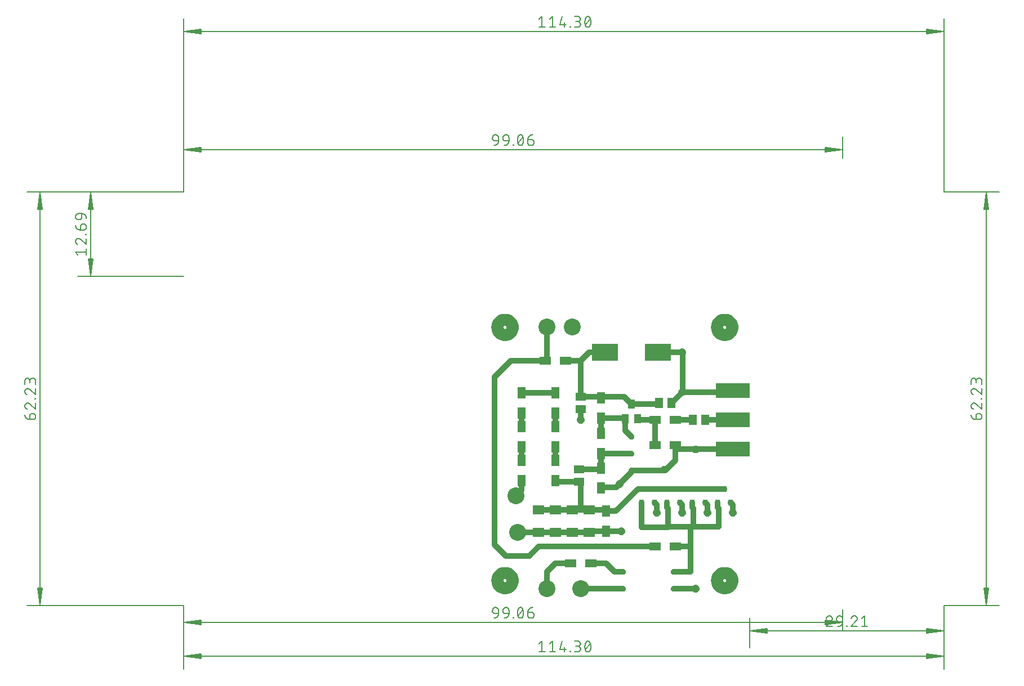
<source format=gbr>
G04 EAGLE Gerber RS-274X export*
G75*
%MOMM*%
%FSLAX34Y34*%
%LPD*%
%IN*%
%IPPOS*%
%AMOC8*
5,1,8,0,0,1.08239X$1,22.5*%
G01*
%ADD10C,0.130000*%
%ADD11C,0.152400*%
%ADD12C,1.800000*%
%ADD13C,0.206000*%
%ADD14C,0.300000*%
%ADD15R,1.000000X1.400000*%
%ADD16R,1.200000X1.800000*%
%ADD17R,1.800000X1.200000*%
%ADD18R,1.500000X1.300000*%
%ADD19R,1.800000X1.400000*%
%ADD20R,4.000000X2.500000*%
%ADD21R,1.300000X1.500000*%
%ADD22R,0.787400X0.889000*%
%ADD23C,2.540000*%
%ADD24R,5.080000X2.286000*%
%ADD25C,0.812800*%


D10*
X0Y0D02*
X-235400Y0D01*
X-235400Y622300D02*
X0Y622300D01*
X-215900Y621650D02*
X-215900Y650D01*
X-219092Y26000D01*
X-212708Y26000D01*
X-215900Y650D01*
X-217200Y26000D01*
X-214600Y26000D02*
X-215900Y650D01*
X-218500Y26000D01*
X-213300Y26000D02*
X-215900Y650D01*
X-219092Y596300D02*
X-215900Y621650D01*
X-219092Y596300D02*
X-212708Y596300D01*
X-215900Y621650D01*
X-217200Y596300D01*
X-214600Y596300D02*
X-215900Y621650D01*
X-218500Y596300D01*
X-213300Y596300D02*
X-215900Y621650D01*
D11*
X-231438Y285510D02*
X-231438Y280091D01*
X-231438Y285510D02*
X-231436Y285628D01*
X-231430Y285746D01*
X-231421Y285864D01*
X-231407Y285981D01*
X-231390Y286098D01*
X-231369Y286215D01*
X-231344Y286330D01*
X-231315Y286445D01*
X-231282Y286559D01*
X-231246Y286671D01*
X-231206Y286782D01*
X-231163Y286892D01*
X-231116Y287001D01*
X-231066Y287108D01*
X-231011Y287213D01*
X-230954Y287316D01*
X-230893Y287417D01*
X-230829Y287517D01*
X-230762Y287614D01*
X-230692Y287709D01*
X-230618Y287801D01*
X-230542Y287892D01*
X-230462Y287979D01*
X-230380Y288064D01*
X-230295Y288146D01*
X-230208Y288226D01*
X-230117Y288302D01*
X-230025Y288376D01*
X-229930Y288446D01*
X-229833Y288513D01*
X-229733Y288577D01*
X-229632Y288638D01*
X-229529Y288695D01*
X-229424Y288750D01*
X-229317Y288800D01*
X-229208Y288847D01*
X-229098Y288890D01*
X-228987Y288930D01*
X-228875Y288966D01*
X-228761Y288999D01*
X-228646Y289028D01*
X-228531Y289053D01*
X-228414Y289074D01*
X-228297Y289091D01*
X-228180Y289105D01*
X-228062Y289114D01*
X-227944Y289120D01*
X-227826Y289122D01*
X-226923Y289122D01*
X-226923Y289123D02*
X-226790Y289121D01*
X-226658Y289115D01*
X-226526Y289105D01*
X-226394Y289092D01*
X-226262Y289074D01*
X-226132Y289053D01*
X-226001Y289028D01*
X-225872Y288999D01*
X-225744Y288966D01*
X-225616Y288930D01*
X-225490Y288890D01*
X-225365Y288846D01*
X-225241Y288798D01*
X-225119Y288747D01*
X-224998Y288692D01*
X-224879Y288634D01*
X-224761Y288572D01*
X-224646Y288507D01*
X-224532Y288438D01*
X-224421Y288367D01*
X-224312Y288291D01*
X-224205Y288213D01*
X-224100Y288132D01*
X-223998Y288047D01*
X-223898Y287960D01*
X-223801Y287870D01*
X-223706Y287777D01*
X-223615Y287681D01*
X-223526Y287583D01*
X-223440Y287482D01*
X-223357Y287378D01*
X-223277Y287272D01*
X-223201Y287164D01*
X-223127Y287054D01*
X-223057Y286941D01*
X-222990Y286827D01*
X-222927Y286710D01*
X-222867Y286592D01*
X-222810Y286472D01*
X-222757Y286350D01*
X-222708Y286227D01*
X-222662Y286103D01*
X-222620Y285977D01*
X-222582Y285850D01*
X-222547Y285722D01*
X-222516Y285593D01*
X-222489Y285464D01*
X-222466Y285333D01*
X-222446Y285202D01*
X-222431Y285070D01*
X-222419Y284938D01*
X-222411Y284806D01*
X-222407Y284673D01*
X-222407Y284541D01*
X-222411Y284408D01*
X-222419Y284276D01*
X-222431Y284144D01*
X-222446Y284012D01*
X-222466Y283881D01*
X-222489Y283750D01*
X-222516Y283621D01*
X-222547Y283492D01*
X-222582Y283364D01*
X-222620Y283237D01*
X-222662Y283111D01*
X-222708Y282987D01*
X-222757Y282864D01*
X-222810Y282742D01*
X-222867Y282622D01*
X-222927Y282504D01*
X-222990Y282387D01*
X-223057Y282273D01*
X-223127Y282160D01*
X-223201Y282050D01*
X-223277Y281942D01*
X-223357Y281836D01*
X-223440Y281732D01*
X-223526Y281631D01*
X-223615Y281533D01*
X-223706Y281437D01*
X-223801Y281344D01*
X-223898Y281254D01*
X-223998Y281167D01*
X-224100Y281082D01*
X-224205Y281001D01*
X-224312Y280923D01*
X-224421Y280847D01*
X-224532Y280776D01*
X-224646Y280707D01*
X-224761Y280642D01*
X-224879Y280580D01*
X-224998Y280522D01*
X-225119Y280467D01*
X-225241Y280416D01*
X-225365Y280368D01*
X-225490Y280324D01*
X-225616Y280284D01*
X-225744Y280248D01*
X-225872Y280215D01*
X-226001Y280186D01*
X-226132Y280161D01*
X-226262Y280140D01*
X-226394Y280122D01*
X-226526Y280109D01*
X-226658Y280099D01*
X-226790Y280093D01*
X-226923Y280091D01*
X-231438Y280091D01*
X-231613Y280093D01*
X-231787Y280099D01*
X-231961Y280110D01*
X-232135Y280125D01*
X-232309Y280144D01*
X-232482Y280167D01*
X-232654Y280194D01*
X-232826Y280226D01*
X-232997Y280261D01*
X-233167Y280301D01*
X-233336Y280345D01*
X-233504Y280393D01*
X-233671Y280445D01*
X-233836Y280501D01*
X-234000Y280561D01*
X-234163Y280624D01*
X-234323Y280692D01*
X-234483Y280764D01*
X-234640Y280839D01*
X-234796Y280919D01*
X-234949Y281002D01*
X-235101Y281088D01*
X-235250Y281179D01*
X-235397Y281273D01*
X-235542Y281370D01*
X-235685Y281471D01*
X-235825Y281575D01*
X-235962Y281683D01*
X-236097Y281794D01*
X-236229Y281908D01*
X-236358Y282025D01*
X-236485Y282146D01*
X-236608Y282269D01*
X-236729Y282396D01*
X-236846Y282525D01*
X-236960Y282657D01*
X-237071Y282792D01*
X-237179Y282929D01*
X-237283Y283069D01*
X-237384Y283212D01*
X-237481Y283357D01*
X-237575Y283504D01*
X-237666Y283653D01*
X-237752Y283805D01*
X-237835Y283958D01*
X-237915Y284114D01*
X-237990Y284271D01*
X-238062Y284431D01*
X-238130Y284591D01*
X-238193Y284754D01*
X-238253Y284918D01*
X-238309Y285083D01*
X-238361Y285250D01*
X-238409Y285418D01*
X-238453Y285587D01*
X-238493Y285757D01*
X-238528Y285928D01*
X-238560Y286100D01*
X-238587Y286272D01*
X-238610Y286445D01*
X-238629Y286619D01*
X-238644Y286793D01*
X-238655Y286967D01*
X-238661Y287141D01*
X-238663Y287316D01*
X-238663Y300690D02*
X-238661Y300815D01*
X-238655Y300940D01*
X-238646Y301065D01*
X-238632Y301189D01*
X-238615Y301313D01*
X-238594Y301437D01*
X-238569Y301559D01*
X-238540Y301681D01*
X-238508Y301802D01*
X-238472Y301922D01*
X-238432Y302041D01*
X-238389Y302158D01*
X-238342Y302274D01*
X-238291Y302389D01*
X-238237Y302501D01*
X-238179Y302613D01*
X-238119Y302722D01*
X-238054Y302829D01*
X-237987Y302935D01*
X-237916Y303038D01*
X-237842Y303139D01*
X-237765Y303238D01*
X-237685Y303334D01*
X-237602Y303428D01*
X-237517Y303519D01*
X-237428Y303608D01*
X-237337Y303693D01*
X-237243Y303776D01*
X-237147Y303856D01*
X-237048Y303933D01*
X-236947Y304007D01*
X-236844Y304078D01*
X-236738Y304145D01*
X-236631Y304210D01*
X-236522Y304270D01*
X-236410Y304328D01*
X-236298Y304382D01*
X-236183Y304433D01*
X-236067Y304480D01*
X-235950Y304523D01*
X-235831Y304563D01*
X-235711Y304599D01*
X-235590Y304631D01*
X-235468Y304660D01*
X-235346Y304685D01*
X-235222Y304706D01*
X-235098Y304723D01*
X-234974Y304737D01*
X-234849Y304746D01*
X-234724Y304752D01*
X-234599Y304754D01*
X-238663Y300690D02*
X-238661Y300547D01*
X-238655Y300405D01*
X-238645Y300262D01*
X-238632Y300120D01*
X-238614Y299979D01*
X-238593Y299837D01*
X-238568Y299697D01*
X-238539Y299557D01*
X-238506Y299418D01*
X-238469Y299280D01*
X-238429Y299143D01*
X-238385Y299008D01*
X-238337Y298873D01*
X-238285Y298740D01*
X-238230Y298608D01*
X-238171Y298478D01*
X-238109Y298350D01*
X-238043Y298223D01*
X-237974Y298098D01*
X-237902Y297975D01*
X-237826Y297855D01*
X-237747Y297736D01*
X-237664Y297619D01*
X-237579Y297505D01*
X-237490Y297393D01*
X-237399Y297284D01*
X-237304Y297177D01*
X-237207Y297072D01*
X-237106Y296971D01*
X-237003Y296872D01*
X-236898Y296776D01*
X-236789Y296683D01*
X-236678Y296593D01*
X-236565Y296506D01*
X-236450Y296422D01*
X-236332Y296342D01*
X-236212Y296264D01*
X-236090Y296190D01*
X-235966Y296120D01*
X-235840Y296052D01*
X-235712Y295989D01*
X-235583Y295928D01*
X-235452Y295871D01*
X-235320Y295818D01*
X-235186Y295769D01*
X-235051Y295723D01*
X-231438Y303398D02*
X-231530Y303492D01*
X-231624Y303582D01*
X-231721Y303670D01*
X-231821Y303755D01*
X-231923Y303837D01*
X-232028Y303916D01*
X-232135Y303991D01*
X-232244Y304063D01*
X-232355Y304132D01*
X-232469Y304198D01*
X-232584Y304260D01*
X-232701Y304319D01*
X-232820Y304374D01*
X-232940Y304425D01*
X-233062Y304473D01*
X-233185Y304518D01*
X-233309Y304558D01*
X-233435Y304595D01*
X-233562Y304628D01*
X-233689Y304657D01*
X-233818Y304683D01*
X-233947Y304704D01*
X-234077Y304722D01*
X-234207Y304735D01*
X-234337Y304745D01*
X-234468Y304751D01*
X-234599Y304753D01*
X-231438Y303399D02*
X-222407Y295723D01*
X-222407Y304754D01*
X-222407Y310728D02*
X-223310Y310728D01*
X-223310Y311631D01*
X-222407Y311631D01*
X-222407Y310728D01*
X-234599Y326637D02*
X-234724Y326635D01*
X-234849Y326629D01*
X-234974Y326620D01*
X-235098Y326606D01*
X-235222Y326589D01*
X-235346Y326568D01*
X-235468Y326543D01*
X-235590Y326514D01*
X-235711Y326482D01*
X-235831Y326446D01*
X-235950Y326406D01*
X-236067Y326363D01*
X-236183Y326316D01*
X-236298Y326265D01*
X-236410Y326211D01*
X-236522Y326153D01*
X-236631Y326093D01*
X-236738Y326028D01*
X-236844Y325961D01*
X-236947Y325890D01*
X-237048Y325816D01*
X-237147Y325739D01*
X-237243Y325659D01*
X-237337Y325576D01*
X-237428Y325491D01*
X-237517Y325402D01*
X-237602Y325311D01*
X-237685Y325217D01*
X-237765Y325121D01*
X-237842Y325022D01*
X-237916Y324921D01*
X-237987Y324818D01*
X-238054Y324712D01*
X-238119Y324605D01*
X-238179Y324496D01*
X-238237Y324384D01*
X-238291Y324272D01*
X-238342Y324157D01*
X-238389Y324041D01*
X-238432Y323924D01*
X-238472Y323805D01*
X-238508Y323685D01*
X-238540Y323564D01*
X-238569Y323442D01*
X-238594Y323320D01*
X-238615Y323196D01*
X-238632Y323072D01*
X-238646Y322948D01*
X-238655Y322823D01*
X-238661Y322698D01*
X-238663Y322573D01*
X-238661Y322430D01*
X-238655Y322288D01*
X-238645Y322145D01*
X-238632Y322003D01*
X-238614Y321862D01*
X-238593Y321720D01*
X-238568Y321580D01*
X-238539Y321440D01*
X-238506Y321301D01*
X-238469Y321163D01*
X-238429Y321026D01*
X-238385Y320891D01*
X-238337Y320756D01*
X-238285Y320623D01*
X-238230Y320491D01*
X-238171Y320361D01*
X-238109Y320233D01*
X-238043Y320106D01*
X-237974Y319981D01*
X-237902Y319858D01*
X-237826Y319738D01*
X-237747Y319619D01*
X-237664Y319502D01*
X-237579Y319388D01*
X-237490Y319276D01*
X-237399Y319167D01*
X-237304Y319060D01*
X-237207Y318955D01*
X-237106Y318854D01*
X-237003Y318755D01*
X-236898Y318659D01*
X-236789Y318566D01*
X-236678Y318476D01*
X-236565Y318389D01*
X-236450Y318305D01*
X-236332Y318225D01*
X-236212Y318147D01*
X-236090Y318073D01*
X-235966Y318003D01*
X-235840Y317935D01*
X-235712Y317872D01*
X-235583Y317811D01*
X-235452Y317754D01*
X-235320Y317701D01*
X-235186Y317652D01*
X-235051Y317606D01*
X-231438Y325282D02*
X-231530Y325376D01*
X-231624Y325466D01*
X-231721Y325554D01*
X-231821Y325639D01*
X-231923Y325721D01*
X-232028Y325800D01*
X-232135Y325875D01*
X-232244Y325947D01*
X-232355Y326016D01*
X-232469Y326082D01*
X-232584Y326144D01*
X-232701Y326203D01*
X-232820Y326258D01*
X-232940Y326309D01*
X-233062Y326357D01*
X-233185Y326402D01*
X-233309Y326442D01*
X-233435Y326479D01*
X-233562Y326512D01*
X-233689Y326541D01*
X-233818Y326567D01*
X-233947Y326588D01*
X-234077Y326606D01*
X-234207Y326619D01*
X-234337Y326629D01*
X-234468Y326635D01*
X-234599Y326637D01*
X-231438Y325283D02*
X-222407Y317606D01*
X-222407Y326637D01*
X-222407Y333237D02*
X-222407Y337753D01*
X-222409Y337886D01*
X-222415Y338018D01*
X-222425Y338150D01*
X-222438Y338282D01*
X-222456Y338414D01*
X-222477Y338544D01*
X-222502Y338675D01*
X-222531Y338804D01*
X-222564Y338932D01*
X-222600Y339060D01*
X-222640Y339186D01*
X-222684Y339311D01*
X-222732Y339435D01*
X-222783Y339557D01*
X-222838Y339678D01*
X-222896Y339797D01*
X-222958Y339915D01*
X-223023Y340030D01*
X-223092Y340144D01*
X-223163Y340255D01*
X-223239Y340364D01*
X-223317Y340471D01*
X-223398Y340576D01*
X-223483Y340678D01*
X-223570Y340778D01*
X-223660Y340875D01*
X-223753Y340970D01*
X-223849Y341061D01*
X-223947Y341150D01*
X-224048Y341236D01*
X-224152Y341319D01*
X-224258Y341399D01*
X-224366Y341475D01*
X-224476Y341549D01*
X-224589Y341619D01*
X-224703Y341686D01*
X-224820Y341749D01*
X-224938Y341809D01*
X-225058Y341866D01*
X-225180Y341919D01*
X-225303Y341968D01*
X-225427Y342014D01*
X-225553Y342056D01*
X-225680Y342094D01*
X-225808Y342129D01*
X-225937Y342160D01*
X-226066Y342187D01*
X-226197Y342210D01*
X-226328Y342230D01*
X-226460Y342245D01*
X-226592Y342257D01*
X-226724Y342265D01*
X-226857Y342269D01*
X-226989Y342269D01*
X-227122Y342265D01*
X-227254Y342257D01*
X-227386Y342245D01*
X-227518Y342230D01*
X-227649Y342210D01*
X-227780Y342187D01*
X-227909Y342160D01*
X-228038Y342129D01*
X-228166Y342094D01*
X-228293Y342056D01*
X-228419Y342014D01*
X-228543Y341968D01*
X-228666Y341919D01*
X-228788Y341866D01*
X-228908Y341809D01*
X-229026Y341749D01*
X-229143Y341686D01*
X-229257Y341619D01*
X-229370Y341549D01*
X-229480Y341475D01*
X-229588Y341399D01*
X-229694Y341319D01*
X-229798Y341236D01*
X-229899Y341150D01*
X-229997Y341061D01*
X-230093Y340970D01*
X-230186Y340875D01*
X-230276Y340778D01*
X-230363Y340678D01*
X-230448Y340576D01*
X-230529Y340471D01*
X-230607Y340364D01*
X-230683Y340255D01*
X-230754Y340144D01*
X-230823Y340030D01*
X-230888Y339915D01*
X-230950Y339797D01*
X-231008Y339678D01*
X-231063Y339557D01*
X-231114Y339435D01*
X-231162Y339311D01*
X-231206Y339186D01*
X-231246Y339060D01*
X-231282Y338932D01*
X-231315Y338804D01*
X-231344Y338675D01*
X-231369Y338544D01*
X-231390Y338414D01*
X-231408Y338282D01*
X-231421Y338150D01*
X-231431Y338018D01*
X-231437Y337886D01*
X-231439Y337753D01*
X-238663Y338656D02*
X-238663Y333237D01*
X-238663Y338656D02*
X-238661Y338775D01*
X-238655Y338895D01*
X-238645Y339014D01*
X-238631Y339132D01*
X-238614Y339251D01*
X-238592Y339368D01*
X-238567Y339485D01*
X-238537Y339600D01*
X-238504Y339715D01*
X-238467Y339829D01*
X-238427Y339941D01*
X-238382Y340052D01*
X-238334Y340161D01*
X-238283Y340269D01*
X-238228Y340375D01*
X-238169Y340479D01*
X-238107Y340581D01*
X-238042Y340681D01*
X-237973Y340779D01*
X-237901Y340875D01*
X-237826Y340968D01*
X-237749Y341058D01*
X-237668Y341146D01*
X-237584Y341231D01*
X-237497Y341313D01*
X-237408Y341393D01*
X-237316Y341469D01*
X-237222Y341543D01*
X-237125Y341613D01*
X-237027Y341680D01*
X-236926Y341744D01*
X-236822Y341804D01*
X-236717Y341861D01*
X-236610Y341914D01*
X-236502Y341964D01*
X-236392Y342010D01*
X-236280Y342052D01*
X-236167Y342091D01*
X-236053Y342126D01*
X-235938Y342157D01*
X-235821Y342185D01*
X-235704Y342208D01*
X-235587Y342228D01*
X-235468Y342244D01*
X-235349Y342256D01*
X-235230Y342264D01*
X-235111Y342268D01*
X-234991Y342268D01*
X-234872Y342264D01*
X-234753Y342256D01*
X-234634Y342244D01*
X-234515Y342228D01*
X-234398Y342208D01*
X-234281Y342185D01*
X-234164Y342157D01*
X-234049Y342126D01*
X-233935Y342091D01*
X-233822Y342052D01*
X-233710Y342010D01*
X-233600Y341964D01*
X-233492Y341914D01*
X-233385Y341861D01*
X-233280Y341804D01*
X-233176Y341744D01*
X-233075Y341680D01*
X-232977Y341613D01*
X-232880Y341543D01*
X-232786Y341469D01*
X-232694Y341393D01*
X-232605Y341313D01*
X-232518Y341231D01*
X-232434Y341146D01*
X-232353Y341058D01*
X-232276Y340968D01*
X-232201Y340875D01*
X-232129Y340779D01*
X-232060Y340681D01*
X-231995Y340581D01*
X-231933Y340479D01*
X-231874Y340375D01*
X-231819Y340269D01*
X-231768Y340161D01*
X-231720Y340052D01*
X-231675Y339941D01*
X-231635Y339829D01*
X-231598Y339715D01*
X-231565Y339600D01*
X-231535Y339485D01*
X-231510Y339368D01*
X-231488Y339251D01*
X-231471Y339132D01*
X-231457Y339014D01*
X-231447Y338895D01*
X-231441Y338775D01*
X-231439Y338656D01*
X-231438Y338656D02*
X-231438Y335044D01*
D10*
X0Y0D02*
X0Y-95700D01*
X1143000Y-95700D02*
X1143000Y0D01*
X1142350Y-76200D02*
X650Y-76200D01*
X26000Y-73008D01*
X26000Y-79392D01*
X650Y-76200D01*
X26000Y-74900D01*
X26000Y-77500D02*
X650Y-76200D01*
X26000Y-73600D01*
X26000Y-78800D02*
X650Y-76200D01*
X1117000Y-73008D02*
X1142350Y-76200D01*
X1117000Y-73008D02*
X1117000Y-79392D01*
X1142350Y-76200D01*
X1117000Y-74900D01*
X1117000Y-77500D02*
X1142350Y-76200D01*
X1117000Y-73600D01*
X1117000Y-78800D02*
X1142350Y-76200D01*
D11*
X538798Y-53437D02*
X534282Y-57049D01*
X538798Y-53437D02*
X538798Y-69693D01*
X534282Y-69693D02*
X543314Y-69693D01*
X549914Y-57049D02*
X554429Y-53437D01*
X554429Y-69693D01*
X549914Y-69693D02*
X558945Y-69693D01*
X565545Y-66081D02*
X569157Y-53437D01*
X565545Y-66081D02*
X574576Y-66081D01*
X571867Y-62468D02*
X571867Y-69693D01*
X580551Y-69693D02*
X580551Y-68790D01*
X581454Y-68790D01*
X581454Y-69693D01*
X580551Y-69693D01*
X587429Y-69693D02*
X591944Y-69693D01*
X592077Y-69691D01*
X592209Y-69685D01*
X592341Y-69675D01*
X592473Y-69662D01*
X592605Y-69644D01*
X592735Y-69623D01*
X592866Y-69598D01*
X592995Y-69569D01*
X593123Y-69536D01*
X593251Y-69500D01*
X593377Y-69460D01*
X593502Y-69416D01*
X593626Y-69368D01*
X593748Y-69317D01*
X593869Y-69262D01*
X593988Y-69204D01*
X594106Y-69142D01*
X594221Y-69077D01*
X594335Y-69008D01*
X594446Y-68937D01*
X594555Y-68861D01*
X594662Y-68783D01*
X594767Y-68702D01*
X594869Y-68617D01*
X594969Y-68530D01*
X595066Y-68440D01*
X595161Y-68347D01*
X595252Y-68251D01*
X595341Y-68153D01*
X595427Y-68052D01*
X595510Y-67948D01*
X595590Y-67842D01*
X595666Y-67734D01*
X595740Y-67624D01*
X595810Y-67511D01*
X595877Y-67397D01*
X595940Y-67280D01*
X596000Y-67162D01*
X596057Y-67042D01*
X596110Y-66920D01*
X596159Y-66797D01*
X596205Y-66673D01*
X596247Y-66547D01*
X596285Y-66420D01*
X596320Y-66292D01*
X596351Y-66163D01*
X596378Y-66034D01*
X596401Y-65903D01*
X596421Y-65772D01*
X596436Y-65640D01*
X596448Y-65508D01*
X596456Y-65376D01*
X596460Y-65243D01*
X596460Y-65111D01*
X596456Y-64978D01*
X596448Y-64846D01*
X596436Y-64714D01*
X596421Y-64582D01*
X596401Y-64451D01*
X596378Y-64320D01*
X596351Y-64191D01*
X596320Y-64062D01*
X596285Y-63934D01*
X596247Y-63807D01*
X596205Y-63681D01*
X596159Y-63557D01*
X596110Y-63434D01*
X596057Y-63312D01*
X596000Y-63192D01*
X595940Y-63074D01*
X595877Y-62957D01*
X595810Y-62843D01*
X595740Y-62730D01*
X595666Y-62620D01*
X595590Y-62512D01*
X595510Y-62406D01*
X595427Y-62302D01*
X595341Y-62201D01*
X595252Y-62103D01*
X595161Y-62007D01*
X595066Y-61914D01*
X594969Y-61824D01*
X594869Y-61737D01*
X594767Y-61652D01*
X594662Y-61571D01*
X594555Y-61493D01*
X594446Y-61417D01*
X594335Y-61346D01*
X594221Y-61277D01*
X594106Y-61212D01*
X593988Y-61150D01*
X593869Y-61092D01*
X593748Y-61037D01*
X593626Y-60986D01*
X593502Y-60938D01*
X593377Y-60894D01*
X593251Y-60854D01*
X593123Y-60818D01*
X592995Y-60785D01*
X592866Y-60756D01*
X592735Y-60731D01*
X592605Y-60710D01*
X592473Y-60692D01*
X592341Y-60679D01*
X592209Y-60669D01*
X592077Y-60663D01*
X591944Y-60661D01*
X592847Y-53437D02*
X587429Y-53437D01*
X592847Y-53437D02*
X592966Y-53439D01*
X593086Y-53445D01*
X593205Y-53455D01*
X593323Y-53469D01*
X593442Y-53486D01*
X593559Y-53508D01*
X593676Y-53533D01*
X593791Y-53563D01*
X593906Y-53596D01*
X594020Y-53633D01*
X594132Y-53673D01*
X594243Y-53718D01*
X594352Y-53766D01*
X594460Y-53817D01*
X594566Y-53872D01*
X594670Y-53931D01*
X594772Y-53993D01*
X594872Y-54058D01*
X594970Y-54127D01*
X595066Y-54199D01*
X595159Y-54274D01*
X595249Y-54351D01*
X595337Y-54432D01*
X595422Y-54516D01*
X595504Y-54603D01*
X595584Y-54692D01*
X595660Y-54784D01*
X595734Y-54878D01*
X595804Y-54975D01*
X595871Y-55073D01*
X595935Y-55174D01*
X595995Y-55278D01*
X596052Y-55383D01*
X596105Y-55490D01*
X596155Y-55598D01*
X596201Y-55708D01*
X596243Y-55820D01*
X596282Y-55933D01*
X596317Y-56047D01*
X596348Y-56162D01*
X596376Y-56279D01*
X596399Y-56396D01*
X596419Y-56513D01*
X596435Y-56632D01*
X596447Y-56751D01*
X596455Y-56870D01*
X596459Y-56989D01*
X596459Y-57109D01*
X596455Y-57228D01*
X596447Y-57347D01*
X596435Y-57466D01*
X596419Y-57585D01*
X596399Y-57702D01*
X596376Y-57819D01*
X596348Y-57936D01*
X596317Y-58051D01*
X596282Y-58165D01*
X596243Y-58278D01*
X596201Y-58390D01*
X596155Y-58500D01*
X596105Y-58608D01*
X596052Y-58715D01*
X595995Y-58820D01*
X595935Y-58924D01*
X595871Y-59025D01*
X595804Y-59123D01*
X595734Y-59220D01*
X595660Y-59314D01*
X595584Y-59406D01*
X595504Y-59495D01*
X595422Y-59582D01*
X595337Y-59666D01*
X595249Y-59747D01*
X595159Y-59824D01*
X595066Y-59899D01*
X594970Y-59971D01*
X594872Y-60040D01*
X594772Y-60105D01*
X594670Y-60167D01*
X594566Y-60226D01*
X594460Y-60281D01*
X594352Y-60332D01*
X594243Y-60380D01*
X594132Y-60425D01*
X594020Y-60465D01*
X593906Y-60502D01*
X593791Y-60535D01*
X593676Y-60565D01*
X593559Y-60590D01*
X593442Y-60612D01*
X593323Y-60629D01*
X593205Y-60643D01*
X593086Y-60653D01*
X592966Y-60659D01*
X592847Y-60661D01*
X592847Y-60662D02*
X589235Y-60662D01*
X603060Y-61565D02*
X603064Y-61245D01*
X603075Y-60926D01*
X603094Y-60606D01*
X603121Y-60288D01*
X603155Y-59970D01*
X603197Y-59653D01*
X603247Y-59337D01*
X603304Y-59022D01*
X603368Y-58709D01*
X603440Y-58397D01*
X603519Y-58087D01*
X603606Y-57780D01*
X603700Y-57474D01*
X603801Y-57171D01*
X603910Y-56870D01*
X604025Y-56572D01*
X604148Y-56276D01*
X604278Y-55984D01*
X604415Y-55695D01*
X604415Y-55694D02*
X604454Y-55586D01*
X604497Y-55479D01*
X604543Y-55374D01*
X604593Y-55271D01*
X604647Y-55169D01*
X604704Y-55069D01*
X604765Y-54971D01*
X604829Y-54875D01*
X604896Y-54782D01*
X604966Y-54691D01*
X605040Y-54602D01*
X605116Y-54516D01*
X605196Y-54433D01*
X605278Y-54352D01*
X605363Y-54274D01*
X605450Y-54200D01*
X605541Y-54128D01*
X605633Y-54059D01*
X605728Y-53994D01*
X605825Y-53932D01*
X605924Y-53873D01*
X606025Y-53818D01*
X606128Y-53767D01*
X606233Y-53719D01*
X606339Y-53674D01*
X606446Y-53633D01*
X606555Y-53596D01*
X606666Y-53563D01*
X606777Y-53534D01*
X606889Y-53508D01*
X607002Y-53486D01*
X607116Y-53469D01*
X607230Y-53455D01*
X607345Y-53445D01*
X607460Y-53439D01*
X607575Y-53437D01*
X607690Y-53439D01*
X607805Y-53445D01*
X607920Y-53455D01*
X608034Y-53469D01*
X608148Y-53486D01*
X608261Y-53508D01*
X608373Y-53534D01*
X608485Y-53563D01*
X608595Y-53596D01*
X608704Y-53633D01*
X608812Y-53674D01*
X608918Y-53719D01*
X609023Y-53767D01*
X609125Y-53818D01*
X609227Y-53874D01*
X609326Y-53932D01*
X609423Y-53994D01*
X609518Y-54060D01*
X609610Y-54128D01*
X609700Y-54200D01*
X609788Y-54274D01*
X609873Y-54352D01*
X609955Y-54433D01*
X610034Y-54516D01*
X610111Y-54602D01*
X610184Y-54691D01*
X610255Y-54782D01*
X610322Y-54876D01*
X610386Y-54971D01*
X610447Y-55069D01*
X610504Y-55169D01*
X610557Y-55271D01*
X610608Y-55375D01*
X610654Y-55480D01*
X610697Y-55587D01*
X610736Y-55695D01*
X610873Y-55984D01*
X611003Y-56276D01*
X611126Y-56572D01*
X611241Y-56870D01*
X611350Y-57171D01*
X611451Y-57474D01*
X611545Y-57780D01*
X611632Y-58087D01*
X611711Y-58397D01*
X611783Y-58709D01*
X611847Y-59022D01*
X611904Y-59337D01*
X611954Y-59653D01*
X611996Y-59970D01*
X612030Y-60288D01*
X612057Y-60606D01*
X612076Y-60926D01*
X612087Y-61245D01*
X612091Y-61565D01*
X603060Y-61565D02*
X603064Y-61885D01*
X603075Y-62204D01*
X603094Y-62524D01*
X603121Y-62842D01*
X603155Y-63160D01*
X603197Y-63477D01*
X603247Y-63793D01*
X603304Y-64108D01*
X603368Y-64421D01*
X603440Y-64733D01*
X603519Y-65043D01*
X603606Y-65350D01*
X603700Y-65656D01*
X603801Y-65959D01*
X603910Y-66260D01*
X604025Y-66558D01*
X604148Y-66854D01*
X604278Y-67146D01*
X604415Y-67435D01*
X604414Y-67436D02*
X604453Y-67544D01*
X604496Y-67651D01*
X604542Y-67756D01*
X604593Y-67860D01*
X604646Y-67962D01*
X604703Y-68062D01*
X604764Y-68160D01*
X604828Y-68255D01*
X604895Y-68349D01*
X604966Y-68440D01*
X605039Y-68529D01*
X605116Y-68615D01*
X605195Y-68698D01*
X605277Y-68779D01*
X605362Y-68857D01*
X605450Y-68931D01*
X605540Y-69003D01*
X605633Y-69072D01*
X605727Y-69137D01*
X605824Y-69199D01*
X605924Y-69257D01*
X606025Y-69313D01*
X606127Y-69364D01*
X606232Y-69412D01*
X606338Y-69457D01*
X606446Y-69498D01*
X606555Y-69535D01*
X606665Y-69568D01*
X606777Y-69597D01*
X606889Y-69623D01*
X607002Y-69645D01*
X607116Y-69662D01*
X607230Y-69676D01*
X607345Y-69686D01*
X607460Y-69692D01*
X607575Y-69694D01*
X610735Y-67435D02*
X610872Y-67146D01*
X611002Y-66854D01*
X611125Y-66558D01*
X611240Y-66260D01*
X611349Y-65959D01*
X611450Y-65656D01*
X611544Y-65350D01*
X611631Y-65043D01*
X611710Y-64733D01*
X611782Y-64421D01*
X611846Y-64108D01*
X611903Y-63793D01*
X611953Y-63477D01*
X611995Y-63160D01*
X612029Y-62842D01*
X612056Y-62524D01*
X612075Y-62204D01*
X612086Y-61885D01*
X612090Y-61565D01*
X610736Y-67435D02*
X610697Y-67543D01*
X610654Y-67650D01*
X610608Y-67755D01*
X610557Y-67859D01*
X610504Y-67961D01*
X610447Y-68061D01*
X610386Y-68159D01*
X610322Y-68254D01*
X610255Y-68348D01*
X610184Y-68439D01*
X610111Y-68528D01*
X610034Y-68614D01*
X609955Y-68697D01*
X609873Y-68778D01*
X609788Y-68856D01*
X609700Y-68930D01*
X609610Y-69002D01*
X609517Y-69071D01*
X609423Y-69136D01*
X609326Y-69198D01*
X609226Y-69256D01*
X609125Y-69312D01*
X609022Y-69363D01*
X608918Y-69411D01*
X608812Y-69456D01*
X608704Y-69497D01*
X608595Y-69534D01*
X608485Y-69567D01*
X608373Y-69596D01*
X608261Y-69622D01*
X608148Y-69644D01*
X608034Y-69661D01*
X607920Y-69675D01*
X607805Y-69685D01*
X607690Y-69691D01*
X607575Y-69693D01*
X603963Y-66081D02*
X611188Y-57049D01*
D10*
X0Y622300D02*
X0Y883100D01*
X1143000Y883100D02*
X1143000Y622300D01*
X1142350Y863600D02*
X650Y863600D01*
X26000Y866792D01*
X26000Y860408D01*
X650Y863600D01*
X26000Y864900D01*
X26000Y862300D02*
X650Y863600D01*
X26000Y866200D01*
X26000Y861000D02*
X650Y863600D01*
X1117000Y866792D02*
X1142350Y863600D01*
X1117000Y866792D02*
X1117000Y860408D01*
X1142350Y863600D01*
X1117000Y864900D01*
X1117000Y862300D02*
X1142350Y863600D01*
X1117000Y866200D01*
X1117000Y861000D02*
X1142350Y863600D01*
D11*
X538798Y886363D02*
X534282Y882751D01*
X538798Y886363D02*
X538798Y870107D01*
X534282Y870107D02*
X543314Y870107D01*
X549914Y882751D02*
X554429Y886363D01*
X554429Y870107D01*
X549914Y870107D02*
X558945Y870107D01*
X565545Y873719D02*
X569157Y886363D01*
X565545Y873719D02*
X574576Y873719D01*
X571867Y877332D02*
X571867Y870107D01*
X580551Y870107D02*
X580551Y871010D01*
X581454Y871010D01*
X581454Y870107D01*
X580551Y870107D01*
X587429Y870107D02*
X591944Y870107D01*
X592077Y870109D01*
X592209Y870115D01*
X592341Y870125D01*
X592473Y870138D01*
X592605Y870156D01*
X592735Y870177D01*
X592866Y870202D01*
X592995Y870231D01*
X593123Y870264D01*
X593251Y870300D01*
X593377Y870340D01*
X593502Y870384D01*
X593626Y870432D01*
X593748Y870483D01*
X593869Y870538D01*
X593988Y870596D01*
X594106Y870658D01*
X594221Y870723D01*
X594335Y870792D01*
X594446Y870863D01*
X594555Y870939D01*
X594662Y871017D01*
X594767Y871098D01*
X594869Y871183D01*
X594969Y871270D01*
X595066Y871360D01*
X595161Y871453D01*
X595252Y871549D01*
X595341Y871647D01*
X595427Y871748D01*
X595510Y871852D01*
X595590Y871958D01*
X595666Y872066D01*
X595740Y872176D01*
X595810Y872289D01*
X595877Y872403D01*
X595940Y872520D01*
X596000Y872638D01*
X596057Y872758D01*
X596110Y872880D01*
X596159Y873003D01*
X596205Y873127D01*
X596247Y873253D01*
X596285Y873380D01*
X596320Y873508D01*
X596351Y873637D01*
X596378Y873766D01*
X596401Y873897D01*
X596421Y874028D01*
X596436Y874160D01*
X596448Y874292D01*
X596456Y874424D01*
X596460Y874557D01*
X596460Y874689D01*
X596456Y874822D01*
X596448Y874954D01*
X596436Y875086D01*
X596421Y875218D01*
X596401Y875349D01*
X596378Y875480D01*
X596351Y875609D01*
X596320Y875738D01*
X596285Y875866D01*
X596247Y875993D01*
X596205Y876119D01*
X596159Y876243D01*
X596110Y876366D01*
X596057Y876488D01*
X596000Y876608D01*
X595940Y876726D01*
X595877Y876843D01*
X595810Y876957D01*
X595740Y877070D01*
X595666Y877180D01*
X595590Y877288D01*
X595510Y877394D01*
X595427Y877498D01*
X595341Y877599D01*
X595252Y877697D01*
X595161Y877793D01*
X595066Y877886D01*
X594969Y877976D01*
X594869Y878063D01*
X594767Y878148D01*
X594662Y878229D01*
X594555Y878307D01*
X594446Y878383D01*
X594335Y878454D01*
X594221Y878523D01*
X594106Y878588D01*
X593988Y878650D01*
X593869Y878708D01*
X593748Y878763D01*
X593626Y878814D01*
X593502Y878862D01*
X593377Y878906D01*
X593251Y878946D01*
X593123Y878982D01*
X592995Y879015D01*
X592866Y879044D01*
X592735Y879069D01*
X592605Y879090D01*
X592473Y879108D01*
X592341Y879121D01*
X592209Y879131D01*
X592077Y879137D01*
X591944Y879139D01*
X592847Y886363D02*
X587429Y886363D01*
X592847Y886363D02*
X592966Y886361D01*
X593086Y886355D01*
X593205Y886345D01*
X593323Y886331D01*
X593442Y886314D01*
X593559Y886292D01*
X593676Y886267D01*
X593791Y886237D01*
X593906Y886204D01*
X594020Y886167D01*
X594132Y886127D01*
X594243Y886082D01*
X594352Y886034D01*
X594460Y885983D01*
X594566Y885928D01*
X594670Y885869D01*
X594772Y885807D01*
X594872Y885742D01*
X594970Y885673D01*
X595066Y885601D01*
X595159Y885526D01*
X595249Y885449D01*
X595337Y885368D01*
X595422Y885284D01*
X595504Y885197D01*
X595584Y885108D01*
X595660Y885016D01*
X595734Y884922D01*
X595804Y884825D01*
X595871Y884727D01*
X595935Y884626D01*
X595995Y884522D01*
X596052Y884417D01*
X596105Y884310D01*
X596155Y884202D01*
X596201Y884092D01*
X596243Y883980D01*
X596282Y883867D01*
X596317Y883753D01*
X596348Y883638D01*
X596376Y883521D01*
X596399Y883404D01*
X596419Y883287D01*
X596435Y883168D01*
X596447Y883049D01*
X596455Y882930D01*
X596459Y882811D01*
X596459Y882691D01*
X596455Y882572D01*
X596447Y882453D01*
X596435Y882334D01*
X596419Y882215D01*
X596399Y882098D01*
X596376Y881981D01*
X596348Y881864D01*
X596317Y881749D01*
X596282Y881635D01*
X596243Y881522D01*
X596201Y881410D01*
X596155Y881300D01*
X596105Y881192D01*
X596052Y881085D01*
X595995Y880980D01*
X595935Y880876D01*
X595871Y880775D01*
X595804Y880677D01*
X595734Y880580D01*
X595660Y880486D01*
X595584Y880394D01*
X595504Y880305D01*
X595422Y880218D01*
X595337Y880134D01*
X595249Y880053D01*
X595159Y879976D01*
X595066Y879901D01*
X594970Y879829D01*
X594872Y879760D01*
X594772Y879695D01*
X594670Y879633D01*
X594566Y879574D01*
X594460Y879519D01*
X594352Y879468D01*
X594243Y879420D01*
X594132Y879375D01*
X594020Y879335D01*
X593906Y879298D01*
X593791Y879265D01*
X593676Y879235D01*
X593559Y879210D01*
X593442Y879188D01*
X593323Y879171D01*
X593205Y879157D01*
X593086Y879147D01*
X592966Y879141D01*
X592847Y879139D01*
X592847Y879138D02*
X589235Y879138D01*
X603060Y878235D02*
X603064Y878555D01*
X603075Y878874D01*
X603094Y879194D01*
X603121Y879512D01*
X603155Y879830D01*
X603197Y880147D01*
X603247Y880463D01*
X603304Y880778D01*
X603368Y881091D01*
X603440Y881403D01*
X603519Y881713D01*
X603606Y882020D01*
X603700Y882326D01*
X603801Y882629D01*
X603910Y882930D01*
X604025Y883228D01*
X604148Y883524D01*
X604278Y883816D01*
X604415Y884105D01*
X604414Y884106D02*
X604453Y884214D01*
X604496Y884321D01*
X604542Y884426D01*
X604593Y884530D01*
X604646Y884632D01*
X604703Y884732D01*
X604764Y884830D01*
X604828Y884925D01*
X604895Y885019D01*
X604966Y885110D01*
X605039Y885199D01*
X605116Y885285D01*
X605195Y885368D01*
X605277Y885449D01*
X605362Y885527D01*
X605450Y885601D01*
X605540Y885673D01*
X605632Y885741D01*
X605727Y885807D01*
X605824Y885869D01*
X605923Y885927D01*
X606025Y885983D01*
X606127Y886034D01*
X606232Y886082D01*
X606338Y886127D01*
X606446Y886168D01*
X606555Y886205D01*
X606665Y886238D01*
X606777Y886267D01*
X606889Y886293D01*
X607002Y886315D01*
X607116Y886332D01*
X607230Y886346D01*
X607345Y886356D01*
X607460Y886362D01*
X607575Y886364D01*
X607575Y886363D02*
X607690Y886361D01*
X607805Y886355D01*
X607920Y886345D01*
X608034Y886331D01*
X608148Y886314D01*
X608261Y886292D01*
X608373Y886266D01*
X608485Y886237D01*
X608595Y886204D01*
X608704Y886167D01*
X608812Y886126D01*
X608918Y886081D01*
X609023Y886033D01*
X609125Y885982D01*
X609226Y885926D01*
X609326Y885868D01*
X609423Y885806D01*
X609517Y885741D01*
X609610Y885672D01*
X609700Y885600D01*
X609788Y885526D01*
X609873Y885448D01*
X609955Y885367D01*
X610034Y885284D01*
X610111Y885198D01*
X610184Y885109D01*
X610255Y885018D01*
X610322Y884924D01*
X610386Y884829D01*
X610447Y884731D01*
X610504Y884631D01*
X610557Y884529D01*
X610608Y884425D01*
X610654Y884320D01*
X610697Y884213D01*
X610736Y884105D01*
X610873Y883816D01*
X611003Y883524D01*
X611126Y883228D01*
X611241Y882930D01*
X611350Y882629D01*
X611451Y882326D01*
X611545Y882020D01*
X611632Y881713D01*
X611711Y881403D01*
X611783Y881091D01*
X611847Y880778D01*
X611904Y880463D01*
X611954Y880147D01*
X611996Y879830D01*
X612030Y879512D01*
X612057Y879194D01*
X612076Y878874D01*
X612087Y878555D01*
X612091Y878235D01*
X603060Y878235D02*
X603064Y877915D01*
X603075Y877596D01*
X603094Y877276D01*
X603121Y876958D01*
X603155Y876640D01*
X603197Y876323D01*
X603247Y876007D01*
X603304Y875692D01*
X603368Y875379D01*
X603440Y875067D01*
X603519Y874757D01*
X603606Y874450D01*
X603700Y874144D01*
X603801Y873841D01*
X603910Y873540D01*
X604025Y873242D01*
X604148Y872946D01*
X604278Y872654D01*
X604415Y872365D01*
X604414Y872365D02*
X604453Y872257D01*
X604496Y872150D01*
X604542Y872045D01*
X604593Y871941D01*
X604646Y871839D01*
X604703Y871739D01*
X604764Y871641D01*
X604828Y871546D01*
X604895Y871452D01*
X604966Y871361D01*
X605039Y871272D01*
X605116Y871186D01*
X605195Y871103D01*
X605277Y871022D01*
X605362Y870944D01*
X605450Y870870D01*
X605540Y870798D01*
X605633Y870729D01*
X605727Y870664D01*
X605824Y870602D01*
X605924Y870544D01*
X606025Y870488D01*
X606127Y870437D01*
X606232Y870389D01*
X606338Y870344D01*
X606446Y870303D01*
X606555Y870266D01*
X606665Y870233D01*
X606777Y870204D01*
X606889Y870178D01*
X607002Y870156D01*
X607116Y870139D01*
X607230Y870125D01*
X607345Y870115D01*
X607460Y870109D01*
X607575Y870107D01*
X610735Y872365D02*
X610872Y872654D01*
X611002Y872946D01*
X611125Y873242D01*
X611240Y873540D01*
X611349Y873841D01*
X611450Y874144D01*
X611544Y874450D01*
X611631Y874757D01*
X611710Y875067D01*
X611782Y875379D01*
X611846Y875692D01*
X611903Y876007D01*
X611953Y876323D01*
X611995Y876640D01*
X612029Y876958D01*
X612056Y877276D01*
X612075Y877596D01*
X612086Y877915D01*
X612090Y878235D01*
X610736Y872365D02*
X610697Y872257D01*
X610654Y872150D01*
X610608Y872045D01*
X610557Y871941D01*
X610504Y871839D01*
X610447Y871739D01*
X610386Y871641D01*
X610322Y871546D01*
X610255Y871452D01*
X610184Y871361D01*
X610111Y871272D01*
X610034Y871186D01*
X609955Y871103D01*
X609873Y871022D01*
X609788Y870944D01*
X609700Y870870D01*
X609610Y870798D01*
X609517Y870729D01*
X609423Y870664D01*
X609326Y870602D01*
X609226Y870544D01*
X609125Y870488D01*
X609022Y870437D01*
X608918Y870389D01*
X608812Y870344D01*
X608704Y870303D01*
X608595Y870266D01*
X608485Y870233D01*
X608373Y870204D01*
X608261Y870178D01*
X608148Y870156D01*
X608034Y870139D01*
X607920Y870125D01*
X607805Y870115D01*
X607690Y870109D01*
X607575Y870107D01*
X603963Y873719D02*
X611188Y882751D01*
D10*
X1143000Y622300D02*
X1226000Y622300D01*
X1226000Y0D02*
X1143000Y0D01*
X1206500Y650D02*
X1206500Y621650D01*
X1203308Y596300D01*
X1209692Y596300D01*
X1206500Y621650D01*
X1205200Y596300D01*
X1207800Y596300D02*
X1206500Y621650D01*
X1203900Y596300D01*
X1209100Y596300D02*
X1206500Y621650D01*
X1203308Y26000D02*
X1206500Y650D01*
X1203308Y26000D02*
X1209692Y26000D01*
X1206500Y650D01*
X1205200Y26000D01*
X1207800Y26000D02*
X1206500Y650D01*
X1203900Y26000D01*
X1209100Y26000D02*
X1206500Y650D01*
D11*
X1190962Y280091D02*
X1190962Y285510D01*
X1190964Y285628D01*
X1190970Y285746D01*
X1190979Y285864D01*
X1190993Y285981D01*
X1191010Y286098D01*
X1191031Y286215D01*
X1191056Y286330D01*
X1191085Y286445D01*
X1191118Y286559D01*
X1191154Y286671D01*
X1191194Y286782D01*
X1191237Y286892D01*
X1191284Y287001D01*
X1191334Y287108D01*
X1191389Y287213D01*
X1191446Y287316D01*
X1191507Y287417D01*
X1191571Y287517D01*
X1191638Y287614D01*
X1191708Y287709D01*
X1191782Y287801D01*
X1191858Y287892D01*
X1191938Y287979D01*
X1192020Y288064D01*
X1192105Y288146D01*
X1192192Y288226D01*
X1192283Y288302D01*
X1192375Y288376D01*
X1192470Y288446D01*
X1192567Y288513D01*
X1192667Y288577D01*
X1192768Y288638D01*
X1192871Y288695D01*
X1192976Y288750D01*
X1193083Y288800D01*
X1193192Y288847D01*
X1193302Y288890D01*
X1193413Y288930D01*
X1193525Y288966D01*
X1193639Y288999D01*
X1193754Y289028D01*
X1193869Y289053D01*
X1193986Y289074D01*
X1194103Y289091D01*
X1194220Y289105D01*
X1194338Y289114D01*
X1194456Y289120D01*
X1194574Y289122D01*
X1195477Y289122D01*
X1195477Y289123D02*
X1195610Y289121D01*
X1195742Y289115D01*
X1195874Y289105D01*
X1196006Y289092D01*
X1196138Y289074D01*
X1196268Y289053D01*
X1196399Y289028D01*
X1196528Y288999D01*
X1196656Y288966D01*
X1196784Y288930D01*
X1196910Y288890D01*
X1197035Y288846D01*
X1197159Y288798D01*
X1197281Y288747D01*
X1197402Y288692D01*
X1197521Y288634D01*
X1197639Y288572D01*
X1197754Y288507D01*
X1197868Y288438D01*
X1197979Y288367D01*
X1198088Y288291D01*
X1198195Y288213D01*
X1198300Y288132D01*
X1198402Y288047D01*
X1198502Y287960D01*
X1198599Y287870D01*
X1198694Y287777D01*
X1198785Y287681D01*
X1198874Y287583D01*
X1198960Y287482D01*
X1199043Y287378D01*
X1199123Y287272D01*
X1199199Y287164D01*
X1199273Y287054D01*
X1199343Y286941D01*
X1199410Y286827D01*
X1199473Y286710D01*
X1199533Y286592D01*
X1199590Y286472D01*
X1199643Y286350D01*
X1199692Y286227D01*
X1199738Y286103D01*
X1199780Y285977D01*
X1199818Y285850D01*
X1199853Y285722D01*
X1199884Y285593D01*
X1199911Y285464D01*
X1199934Y285333D01*
X1199954Y285202D01*
X1199969Y285070D01*
X1199981Y284938D01*
X1199989Y284806D01*
X1199993Y284673D01*
X1199993Y284541D01*
X1199989Y284408D01*
X1199981Y284276D01*
X1199969Y284144D01*
X1199954Y284012D01*
X1199934Y283881D01*
X1199911Y283750D01*
X1199884Y283621D01*
X1199853Y283492D01*
X1199818Y283364D01*
X1199780Y283237D01*
X1199738Y283111D01*
X1199692Y282987D01*
X1199643Y282864D01*
X1199590Y282742D01*
X1199533Y282622D01*
X1199473Y282504D01*
X1199410Y282387D01*
X1199343Y282273D01*
X1199273Y282160D01*
X1199199Y282050D01*
X1199123Y281942D01*
X1199043Y281836D01*
X1198960Y281732D01*
X1198874Y281631D01*
X1198785Y281533D01*
X1198694Y281437D01*
X1198599Y281344D01*
X1198502Y281254D01*
X1198402Y281167D01*
X1198300Y281082D01*
X1198195Y281001D01*
X1198088Y280923D01*
X1197979Y280847D01*
X1197868Y280776D01*
X1197754Y280707D01*
X1197639Y280642D01*
X1197521Y280580D01*
X1197402Y280522D01*
X1197281Y280467D01*
X1197159Y280416D01*
X1197035Y280368D01*
X1196910Y280324D01*
X1196784Y280284D01*
X1196656Y280248D01*
X1196528Y280215D01*
X1196399Y280186D01*
X1196268Y280161D01*
X1196138Y280140D01*
X1196006Y280122D01*
X1195874Y280109D01*
X1195742Y280099D01*
X1195610Y280093D01*
X1195477Y280091D01*
X1190962Y280091D01*
X1190785Y280093D01*
X1190607Y280100D01*
X1190430Y280111D01*
X1190254Y280126D01*
X1190078Y280145D01*
X1189902Y280169D01*
X1189727Y280197D01*
X1189552Y280230D01*
X1189379Y280267D01*
X1189206Y280308D01*
X1189035Y280353D01*
X1188865Y280402D01*
X1188696Y280456D01*
X1188528Y280513D01*
X1188362Y280575D01*
X1188197Y280641D01*
X1188034Y280711D01*
X1187873Y280785D01*
X1187714Y280862D01*
X1187556Y280944D01*
X1187401Y281030D01*
X1187248Y281119D01*
X1187097Y281212D01*
X1186948Y281309D01*
X1186802Y281409D01*
X1186658Y281513D01*
X1186517Y281620D01*
X1186379Y281731D01*
X1186243Y281845D01*
X1186110Y281963D01*
X1185980Y282083D01*
X1185853Y282207D01*
X1185729Y282334D01*
X1185609Y282464D01*
X1185491Y282597D01*
X1185377Y282732D01*
X1185266Y282871D01*
X1185159Y283012D01*
X1185055Y283156D01*
X1184955Y283302D01*
X1184858Y283451D01*
X1184765Y283602D01*
X1184676Y283755D01*
X1184590Y283910D01*
X1184508Y284068D01*
X1184431Y284227D01*
X1184357Y284388D01*
X1184287Y284551D01*
X1184221Y284716D01*
X1184159Y284882D01*
X1184102Y285050D01*
X1184048Y285219D01*
X1183999Y285389D01*
X1183954Y285560D01*
X1183913Y285733D01*
X1183876Y285906D01*
X1183843Y286081D01*
X1183815Y286256D01*
X1183791Y286432D01*
X1183772Y286608D01*
X1183757Y286784D01*
X1183746Y286961D01*
X1183739Y287139D01*
X1183737Y287316D01*
X1183737Y300690D02*
X1183739Y300815D01*
X1183745Y300940D01*
X1183754Y301065D01*
X1183768Y301189D01*
X1183785Y301313D01*
X1183806Y301437D01*
X1183831Y301559D01*
X1183860Y301681D01*
X1183892Y301802D01*
X1183928Y301922D01*
X1183968Y302041D01*
X1184011Y302158D01*
X1184058Y302274D01*
X1184109Y302389D01*
X1184163Y302501D01*
X1184221Y302613D01*
X1184281Y302722D01*
X1184346Y302829D01*
X1184413Y302935D01*
X1184484Y303038D01*
X1184558Y303139D01*
X1184635Y303238D01*
X1184715Y303334D01*
X1184798Y303428D01*
X1184883Y303519D01*
X1184972Y303608D01*
X1185063Y303693D01*
X1185157Y303776D01*
X1185253Y303856D01*
X1185352Y303933D01*
X1185453Y304007D01*
X1185556Y304078D01*
X1185662Y304145D01*
X1185769Y304210D01*
X1185878Y304270D01*
X1185990Y304328D01*
X1186102Y304382D01*
X1186217Y304433D01*
X1186333Y304480D01*
X1186450Y304523D01*
X1186569Y304563D01*
X1186689Y304599D01*
X1186810Y304631D01*
X1186932Y304660D01*
X1187054Y304685D01*
X1187178Y304706D01*
X1187302Y304723D01*
X1187426Y304737D01*
X1187551Y304746D01*
X1187676Y304752D01*
X1187801Y304754D01*
X1183737Y300690D02*
X1183739Y300547D01*
X1183745Y300405D01*
X1183755Y300262D01*
X1183768Y300120D01*
X1183786Y299979D01*
X1183807Y299837D01*
X1183832Y299697D01*
X1183861Y299557D01*
X1183894Y299418D01*
X1183931Y299280D01*
X1183971Y299143D01*
X1184015Y299008D01*
X1184063Y298873D01*
X1184115Y298740D01*
X1184170Y298608D01*
X1184229Y298478D01*
X1184291Y298350D01*
X1184357Y298223D01*
X1184426Y298098D01*
X1184498Y297975D01*
X1184574Y297854D01*
X1184653Y297736D01*
X1184736Y297619D01*
X1184821Y297505D01*
X1184910Y297393D01*
X1185001Y297284D01*
X1185096Y297177D01*
X1185193Y297072D01*
X1185294Y296971D01*
X1185397Y296872D01*
X1185502Y296776D01*
X1185611Y296683D01*
X1185722Y296593D01*
X1185835Y296506D01*
X1185950Y296422D01*
X1186068Y296342D01*
X1186188Y296264D01*
X1186310Y296190D01*
X1186434Y296120D01*
X1186560Y296052D01*
X1186688Y295989D01*
X1186817Y295928D01*
X1186948Y295871D01*
X1187080Y295818D01*
X1187214Y295769D01*
X1187349Y295723D01*
X1190962Y303399D02*
X1190870Y303493D01*
X1190776Y303583D01*
X1190679Y303671D01*
X1190579Y303756D01*
X1190477Y303838D01*
X1190372Y303916D01*
X1190265Y303992D01*
X1190156Y304064D01*
X1190045Y304133D01*
X1189931Y304199D01*
X1189816Y304261D01*
X1189699Y304320D01*
X1189580Y304375D01*
X1189460Y304426D01*
X1189338Y304474D01*
X1189215Y304519D01*
X1189091Y304559D01*
X1188965Y304596D01*
X1188838Y304629D01*
X1188711Y304658D01*
X1188582Y304684D01*
X1188453Y304705D01*
X1188323Y304723D01*
X1188193Y304736D01*
X1188063Y304746D01*
X1187932Y304752D01*
X1187801Y304754D01*
X1190962Y303399D02*
X1199993Y295723D01*
X1199993Y304754D01*
X1199993Y310728D02*
X1199090Y310728D01*
X1199090Y311631D01*
X1199993Y311631D01*
X1199993Y310728D01*
X1187801Y326637D02*
X1187676Y326635D01*
X1187551Y326629D01*
X1187426Y326620D01*
X1187302Y326606D01*
X1187178Y326589D01*
X1187054Y326568D01*
X1186932Y326543D01*
X1186810Y326514D01*
X1186689Y326482D01*
X1186569Y326446D01*
X1186450Y326406D01*
X1186333Y326363D01*
X1186217Y326316D01*
X1186102Y326265D01*
X1185990Y326211D01*
X1185878Y326153D01*
X1185769Y326093D01*
X1185662Y326028D01*
X1185556Y325961D01*
X1185453Y325890D01*
X1185352Y325816D01*
X1185253Y325739D01*
X1185157Y325659D01*
X1185063Y325576D01*
X1184972Y325491D01*
X1184883Y325402D01*
X1184798Y325311D01*
X1184715Y325217D01*
X1184635Y325121D01*
X1184558Y325022D01*
X1184484Y324921D01*
X1184413Y324818D01*
X1184346Y324712D01*
X1184281Y324605D01*
X1184221Y324496D01*
X1184163Y324384D01*
X1184109Y324272D01*
X1184058Y324157D01*
X1184011Y324041D01*
X1183968Y323924D01*
X1183928Y323805D01*
X1183892Y323685D01*
X1183860Y323564D01*
X1183831Y323442D01*
X1183806Y323320D01*
X1183785Y323196D01*
X1183768Y323072D01*
X1183754Y322948D01*
X1183745Y322823D01*
X1183739Y322698D01*
X1183737Y322573D01*
X1183739Y322430D01*
X1183745Y322288D01*
X1183755Y322145D01*
X1183768Y322003D01*
X1183786Y321862D01*
X1183807Y321720D01*
X1183832Y321580D01*
X1183861Y321440D01*
X1183894Y321301D01*
X1183931Y321163D01*
X1183971Y321026D01*
X1184015Y320891D01*
X1184063Y320756D01*
X1184115Y320623D01*
X1184170Y320491D01*
X1184229Y320361D01*
X1184291Y320233D01*
X1184357Y320106D01*
X1184426Y319981D01*
X1184498Y319858D01*
X1184574Y319737D01*
X1184653Y319619D01*
X1184736Y319502D01*
X1184821Y319388D01*
X1184910Y319276D01*
X1185001Y319167D01*
X1185096Y319060D01*
X1185193Y318955D01*
X1185294Y318854D01*
X1185397Y318755D01*
X1185502Y318659D01*
X1185611Y318566D01*
X1185722Y318476D01*
X1185835Y318389D01*
X1185950Y318305D01*
X1186068Y318225D01*
X1186188Y318147D01*
X1186310Y318073D01*
X1186434Y318003D01*
X1186560Y317935D01*
X1186688Y317872D01*
X1186817Y317811D01*
X1186948Y317754D01*
X1187080Y317701D01*
X1187214Y317652D01*
X1187349Y317606D01*
X1190962Y325282D02*
X1190870Y325376D01*
X1190776Y325466D01*
X1190679Y325554D01*
X1190579Y325639D01*
X1190477Y325721D01*
X1190372Y325799D01*
X1190265Y325875D01*
X1190156Y325947D01*
X1190045Y326016D01*
X1189931Y326082D01*
X1189816Y326144D01*
X1189699Y326203D01*
X1189580Y326258D01*
X1189460Y326309D01*
X1189338Y326357D01*
X1189215Y326402D01*
X1189091Y326442D01*
X1188965Y326479D01*
X1188838Y326512D01*
X1188711Y326541D01*
X1188582Y326567D01*
X1188453Y326588D01*
X1188323Y326606D01*
X1188193Y326619D01*
X1188063Y326629D01*
X1187932Y326635D01*
X1187801Y326637D01*
X1190962Y325283D02*
X1199993Y317606D01*
X1199993Y326637D01*
X1199993Y333237D02*
X1199993Y337753D01*
X1199991Y337886D01*
X1199985Y338018D01*
X1199975Y338150D01*
X1199962Y338282D01*
X1199944Y338414D01*
X1199923Y338544D01*
X1199898Y338675D01*
X1199869Y338804D01*
X1199836Y338932D01*
X1199800Y339060D01*
X1199760Y339186D01*
X1199716Y339311D01*
X1199668Y339435D01*
X1199617Y339557D01*
X1199562Y339678D01*
X1199504Y339797D01*
X1199442Y339915D01*
X1199377Y340030D01*
X1199308Y340144D01*
X1199237Y340255D01*
X1199161Y340364D01*
X1199083Y340471D01*
X1199002Y340576D01*
X1198917Y340678D01*
X1198830Y340778D01*
X1198740Y340875D01*
X1198647Y340970D01*
X1198551Y341061D01*
X1198453Y341150D01*
X1198352Y341236D01*
X1198248Y341319D01*
X1198142Y341399D01*
X1198034Y341475D01*
X1197924Y341549D01*
X1197811Y341619D01*
X1197697Y341686D01*
X1197580Y341749D01*
X1197462Y341809D01*
X1197342Y341866D01*
X1197220Y341919D01*
X1197097Y341968D01*
X1196973Y342014D01*
X1196847Y342056D01*
X1196720Y342094D01*
X1196592Y342129D01*
X1196463Y342160D01*
X1196334Y342187D01*
X1196203Y342210D01*
X1196072Y342230D01*
X1195940Y342245D01*
X1195808Y342257D01*
X1195676Y342265D01*
X1195543Y342269D01*
X1195411Y342269D01*
X1195278Y342265D01*
X1195146Y342257D01*
X1195014Y342245D01*
X1194882Y342230D01*
X1194751Y342210D01*
X1194620Y342187D01*
X1194491Y342160D01*
X1194362Y342129D01*
X1194234Y342094D01*
X1194107Y342056D01*
X1193981Y342014D01*
X1193857Y341968D01*
X1193734Y341919D01*
X1193612Y341866D01*
X1193492Y341809D01*
X1193374Y341749D01*
X1193257Y341686D01*
X1193143Y341619D01*
X1193030Y341549D01*
X1192920Y341475D01*
X1192812Y341399D01*
X1192706Y341319D01*
X1192602Y341236D01*
X1192501Y341150D01*
X1192403Y341061D01*
X1192307Y340970D01*
X1192214Y340875D01*
X1192124Y340778D01*
X1192037Y340678D01*
X1191952Y340576D01*
X1191871Y340471D01*
X1191793Y340364D01*
X1191717Y340255D01*
X1191646Y340144D01*
X1191577Y340030D01*
X1191512Y339915D01*
X1191450Y339797D01*
X1191392Y339678D01*
X1191337Y339557D01*
X1191286Y339435D01*
X1191238Y339311D01*
X1191194Y339186D01*
X1191154Y339060D01*
X1191118Y338932D01*
X1191085Y338804D01*
X1191056Y338675D01*
X1191031Y338544D01*
X1191010Y338414D01*
X1190992Y338282D01*
X1190979Y338150D01*
X1190969Y338018D01*
X1190963Y337886D01*
X1190961Y337753D01*
X1183737Y338656D02*
X1183737Y333237D01*
X1183737Y338656D02*
X1183739Y338775D01*
X1183745Y338895D01*
X1183755Y339014D01*
X1183769Y339132D01*
X1183786Y339251D01*
X1183808Y339368D01*
X1183833Y339485D01*
X1183863Y339600D01*
X1183896Y339715D01*
X1183933Y339829D01*
X1183973Y339941D01*
X1184018Y340052D01*
X1184066Y340161D01*
X1184117Y340269D01*
X1184172Y340375D01*
X1184231Y340479D01*
X1184293Y340581D01*
X1184358Y340681D01*
X1184427Y340779D01*
X1184499Y340875D01*
X1184574Y340968D01*
X1184651Y341058D01*
X1184732Y341146D01*
X1184816Y341231D01*
X1184903Y341313D01*
X1184992Y341393D01*
X1185084Y341469D01*
X1185178Y341543D01*
X1185275Y341613D01*
X1185373Y341680D01*
X1185474Y341744D01*
X1185578Y341804D01*
X1185683Y341861D01*
X1185790Y341914D01*
X1185898Y341964D01*
X1186008Y342010D01*
X1186120Y342052D01*
X1186233Y342091D01*
X1186347Y342126D01*
X1186462Y342157D01*
X1186579Y342185D01*
X1186696Y342208D01*
X1186813Y342228D01*
X1186932Y342244D01*
X1187051Y342256D01*
X1187170Y342264D01*
X1187289Y342268D01*
X1187409Y342268D01*
X1187528Y342264D01*
X1187647Y342256D01*
X1187766Y342244D01*
X1187885Y342228D01*
X1188002Y342208D01*
X1188119Y342185D01*
X1188236Y342157D01*
X1188351Y342126D01*
X1188465Y342091D01*
X1188578Y342052D01*
X1188690Y342010D01*
X1188800Y341964D01*
X1188908Y341914D01*
X1189015Y341861D01*
X1189120Y341804D01*
X1189224Y341744D01*
X1189325Y341680D01*
X1189423Y341613D01*
X1189520Y341543D01*
X1189614Y341469D01*
X1189706Y341393D01*
X1189795Y341313D01*
X1189882Y341231D01*
X1189966Y341146D01*
X1190047Y341058D01*
X1190124Y340968D01*
X1190199Y340875D01*
X1190271Y340779D01*
X1190340Y340681D01*
X1190405Y340581D01*
X1190467Y340479D01*
X1190526Y340375D01*
X1190581Y340269D01*
X1190632Y340161D01*
X1190680Y340052D01*
X1190725Y339941D01*
X1190765Y339829D01*
X1190802Y339715D01*
X1190835Y339600D01*
X1190865Y339485D01*
X1190890Y339368D01*
X1190912Y339251D01*
X1190929Y339132D01*
X1190943Y339014D01*
X1190953Y338895D01*
X1190959Y338775D01*
X1190961Y338656D01*
X1190962Y338656D02*
X1190962Y335044D01*
D10*
X0Y622200D02*
X-159200Y622200D01*
X-159200Y495300D02*
X0Y495300D01*
X-139700Y495950D02*
X-139700Y621550D01*
X-142892Y596200D01*
X-136508Y596200D01*
X-139700Y621550D01*
X-141000Y596200D01*
X-138400Y596200D02*
X-139700Y621550D01*
X-142300Y596200D01*
X-137100Y596200D02*
X-139700Y621550D01*
X-142892Y521300D02*
X-139700Y495950D01*
X-142892Y521300D02*
X-136508Y521300D01*
X-139700Y495950D01*
X-141000Y521300D01*
X-138400Y521300D02*
X-139700Y495950D01*
X-142300Y521300D01*
X-137100Y521300D02*
X-139700Y495950D01*
D11*
X-158851Y527691D02*
X-162463Y532207D01*
X-146207Y532207D01*
X-146207Y536722D02*
X-146207Y527691D01*
X-162463Y548290D02*
X-162461Y548415D01*
X-162455Y548540D01*
X-162446Y548665D01*
X-162432Y548789D01*
X-162415Y548913D01*
X-162394Y549037D01*
X-162369Y549159D01*
X-162340Y549281D01*
X-162308Y549402D01*
X-162272Y549522D01*
X-162232Y549641D01*
X-162189Y549758D01*
X-162142Y549874D01*
X-162091Y549989D01*
X-162037Y550101D01*
X-161979Y550213D01*
X-161919Y550322D01*
X-161854Y550429D01*
X-161787Y550535D01*
X-161716Y550638D01*
X-161642Y550739D01*
X-161565Y550838D01*
X-161485Y550934D01*
X-161402Y551028D01*
X-161317Y551119D01*
X-161228Y551208D01*
X-161137Y551293D01*
X-161043Y551376D01*
X-160947Y551456D01*
X-160848Y551533D01*
X-160747Y551607D01*
X-160644Y551678D01*
X-160538Y551745D01*
X-160431Y551810D01*
X-160322Y551870D01*
X-160210Y551928D01*
X-160098Y551982D01*
X-159983Y552033D01*
X-159867Y552080D01*
X-159750Y552123D01*
X-159631Y552163D01*
X-159511Y552199D01*
X-159390Y552231D01*
X-159268Y552260D01*
X-159146Y552285D01*
X-159022Y552306D01*
X-158898Y552323D01*
X-158774Y552337D01*
X-158649Y552346D01*
X-158524Y552352D01*
X-158399Y552354D01*
X-162463Y548290D02*
X-162461Y548147D01*
X-162455Y548005D01*
X-162445Y547862D01*
X-162432Y547720D01*
X-162414Y547579D01*
X-162393Y547437D01*
X-162368Y547297D01*
X-162339Y547157D01*
X-162306Y547018D01*
X-162269Y546880D01*
X-162229Y546743D01*
X-162185Y546608D01*
X-162137Y546473D01*
X-162085Y546340D01*
X-162030Y546208D01*
X-161971Y546078D01*
X-161909Y545950D01*
X-161843Y545823D01*
X-161774Y545698D01*
X-161702Y545575D01*
X-161626Y545455D01*
X-161547Y545336D01*
X-161464Y545219D01*
X-161379Y545105D01*
X-161290Y544993D01*
X-161199Y544884D01*
X-161104Y544777D01*
X-161007Y544672D01*
X-160906Y544571D01*
X-160803Y544472D01*
X-160698Y544376D01*
X-160589Y544283D01*
X-160478Y544193D01*
X-160365Y544106D01*
X-160250Y544022D01*
X-160132Y543942D01*
X-160012Y543864D01*
X-159890Y543790D01*
X-159766Y543720D01*
X-159640Y543652D01*
X-159512Y543589D01*
X-159383Y543528D01*
X-159252Y543471D01*
X-159120Y543418D01*
X-158986Y543369D01*
X-158851Y543323D01*
X-155238Y550998D02*
X-155330Y551092D01*
X-155424Y551182D01*
X-155521Y551270D01*
X-155621Y551355D01*
X-155723Y551437D01*
X-155828Y551516D01*
X-155935Y551591D01*
X-156044Y551663D01*
X-156155Y551732D01*
X-156269Y551798D01*
X-156384Y551860D01*
X-156501Y551919D01*
X-156620Y551974D01*
X-156740Y552025D01*
X-156862Y552073D01*
X-156985Y552118D01*
X-157109Y552158D01*
X-157235Y552195D01*
X-157362Y552228D01*
X-157489Y552257D01*
X-157618Y552283D01*
X-157747Y552304D01*
X-157877Y552322D01*
X-158007Y552335D01*
X-158137Y552345D01*
X-158268Y552351D01*
X-158399Y552353D01*
X-155238Y550999D02*
X-146207Y543323D01*
X-146207Y552354D01*
X-146207Y558328D02*
X-147110Y558328D01*
X-147110Y559231D01*
X-146207Y559231D01*
X-146207Y558328D01*
X-155238Y565206D02*
X-155238Y570625D01*
X-155236Y570743D01*
X-155230Y570861D01*
X-155221Y570979D01*
X-155207Y571096D01*
X-155190Y571213D01*
X-155169Y571330D01*
X-155144Y571445D01*
X-155115Y571560D01*
X-155082Y571674D01*
X-155046Y571786D01*
X-155006Y571897D01*
X-154963Y572007D01*
X-154916Y572116D01*
X-154866Y572223D01*
X-154811Y572328D01*
X-154754Y572431D01*
X-154693Y572532D01*
X-154629Y572632D01*
X-154562Y572729D01*
X-154492Y572824D01*
X-154418Y572916D01*
X-154342Y573007D01*
X-154262Y573094D01*
X-154180Y573179D01*
X-154095Y573261D01*
X-154008Y573341D01*
X-153917Y573417D01*
X-153825Y573491D01*
X-153730Y573561D01*
X-153633Y573628D01*
X-153533Y573692D01*
X-153432Y573753D01*
X-153329Y573810D01*
X-153224Y573865D01*
X-153117Y573915D01*
X-153008Y573962D01*
X-152898Y574005D01*
X-152787Y574045D01*
X-152675Y574081D01*
X-152561Y574114D01*
X-152446Y574143D01*
X-152331Y574168D01*
X-152214Y574189D01*
X-152097Y574206D01*
X-151980Y574220D01*
X-151862Y574229D01*
X-151744Y574235D01*
X-151626Y574237D01*
X-150723Y574237D01*
X-150723Y574238D02*
X-150590Y574236D01*
X-150458Y574230D01*
X-150326Y574220D01*
X-150194Y574207D01*
X-150062Y574189D01*
X-149932Y574168D01*
X-149801Y574143D01*
X-149672Y574114D01*
X-149544Y574081D01*
X-149416Y574045D01*
X-149290Y574005D01*
X-149165Y573961D01*
X-149041Y573913D01*
X-148919Y573862D01*
X-148798Y573807D01*
X-148679Y573749D01*
X-148561Y573687D01*
X-148446Y573622D01*
X-148332Y573553D01*
X-148221Y573482D01*
X-148112Y573406D01*
X-148005Y573328D01*
X-147900Y573247D01*
X-147798Y573162D01*
X-147698Y573075D01*
X-147601Y572985D01*
X-147506Y572892D01*
X-147415Y572796D01*
X-147326Y572698D01*
X-147240Y572597D01*
X-147157Y572493D01*
X-147077Y572387D01*
X-147001Y572279D01*
X-146927Y572169D01*
X-146857Y572056D01*
X-146790Y571942D01*
X-146727Y571825D01*
X-146667Y571707D01*
X-146610Y571587D01*
X-146557Y571465D01*
X-146508Y571342D01*
X-146462Y571218D01*
X-146420Y571092D01*
X-146382Y570965D01*
X-146347Y570837D01*
X-146316Y570708D01*
X-146289Y570579D01*
X-146266Y570448D01*
X-146246Y570317D01*
X-146231Y570185D01*
X-146219Y570053D01*
X-146211Y569921D01*
X-146207Y569788D01*
X-146207Y569656D01*
X-146211Y569523D01*
X-146219Y569391D01*
X-146231Y569259D01*
X-146246Y569127D01*
X-146266Y568996D01*
X-146289Y568865D01*
X-146316Y568736D01*
X-146347Y568607D01*
X-146382Y568479D01*
X-146420Y568352D01*
X-146462Y568226D01*
X-146508Y568102D01*
X-146557Y567979D01*
X-146610Y567857D01*
X-146667Y567737D01*
X-146727Y567619D01*
X-146790Y567502D01*
X-146857Y567388D01*
X-146927Y567275D01*
X-147001Y567165D01*
X-147077Y567057D01*
X-147157Y566951D01*
X-147240Y566847D01*
X-147326Y566746D01*
X-147415Y566648D01*
X-147506Y566552D01*
X-147601Y566459D01*
X-147698Y566369D01*
X-147798Y566282D01*
X-147900Y566197D01*
X-148005Y566116D01*
X-148112Y566038D01*
X-148221Y565962D01*
X-148332Y565891D01*
X-148446Y565822D01*
X-148561Y565757D01*
X-148679Y565695D01*
X-148798Y565637D01*
X-148919Y565582D01*
X-149041Y565531D01*
X-149165Y565483D01*
X-149290Y565439D01*
X-149416Y565399D01*
X-149544Y565363D01*
X-149672Y565330D01*
X-149801Y565301D01*
X-149932Y565276D01*
X-150062Y565255D01*
X-150194Y565237D01*
X-150326Y565224D01*
X-150458Y565214D01*
X-150590Y565208D01*
X-150723Y565206D01*
X-155238Y565206D01*
X-155413Y565208D01*
X-155587Y565214D01*
X-155761Y565225D01*
X-155935Y565240D01*
X-156109Y565259D01*
X-156282Y565282D01*
X-156454Y565309D01*
X-156626Y565341D01*
X-156797Y565376D01*
X-156967Y565416D01*
X-157136Y565460D01*
X-157304Y565508D01*
X-157471Y565560D01*
X-157636Y565616D01*
X-157800Y565676D01*
X-157963Y565739D01*
X-158123Y565807D01*
X-158283Y565879D01*
X-158440Y565954D01*
X-158596Y566034D01*
X-158749Y566117D01*
X-158901Y566203D01*
X-159050Y566294D01*
X-159197Y566388D01*
X-159342Y566485D01*
X-159485Y566586D01*
X-159625Y566690D01*
X-159762Y566798D01*
X-159897Y566909D01*
X-160029Y567023D01*
X-160158Y567140D01*
X-160285Y567261D01*
X-160408Y567384D01*
X-160529Y567511D01*
X-160646Y567640D01*
X-160760Y567772D01*
X-160871Y567907D01*
X-160979Y568044D01*
X-161083Y568184D01*
X-161184Y568327D01*
X-161281Y568472D01*
X-161375Y568619D01*
X-161466Y568768D01*
X-161552Y568920D01*
X-161635Y569073D01*
X-161715Y569229D01*
X-161790Y569386D01*
X-161862Y569546D01*
X-161930Y569706D01*
X-161993Y569869D01*
X-162053Y570033D01*
X-162109Y570198D01*
X-162161Y570365D01*
X-162209Y570533D01*
X-162253Y570702D01*
X-162293Y570872D01*
X-162328Y571043D01*
X-162360Y571215D01*
X-162387Y571387D01*
X-162410Y571560D01*
X-162429Y571734D01*
X-162444Y571908D01*
X-162455Y572082D01*
X-162461Y572256D01*
X-162463Y572431D01*
X-153432Y584450D02*
X-153432Y589869D01*
X-153432Y584450D02*
X-153434Y584332D01*
X-153440Y584214D01*
X-153449Y584096D01*
X-153463Y583979D01*
X-153480Y583862D01*
X-153501Y583745D01*
X-153526Y583630D01*
X-153555Y583515D01*
X-153588Y583401D01*
X-153624Y583289D01*
X-153664Y583178D01*
X-153707Y583068D01*
X-153754Y582959D01*
X-153804Y582852D01*
X-153859Y582747D01*
X-153916Y582644D01*
X-153977Y582543D01*
X-154041Y582443D01*
X-154108Y582346D01*
X-154178Y582251D01*
X-154252Y582159D01*
X-154328Y582068D01*
X-154408Y581981D01*
X-154490Y581896D01*
X-154575Y581814D01*
X-154662Y581734D01*
X-154753Y581658D01*
X-154845Y581584D01*
X-154940Y581514D01*
X-155037Y581447D01*
X-155137Y581383D01*
X-155238Y581322D01*
X-155341Y581265D01*
X-155446Y581210D01*
X-155553Y581160D01*
X-155662Y581113D01*
X-155772Y581070D01*
X-155883Y581030D01*
X-155995Y580994D01*
X-156109Y580961D01*
X-156224Y580932D01*
X-156339Y580907D01*
X-156456Y580886D01*
X-156573Y580869D01*
X-156690Y580855D01*
X-156808Y580846D01*
X-156926Y580840D01*
X-157044Y580838D01*
X-157044Y580837D02*
X-157947Y580837D01*
X-158080Y580839D01*
X-158212Y580845D01*
X-158344Y580855D01*
X-158476Y580868D01*
X-158608Y580886D01*
X-158738Y580907D01*
X-158869Y580932D01*
X-158998Y580961D01*
X-159126Y580994D01*
X-159254Y581030D01*
X-159380Y581070D01*
X-159505Y581114D01*
X-159629Y581162D01*
X-159751Y581213D01*
X-159872Y581268D01*
X-159991Y581326D01*
X-160109Y581388D01*
X-160224Y581453D01*
X-160338Y581522D01*
X-160449Y581593D01*
X-160558Y581669D01*
X-160665Y581747D01*
X-160770Y581828D01*
X-160872Y581913D01*
X-160972Y582000D01*
X-161069Y582090D01*
X-161164Y582183D01*
X-161255Y582279D01*
X-161344Y582377D01*
X-161430Y582478D01*
X-161513Y582582D01*
X-161593Y582688D01*
X-161669Y582796D01*
X-161743Y582906D01*
X-161813Y583019D01*
X-161880Y583133D01*
X-161943Y583250D01*
X-162003Y583368D01*
X-162060Y583488D01*
X-162113Y583610D01*
X-162162Y583733D01*
X-162208Y583857D01*
X-162250Y583983D01*
X-162288Y584110D01*
X-162323Y584238D01*
X-162354Y584367D01*
X-162381Y584496D01*
X-162404Y584627D01*
X-162424Y584758D01*
X-162439Y584890D01*
X-162451Y585022D01*
X-162459Y585154D01*
X-162463Y585287D01*
X-162463Y585419D01*
X-162459Y585552D01*
X-162451Y585684D01*
X-162439Y585816D01*
X-162424Y585948D01*
X-162404Y586079D01*
X-162381Y586210D01*
X-162354Y586339D01*
X-162323Y586468D01*
X-162288Y586596D01*
X-162250Y586723D01*
X-162208Y586849D01*
X-162162Y586973D01*
X-162113Y587096D01*
X-162060Y587218D01*
X-162003Y587338D01*
X-161943Y587456D01*
X-161880Y587573D01*
X-161813Y587687D01*
X-161743Y587800D01*
X-161669Y587910D01*
X-161593Y588018D01*
X-161513Y588124D01*
X-161430Y588228D01*
X-161344Y588329D01*
X-161255Y588427D01*
X-161164Y588523D01*
X-161069Y588616D01*
X-160972Y588706D01*
X-160872Y588793D01*
X-160770Y588878D01*
X-160665Y588959D01*
X-160558Y589037D01*
X-160449Y589113D01*
X-160338Y589184D01*
X-160224Y589253D01*
X-160109Y589318D01*
X-159991Y589380D01*
X-159872Y589438D01*
X-159751Y589493D01*
X-159629Y589544D01*
X-159505Y589592D01*
X-159380Y589636D01*
X-159254Y589676D01*
X-159126Y589712D01*
X-158998Y589745D01*
X-158869Y589774D01*
X-158738Y589799D01*
X-158608Y589820D01*
X-158476Y589838D01*
X-158344Y589851D01*
X-158212Y589861D01*
X-158080Y589867D01*
X-157947Y589869D01*
X-153432Y589869D01*
X-153257Y589867D01*
X-153083Y589861D01*
X-152909Y589850D01*
X-152735Y589835D01*
X-152561Y589816D01*
X-152388Y589793D01*
X-152216Y589766D01*
X-152044Y589734D01*
X-151873Y589699D01*
X-151703Y589659D01*
X-151534Y589615D01*
X-151366Y589567D01*
X-151199Y589515D01*
X-151034Y589459D01*
X-150870Y589399D01*
X-150707Y589336D01*
X-150547Y589268D01*
X-150387Y589196D01*
X-150230Y589121D01*
X-150074Y589041D01*
X-149921Y588958D01*
X-149769Y588872D01*
X-149620Y588781D01*
X-149473Y588687D01*
X-149328Y588590D01*
X-149185Y588489D01*
X-149045Y588385D01*
X-148908Y588277D01*
X-148773Y588166D01*
X-148641Y588052D01*
X-148512Y587935D01*
X-148385Y587814D01*
X-148262Y587691D01*
X-148141Y587564D01*
X-148024Y587435D01*
X-147910Y587303D01*
X-147799Y587168D01*
X-147691Y587031D01*
X-147587Y586891D01*
X-147486Y586748D01*
X-147389Y586603D01*
X-147295Y586456D01*
X-147204Y586307D01*
X-147118Y586155D01*
X-147035Y586002D01*
X-146955Y585846D01*
X-146880Y585689D01*
X-146808Y585529D01*
X-146740Y585369D01*
X-146677Y585206D01*
X-146617Y585042D01*
X-146561Y584877D01*
X-146509Y584710D01*
X-146461Y584542D01*
X-146417Y584373D01*
X-146377Y584203D01*
X-146342Y584032D01*
X-146310Y583860D01*
X-146283Y583688D01*
X-146260Y583515D01*
X-146241Y583341D01*
X-146226Y583167D01*
X-146215Y582993D01*
X-146209Y582819D01*
X-146207Y582644D01*
D10*
X0Y-12700D02*
X0Y-44900D01*
X990600Y-38100D02*
X990600Y-5900D01*
X989950Y-25400D02*
X650Y-25400D01*
X26000Y-22208D01*
X26000Y-28592D01*
X650Y-25400D01*
X26000Y-24100D01*
X26000Y-26700D02*
X650Y-25400D01*
X26000Y-22800D01*
X26000Y-28000D02*
X650Y-25400D01*
X964600Y-22208D02*
X989950Y-25400D01*
X964600Y-22208D02*
X964600Y-28592D01*
X989950Y-25400D01*
X964600Y-24100D01*
X964600Y-26700D02*
X989950Y-25400D01*
X964600Y-22800D01*
X964600Y-28000D02*
X989950Y-25400D01*
D11*
X473272Y-11668D02*
X467854Y-11668D01*
X467736Y-11666D01*
X467618Y-11660D01*
X467500Y-11651D01*
X467383Y-11637D01*
X467266Y-11620D01*
X467149Y-11599D01*
X467034Y-11574D01*
X466919Y-11545D01*
X466805Y-11512D01*
X466693Y-11476D01*
X466582Y-11436D01*
X466472Y-11393D01*
X466363Y-11346D01*
X466256Y-11296D01*
X466151Y-11241D01*
X466048Y-11184D01*
X465947Y-11123D01*
X465847Y-11059D01*
X465750Y-10992D01*
X465655Y-10922D01*
X465563Y-10848D01*
X465472Y-10772D01*
X465385Y-10692D01*
X465300Y-10610D01*
X465218Y-10525D01*
X465138Y-10438D01*
X465062Y-10347D01*
X464988Y-10255D01*
X464918Y-10160D01*
X464851Y-10063D01*
X464787Y-9963D01*
X464726Y-9862D01*
X464669Y-9759D01*
X464614Y-9654D01*
X464564Y-9547D01*
X464517Y-9438D01*
X464474Y-9328D01*
X464434Y-9217D01*
X464398Y-9105D01*
X464365Y-8991D01*
X464336Y-8876D01*
X464311Y-8761D01*
X464290Y-8644D01*
X464273Y-8527D01*
X464259Y-8410D01*
X464250Y-8292D01*
X464244Y-8174D01*
X464242Y-8056D01*
X464241Y-8056D02*
X464241Y-7153D01*
X464243Y-7020D01*
X464249Y-6888D01*
X464259Y-6756D01*
X464272Y-6624D01*
X464290Y-6492D01*
X464311Y-6362D01*
X464336Y-6231D01*
X464365Y-6102D01*
X464398Y-5974D01*
X464434Y-5846D01*
X464474Y-5720D01*
X464518Y-5595D01*
X464566Y-5471D01*
X464617Y-5349D01*
X464672Y-5228D01*
X464730Y-5109D01*
X464792Y-4991D01*
X464857Y-4876D01*
X464926Y-4762D01*
X464997Y-4651D01*
X465073Y-4542D01*
X465151Y-4435D01*
X465232Y-4330D01*
X465317Y-4228D01*
X465404Y-4128D01*
X465494Y-4031D01*
X465587Y-3936D01*
X465683Y-3845D01*
X465781Y-3756D01*
X465882Y-3670D01*
X465986Y-3587D01*
X466092Y-3507D01*
X466200Y-3431D01*
X466310Y-3357D01*
X466423Y-3287D01*
X466537Y-3220D01*
X466654Y-3157D01*
X466772Y-3097D01*
X466892Y-3040D01*
X467014Y-2987D01*
X467137Y-2938D01*
X467261Y-2892D01*
X467387Y-2850D01*
X467514Y-2812D01*
X467642Y-2777D01*
X467771Y-2746D01*
X467900Y-2719D01*
X468031Y-2696D01*
X468162Y-2676D01*
X468294Y-2661D01*
X468426Y-2649D01*
X468558Y-2641D01*
X468691Y-2637D01*
X468823Y-2637D01*
X468956Y-2641D01*
X469088Y-2649D01*
X469220Y-2661D01*
X469352Y-2676D01*
X469483Y-2696D01*
X469614Y-2719D01*
X469743Y-2746D01*
X469872Y-2777D01*
X470000Y-2812D01*
X470127Y-2850D01*
X470253Y-2892D01*
X470377Y-2938D01*
X470500Y-2987D01*
X470622Y-3040D01*
X470742Y-3097D01*
X470860Y-3157D01*
X470977Y-3220D01*
X471091Y-3287D01*
X471204Y-3357D01*
X471314Y-3431D01*
X471422Y-3507D01*
X471528Y-3587D01*
X471632Y-3670D01*
X471733Y-3756D01*
X471831Y-3845D01*
X471927Y-3936D01*
X472020Y-4031D01*
X472110Y-4128D01*
X472197Y-4228D01*
X472282Y-4330D01*
X472363Y-4435D01*
X472441Y-4542D01*
X472517Y-4651D01*
X472588Y-4762D01*
X472657Y-4876D01*
X472722Y-4991D01*
X472784Y-5109D01*
X472842Y-5228D01*
X472897Y-5349D01*
X472948Y-5471D01*
X472996Y-5595D01*
X473040Y-5720D01*
X473080Y-5846D01*
X473116Y-5974D01*
X473149Y-6102D01*
X473178Y-6231D01*
X473203Y-6362D01*
X473224Y-6492D01*
X473242Y-6624D01*
X473255Y-6756D01*
X473265Y-6888D01*
X473271Y-7020D01*
X473273Y-7153D01*
X473272Y-7153D02*
X473272Y-11668D01*
X473273Y-11668D02*
X473271Y-11843D01*
X473265Y-12017D01*
X473254Y-12191D01*
X473239Y-12365D01*
X473220Y-12539D01*
X473197Y-12712D01*
X473170Y-12884D01*
X473138Y-13056D01*
X473103Y-13227D01*
X473063Y-13397D01*
X473019Y-13566D01*
X472971Y-13734D01*
X472919Y-13901D01*
X472863Y-14066D01*
X472803Y-14230D01*
X472740Y-14393D01*
X472672Y-14553D01*
X472600Y-14713D01*
X472525Y-14870D01*
X472445Y-15026D01*
X472362Y-15179D01*
X472276Y-15331D01*
X472185Y-15480D01*
X472091Y-15627D01*
X471994Y-15772D01*
X471893Y-15915D01*
X471789Y-16055D01*
X471681Y-16192D01*
X471570Y-16327D01*
X471456Y-16459D01*
X471339Y-16588D01*
X471218Y-16715D01*
X471095Y-16838D01*
X470968Y-16959D01*
X470839Y-17076D01*
X470707Y-17190D01*
X470572Y-17301D01*
X470435Y-17409D01*
X470295Y-17513D01*
X470152Y-17614D01*
X470007Y-17711D01*
X469860Y-17805D01*
X469711Y-17896D01*
X469559Y-17982D01*
X469406Y-18065D01*
X469250Y-18145D01*
X469093Y-18220D01*
X468933Y-18292D01*
X468773Y-18360D01*
X468610Y-18423D01*
X468446Y-18483D01*
X468281Y-18539D01*
X468114Y-18591D01*
X467946Y-18639D01*
X467777Y-18683D01*
X467607Y-18723D01*
X467436Y-18758D01*
X467264Y-18790D01*
X467092Y-18817D01*
X466919Y-18840D01*
X466745Y-18859D01*
X466571Y-18874D01*
X466397Y-18885D01*
X466223Y-18891D01*
X466048Y-18893D01*
X483485Y-11668D02*
X488904Y-11668D01*
X483485Y-11668D02*
X483367Y-11666D01*
X483249Y-11660D01*
X483131Y-11651D01*
X483014Y-11637D01*
X482897Y-11620D01*
X482780Y-11599D01*
X482665Y-11574D01*
X482550Y-11545D01*
X482436Y-11512D01*
X482324Y-11476D01*
X482213Y-11436D01*
X482103Y-11393D01*
X481994Y-11346D01*
X481887Y-11296D01*
X481782Y-11241D01*
X481679Y-11184D01*
X481578Y-11123D01*
X481478Y-11059D01*
X481381Y-10992D01*
X481286Y-10922D01*
X481194Y-10848D01*
X481103Y-10772D01*
X481016Y-10692D01*
X480931Y-10610D01*
X480849Y-10525D01*
X480769Y-10438D01*
X480693Y-10347D01*
X480619Y-10255D01*
X480549Y-10160D01*
X480482Y-10063D01*
X480418Y-9963D01*
X480357Y-9862D01*
X480300Y-9759D01*
X480245Y-9654D01*
X480195Y-9547D01*
X480148Y-9438D01*
X480105Y-9328D01*
X480065Y-9217D01*
X480029Y-9105D01*
X479996Y-8991D01*
X479967Y-8876D01*
X479942Y-8761D01*
X479921Y-8644D01*
X479904Y-8527D01*
X479890Y-8410D01*
X479881Y-8292D01*
X479875Y-8174D01*
X479873Y-8056D01*
X479873Y-7153D01*
X479872Y-7153D02*
X479874Y-7020D01*
X479880Y-6888D01*
X479890Y-6756D01*
X479903Y-6624D01*
X479921Y-6492D01*
X479942Y-6362D01*
X479967Y-6231D01*
X479996Y-6102D01*
X480029Y-5974D01*
X480065Y-5846D01*
X480105Y-5720D01*
X480149Y-5595D01*
X480197Y-5471D01*
X480248Y-5349D01*
X480303Y-5228D01*
X480361Y-5109D01*
X480423Y-4991D01*
X480488Y-4876D01*
X480557Y-4762D01*
X480628Y-4651D01*
X480704Y-4542D01*
X480782Y-4435D01*
X480863Y-4330D01*
X480948Y-4228D01*
X481035Y-4128D01*
X481125Y-4031D01*
X481218Y-3936D01*
X481314Y-3845D01*
X481412Y-3756D01*
X481513Y-3670D01*
X481617Y-3587D01*
X481723Y-3507D01*
X481831Y-3431D01*
X481941Y-3357D01*
X482054Y-3287D01*
X482168Y-3220D01*
X482285Y-3157D01*
X482403Y-3097D01*
X482523Y-3040D01*
X482645Y-2987D01*
X482768Y-2938D01*
X482892Y-2892D01*
X483018Y-2850D01*
X483145Y-2812D01*
X483273Y-2777D01*
X483402Y-2746D01*
X483531Y-2719D01*
X483662Y-2696D01*
X483793Y-2676D01*
X483925Y-2661D01*
X484057Y-2649D01*
X484189Y-2641D01*
X484322Y-2637D01*
X484454Y-2637D01*
X484587Y-2641D01*
X484719Y-2649D01*
X484851Y-2661D01*
X484983Y-2676D01*
X485114Y-2696D01*
X485245Y-2719D01*
X485374Y-2746D01*
X485503Y-2777D01*
X485631Y-2812D01*
X485758Y-2850D01*
X485884Y-2892D01*
X486008Y-2938D01*
X486131Y-2987D01*
X486253Y-3040D01*
X486373Y-3097D01*
X486491Y-3157D01*
X486608Y-3220D01*
X486722Y-3287D01*
X486835Y-3357D01*
X486945Y-3431D01*
X487053Y-3507D01*
X487159Y-3587D01*
X487263Y-3670D01*
X487364Y-3756D01*
X487462Y-3845D01*
X487558Y-3936D01*
X487651Y-4031D01*
X487741Y-4128D01*
X487828Y-4228D01*
X487913Y-4330D01*
X487994Y-4435D01*
X488072Y-4542D01*
X488148Y-4651D01*
X488219Y-4762D01*
X488288Y-4876D01*
X488353Y-4991D01*
X488415Y-5109D01*
X488473Y-5228D01*
X488528Y-5349D01*
X488579Y-5471D01*
X488627Y-5595D01*
X488671Y-5720D01*
X488711Y-5846D01*
X488747Y-5974D01*
X488780Y-6102D01*
X488809Y-6231D01*
X488834Y-6362D01*
X488855Y-6492D01*
X488873Y-6624D01*
X488886Y-6756D01*
X488896Y-6888D01*
X488902Y-7020D01*
X488904Y-7153D01*
X488904Y-11668D01*
X488902Y-11843D01*
X488896Y-12017D01*
X488885Y-12191D01*
X488870Y-12365D01*
X488851Y-12539D01*
X488828Y-12712D01*
X488801Y-12884D01*
X488769Y-13056D01*
X488734Y-13227D01*
X488694Y-13397D01*
X488650Y-13566D01*
X488602Y-13734D01*
X488550Y-13901D01*
X488494Y-14066D01*
X488434Y-14230D01*
X488371Y-14393D01*
X488303Y-14553D01*
X488231Y-14713D01*
X488156Y-14870D01*
X488076Y-15026D01*
X487993Y-15179D01*
X487907Y-15331D01*
X487816Y-15480D01*
X487722Y-15627D01*
X487625Y-15772D01*
X487524Y-15915D01*
X487420Y-16055D01*
X487312Y-16192D01*
X487201Y-16327D01*
X487087Y-16459D01*
X486970Y-16588D01*
X486849Y-16715D01*
X486726Y-16838D01*
X486599Y-16959D01*
X486470Y-17076D01*
X486338Y-17190D01*
X486203Y-17301D01*
X486066Y-17409D01*
X485926Y-17513D01*
X485783Y-17614D01*
X485638Y-17711D01*
X485491Y-17805D01*
X485342Y-17896D01*
X485190Y-17982D01*
X485037Y-18065D01*
X484881Y-18145D01*
X484724Y-18220D01*
X484564Y-18292D01*
X484404Y-18360D01*
X484241Y-18423D01*
X484077Y-18483D01*
X483912Y-18539D01*
X483745Y-18591D01*
X483577Y-18639D01*
X483408Y-18683D01*
X483238Y-18723D01*
X483067Y-18758D01*
X482895Y-18790D01*
X482723Y-18817D01*
X482550Y-18840D01*
X482376Y-18859D01*
X482202Y-18874D01*
X482028Y-18885D01*
X481854Y-18891D01*
X481679Y-18893D01*
X494878Y-18893D02*
X494878Y-17990D01*
X495781Y-17990D01*
X495781Y-18893D01*
X494878Y-18893D01*
X501756Y-10765D02*
X501760Y-10445D01*
X501771Y-10126D01*
X501790Y-9806D01*
X501817Y-9488D01*
X501851Y-9170D01*
X501893Y-8853D01*
X501943Y-8537D01*
X502000Y-8222D01*
X502064Y-7909D01*
X502136Y-7597D01*
X502215Y-7287D01*
X502302Y-6980D01*
X502396Y-6674D01*
X502497Y-6371D01*
X502606Y-6070D01*
X502721Y-5772D01*
X502844Y-5476D01*
X502974Y-5184D01*
X503111Y-4895D01*
X503112Y-4894D02*
X503151Y-4786D01*
X503194Y-4679D01*
X503240Y-4574D01*
X503290Y-4471D01*
X503344Y-4369D01*
X503401Y-4269D01*
X503462Y-4171D01*
X503526Y-4075D01*
X503593Y-3982D01*
X503663Y-3891D01*
X503737Y-3802D01*
X503813Y-3716D01*
X503893Y-3633D01*
X503975Y-3552D01*
X504060Y-3474D01*
X504147Y-3400D01*
X504238Y-3328D01*
X504330Y-3259D01*
X504425Y-3194D01*
X504522Y-3132D01*
X504621Y-3073D01*
X504722Y-3018D01*
X504825Y-2967D01*
X504930Y-2919D01*
X505036Y-2874D01*
X505143Y-2833D01*
X505252Y-2796D01*
X505363Y-2763D01*
X505474Y-2734D01*
X505586Y-2708D01*
X505699Y-2686D01*
X505813Y-2669D01*
X505927Y-2655D01*
X506042Y-2645D01*
X506157Y-2639D01*
X506272Y-2637D01*
X506387Y-2639D01*
X506502Y-2645D01*
X506617Y-2655D01*
X506731Y-2669D01*
X506845Y-2686D01*
X506958Y-2708D01*
X507070Y-2734D01*
X507182Y-2763D01*
X507292Y-2796D01*
X507401Y-2833D01*
X507509Y-2874D01*
X507615Y-2919D01*
X507720Y-2967D01*
X507822Y-3018D01*
X507924Y-3074D01*
X508023Y-3132D01*
X508120Y-3194D01*
X508215Y-3260D01*
X508307Y-3328D01*
X508397Y-3400D01*
X508485Y-3474D01*
X508570Y-3552D01*
X508652Y-3633D01*
X508731Y-3716D01*
X508808Y-3802D01*
X508881Y-3891D01*
X508952Y-3982D01*
X509019Y-4076D01*
X509083Y-4171D01*
X509144Y-4269D01*
X509201Y-4369D01*
X509254Y-4471D01*
X509305Y-4575D01*
X509351Y-4680D01*
X509394Y-4787D01*
X509433Y-4895D01*
X509432Y-4895D02*
X509569Y-5184D01*
X509699Y-5476D01*
X509822Y-5772D01*
X509937Y-6070D01*
X510046Y-6371D01*
X510147Y-6674D01*
X510241Y-6980D01*
X510328Y-7287D01*
X510407Y-7597D01*
X510479Y-7909D01*
X510543Y-8222D01*
X510600Y-8537D01*
X510650Y-8853D01*
X510692Y-9170D01*
X510726Y-9488D01*
X510753Y-9806D01*
X510772Y-10126D01*
X510783Y-10445D01*
X510787Y-10765D01*
X501757Y-10765D02*
X501761Y-11085D01*
X501772Y-11404D01*
X501791Y-11724D01*
X501818Y-12042D01*
X501852Y-12360D01*
X501894Y-12677D01*
X501944Y-12993D01*
X502001Y-13308D01*
X502065Y-13621D01*
X502137Y-13933D01*
X502216Y-14243D01*
X502303Y-14550D01*
X502397Y-14856D01*
X502498Y-15159D01*
X502607Y-15460D01*
X502722Y-15758D01*
X502845Y-16054D01*
X502975Y-16346D01*
X503112Y-16635D01*
X503111Y-16636D02*
X503150Y-16744D01*
X503193Y-16851D01*
X503239Y-16956D01*
X503290Y-17060D01*
X503343Y-17162D01*
X503400Y-17262D01*
X503461Y-17360D01*
X503525Y-17455D01*
X503592Y-17549D01*
X503663Y-17640D01*
X503736Y-17729D01*
X503813Y-17815D01*
X503892Y-17898D01*
X503974Y-17979D01*
X504059Y-18057D01*
X504147Y-18131D01*
X504237Y-18203D01*
X504330Y-18272D01*
X504424Y-18337D01*
X504521Y-18399D01*
X504621Y-18457D01*
X504722Y-18513D01*
X504824Y-18564D01*
X504929Y-18612D01*
X505035Y-18657D01*
X505143Y-18698D01*
X505252Y-18735D01*
X505362Y-18768D01*
X505474Y-18797D01*
X505586Y-18823D01*
X505699Y-18845D01*
X505813Y-18862D01*
X505927Y-18876D01*
X506042Y-18886D01*
X506157Y-18892D01*
X506272Y-18894D01*
X509432Y-16635D02*
X509569Y-16346D01*
X509699Y-16054D01*
X509822Y-15758D01*
X509937Y-15460D01*
X510046Y-15159D01*
X510147Y-14856D01*
X510241Y-14550D01*
X510328Y-14243D01*
X510407Y-13933D01*
X510479Y-13621D01*
X510543Y-13308D01*
X510600Y-12993D01*
X510650Y-12677D01*
X510692Y-12360D01*
X510726Y-12042D01*
X510753Y-11724D01*
X510772Y-11404D01*
X510783Y-11085D01*
X510787Y-10765D01*
X509433Y-16635D02*
X509394Y-16743D01*
X509351Y-16850D01*
X509305Y-16955D01*
X509254Y-17059D01*
X509201Y-17161D01*
X509144Y-17261D01*
X509083Y-17359D01*
X509019Y-17454D01*
X508952Y-17548D01*
X508881Y-17639D01*
X508808Y-17728D01*
X508731Y-17814D01*
X508652Y-17897D01*
X508570Y-17978D01*
X508485Y-18056D01*
X508397Y-18130D01*
X508307Y-18202D01*
X508214Y-18271D01*
X508120Y-18336D01*
X508023Y-18398D01*
X507923Y-18456D01*
X507822Y-18512D01*
X507719Y-18563D01*
X507615Y-18611D01*
X507509Y-18656D01*
X507401Y-18697D01*
X507292Y-18734D01*
X507182Y-18767D01*
X507070Y-18796D01*
X506958Y-18822D01*
X506845Y-18844D01*
X506731Y-18861D01*
X506617Y-18875D01*
X506502Y-18885D01*
X506387Y-18891D01*
X506272Y-18893D01*
X502659Y-15281D02*
X509884Y-6249D01*
X517387Y-9862D02*
X522806Y-9862D01*
X522924Y-9864D01*
X523042Y-9870D01*
X523160Y-9879D01*
X523277Y-9893D01*
X523394Y-9910D01*
X523511Y-9931D01*
X523626Y-9956D01*
X523741Y-9985D01*
X523855Y-10018D01*
X523967Y-10054D01*
X524078Y-10094D01*
X524188Y-10137D01*
X524297Y-10184D01*
X524404Y-10234D01*
X524509Y-10289D01*
X524612Y-10346D01*
X524713Y-10407D01*
X524813Y-10471D01*
X524910Y-10538D01*
X525005Y-10608D01*
X525097Y-10682D01*
X525188Y-10758D01*
X525275Y-10838D01*
X525360Y-10920D01*
X525442Y-11005D01*
X525522Y-11092D01*
X525598Y-11183D01*
X525672Y-11275D01*
X525742Y-11370D01*
X525809Y-11467D01*
X525873Y-11567D01*
X525934Y-11668D01*
X525991Y-11771D01*
X526046Y-11876D01*
X526096Y-11983D01*
X526143Y-12092D01*
X526186Y-12202D01*
X526226Y-12313D01*
X526262Y-12425D01*
X526295Y-12539D01*
X526324Y-12654D01*
X526349Y-12769D01*
X526370Y-12886D01*
X526387Y-13003D01*
X526401Y-13120D01*
X526410Y-13238D01*
X526416Y-13356D01*
X526418Y-13474D01*
X526419Y-13474D02*
X526419Y-14377D01*
X526417Y-14510D01*
X526411Y-14642D01*
X526401Y-14774D01*
X526388Y-14906D01*
X526370Y-15038D01*
X526349Y-15168D01*
X526324Y-15299D01*
X526295Y-15428D01*
X526262Y-15556D01*
X526226Y-15684D01*
X526186Y-15810D01*
X526142Y-15935D01*
X526094Y-16059D01*
X526043Y-16181D01*
X525988Y-16302D01*
X525930Y-16421D01*
X525868Y-16539D01*
X525803Y-16654D01*
X525734Y-16768D01*
X525663Y-16879D01*
X525587Y-16988D01*
X525509Y-17095D01*
X525428Y-17200D01*
X525343Y-17302D01*
X525256Y-17402D01*
X525166Y-17499D01*
X525073Y-17594D01*
X524977Y-17685D01*
X524879Y-17774D01*
X524778Y-17860D01*
X524674Y-17943D01*
X524568Y-18023D01*
X524460Y-18099D01*
X524350Y-18173D01*
X524237Y-18243D01*
X524123Y-18310D01*
X524006Y-18373D01*
X523888Y-18433D01*
X523768Y-18490D01*
X523646Y-18543D01*
X523523Y-18592D01*
X523399Y-18638D01*
X523273Y-18680D01*
X523146Y-18718D01*
X523018Y-18753D01*
X522889Y-18784D01*
X522760Y-18811D01*
X522629Y-18834D01*
X522498Y-18854D01*
X522366Y-18869D01*
X522234Y-18881D01*
X522102Y-18889D01*
X521969Y-18893D01*
X521837Y-18893D01*
X521704Y-18889D01*
X521572Y-18881D01*
X521440Y-18869D01*
X521308Y-18854D01*
X521177Y-18834D01*
X521046Y-18811D01*
X520917Y-18784D01*
X520788Y-18753D01*
X520660Y-18718D01*
X520533Y-18680D01*
X520407Y-18638D01*
X520283Y-18592D01*
X520160Y-18543D01*
X520038Y-18490D01*
X519918Y-18433D01*
X519800Y-18373D01*
X519683Y-18310D01*
X519569Y-18243D01*
X519456Y-18173D01*
X519346Y-18099D01*
X519238Y-18023D01*
X519132Y-17943D01*
X519028Y-17860D01*
X518927Y-17774D01*
X518829Y-17685D01*
X518733Y-17594D01*
X518640Y-17499D01*
X518550Y-17402D01*
X518463Y-17302D01*
X518378Y-17200D01*
X518297Y-17095D01*
X518219Y-16988D01*
X518143Y-16879D01*
X518072Y-16768D01*
X518003Y-16654D01*
X517938Y-16539D01*
X517876Y-16421D01*
X517818Y-16302D01*
X517763Y-16181D01*
X517712Y-16059D01*
X517664Y-15935D01*
X517620Y-15810D01*
X517580Y-15684D01*
X517544Y-15556D01*
X517511Y-15428D01*
X517482Y-15299D01*
X517457Y-15168D01*
X517436Y-15038D01*
X517418Y-14906D01*
X517405Y-14774D01*
X517395Y-14642D01*
X517389Y-14510D01*
X517387Y-14377D01*
X517387Y-9862D01*
X517389Y-9685D01*
X517396Y-9507D01*
X517407Y-9330D01*
X517422Y-9154D01*
X517441Y-8978D01*
X517465Y-8802D01*
X517493Y-8627D01*
X517526Y-8452D01*
X517563Y-8279D01*
X517604Y-8106D01*
X517649Y-7935D01*
X517698Y-7765D01*
X517752Y-7596D01*
X517809Y-7428D01*
X517871Y-7262D01*
X517937Y-7097D01*
X518007Y-6934D01*
X518081Y-6773D01*
X518158Y-6614D01*
X518240Y-6456D01*
X518326Y-6301D01*
X518415Y-6148D01*
X518508Y-5997D01*
X518605Y-5848D01*
X518705Y-5702D01*
X518809Y-5558D01*
X518916Y-5417D01*
X519027Y-5279D01*
X519141Y-5143D01*
X519259Y-5010D01*
X519379Y-4880D01*
X519503Y-4753D01*
X519630Y-4629D01*
X519760Y-4509D01*
X519893Y-4391D01*
X520028Y-4277D01*
X520167Y-4166D01*
X520308Y-4059D01*
X520452Y-3955D01*
X520598Y-3855D01*
X520747Y-3758D01*
X520898Y-3665D01*
X521051Y-3576D01*
X521206Y-3490D01*
X521364Y-3408D01*
X521523Y-3331D01*
X521684Y-3257D01*
X521847Y-3187D01*
X522012Y-3121D01*
X522178Y-3059D01*
X522346Y-3002D01*
X522515Y-2948D01*
X522685Y-2899D01*
X522856Y-2854D01*
X523029Y-2813D01*
X523202Y-2776D01*
X523377Y-2743D01*
X523552Y-2715D01*
X523728Y-2691D01*
X523904Y-2672D01*
X524080Y-2657D01*
X524257Y-2646D01*
X524435Y-2639D01*
X524612Y-2637D01*
D10*
X0Y647700D02*
X0Y705300D01*
X990600Y705300D02*
X990600Y673100D01*
X989950Y685800D02*
X650Y685800D01*
X26000Y688992D01*
X26000Y682608D01*
X650Y685800D01*
X26000Y687100D01*
X26000Y684500D02*
X650Y685800D01*
X26000Y688400D01*
X26000Y683200D02*
X650Y685800D01*
X964600Y688992D02*
X989950Y685800D01*
X964600Y688992D02*
X964600Y682608D01*
X989950Y685800D01*
X964600Y687100D01*
X964600Y684500D02*
X989950Y685800D01*
X964600Y688400D01*
X964600Y683200D02*
X989950Y685800D01*
D11*
X473272Y699532D02*
X467854Y699532D01*
X467736Y699534D01*
X467618Y699540D01*
X467500Y699549D01*
X467383Y699563D01*
X467266Y699580D01*
X467149Y699601D01*
X467034Y699626D01*
X466919Y699655D01*
X466805Y699688D01*
X466693Y699724D01*
X466582Y699764D01*
X466472Y699807D01*
X466363Y699854D01*
X466256Y699904D01*
X466151Y699959D01*
X466048Y700016D01*
X465947Y700077D01*
X465847Y700141D01*
X465750Y700208D01*
X465655Y700278D01*
X465563Y700352D01*
X465472Y700428D01*
X465385Y700508D01*
X465300Y700590D01*
X465218Y700675D01*
X465138Y700762D01*
X465062Y700853D01*
X464988Y700945D01*
X464918Y701040D01*
X464851Y701137D01*
X464787Y701237D01*
X464726Y701338D01*
X464669Y701441D01*
X464614Y701546D01*
X464564Y701653D01*
X464517Y701762D01*
X464474Y701872D01*
X464434Y701983D01*
X464398Y702095D01*
X464365Y702209D01*
X464336Y702324D01*
X464311Y702439D01*
X464290Y702556D01*
X464273Y702673D01*
X464259Y702790D01*
X464250Y702908D01*
X464244Y703026D01*
X464242Y703144D01*
X464241Y703144D02*
X464241Y704047D01*
X464243Y704180D01*
X464249Y704312D01*
X464259Y704444D01*
X464272Y704576D01*
X464290Y704708D01*
X464311Y704838D01*
X464336Y704969D01*
X464365Y705098D01*
X464398Y705226D01*
X464434Y705354D01*
X464474Y705480D01*
X464518Y705605D01*
X464566Y705729D01*
X464617Y705851D01*
X464672Y705972D01*
X464730Y706091D01*
X464792Y706209D01*
X464857Y706324D01*
X464926Y706438D01*
X464997Y706549D01*
X465073Y706658D01*
X465151Y706765D01*
X465232Y706870D01*
X465317Y706972D01*
X465404Y707072D01*
X465494Y707169D01*
X465587Y707264D01*
X465683Y707355D01*
X465781Y707444D01*
X465882Y707530D01*
X465986Y707613D01*
X466092Y707693D01*
X466200Y707769D01*
X466310Y707843D01*
X466423Y707913D01*
X466537Y707980D01*
X466654Y708043D01*
X466772Y708103D01*
X466892Y708160D01*
X467014Y708213D01*
X467137Y708262D01*
X467261Y708308D01*
X467387Y708350D01*
X467514Y708388D01*
X467642Y708423D01*
X467771Y708454D01*
X467900Y708481D01*
X468031Y708504D01*
X468162Y708524D01*
X468294Y708539D01*
X468426Y708551D01*
X468558Y708559D01*
X468691Y708563D01*
X468823Y708563D01*
X468956Y708559D01*
X469088Y708551D01*
X469220Y708539D01*
X469352Y708524D01*
X469483Y708504D01*
X469614Y708481D01*
X469743Y708454D01*
X469872Y708423D01*
X470000Y708388D01*
X470127Y708350D01*
X470253Y708308D01*
X470377Y708262D01*
X470500Y708213D01*
X470622Y708160D01*
X470742Y708103D01*
X470860Y708043D01*
X470977Y707980D01*
X471091Y707913D01*
X471204Y707843D01*
X471314Y707769D01*
X471422Y707693D01*
X471528Y707613D01*
X471632Y707530D01*
X471733Y707444D01*
X471831Y707355D01*
X471927Y707264D01*
X472020Y707169D01*
X472110Y707072D01*
X472197Y706972D01*
X472282Y706870D01*
X472363Y706765D01*
X472441Y706658D01*
X472517Y706549D01*
X472588Y706438D01*
X472657Y706324D01*
X472722Y706209D01*
X472784Y706091D01*
X472842Y705972D01*
X472897Y705851D01*
X472948Y705729D01*
X472996Y705605D01*
X473040Y705480D01*
X473080Y705354D01*
X473116Y705226D01*
X473149Y705098D01*
X473178Y704969D01*
X473203Y704838D01*
X473224Y704708D01*
X473242Y704576D01*
X473255Y704444D01*
X473265Y704312D01*
X473271Y704180D01*
X473273Y704047D01*
X473272Y704047D02*
X473272Y699532D01*
X473273Y699532D02*
X473271Y699357D01*
X473265Y699183D01*
X473254Y699009D01*
X473239Y698835D01*
X473220Y698661D01*
X473197Y698488D01*
X473170Y698316D01*
X473138Y698144D01*
X473103Y697973D01*
X473063Y697803D01*
X473019Y697634D01*
X472971Y697466D01*
X472919Y697299D01*
X472863Y697134D01*
X472803Y696970D01*
X472740Y696807D01*
X472672Y696647D01*
X472600Y696487D01*
X472525Y696330D01*
X472445Y696174D01*
X472362Y696021D01*
X472276Y695869D01*
X472185Y695720D01*
X472091Y695573D01*
X471994Y695428D01*
X471893Y695285D01*
X471789Y695145D01*
X471681Y695008D01*
X471570Y694873D01*
X471456Y694741D01*
X471339Y694612D01*
X471218Y694485D01*
X471095Y694362D01*
X470968Y694241D01*
X470839Y694124D01*
X470707Y694010D01*
X470572Y693899D01*
X470435Y693791D01*
X470295Y693687D01*
X470152Y693586D01*
X470007Y693489D01*
X469860Y693395D01*
X469711Y693304D01*
X469559Y693218D01*
X469406Y693135D01*
X469250Y693055D01*
X469093Y692980D01*
X468933Y692908D01*
X468773Y692840D01*
X468610Y692777D01*
X468446Y692717D01*
X468281Y692661D01*
X468114Y692609D01*
X467946Y692561D01*
X467777Y692517D01*
X467607Y692477D01*
X467436Y692442D01*
X467264Y692410D01*
X467092Y692383D01*
X466919Y692360D01*
X466745Y692341D01*
X466571Y692326D01*
X466397Y692315D01*
X466223Y692309D01*
X466048Y692307D01*
X483485Y699532D02*
X488904Y699532D01*
X483485Y699532D02*
X483367Y699534D01*
X483249Y699540D01*
X483131Y699549D01*
X483014Y699563D01*
X482897Y699580D01*
X482780Y699601D01*
X482665Y699626D01*
X482550Y699655D01*
X482436Y699688D01*
X482324Y699724D01*
X482213Y699764D01*
X482103Y699807D01*
X481994Y699854D01*
X481887Y699904D01*
X481782Y699959D01*
X481679Y700016D01*
X481578Y700077D01*
X481478Y700141D01*
X481381Y700208D01*
X481286Y700278D01*
X481194Y700352D01*
X481103Y700428D01*
X481016Y700508D01*
X480931Y700590D01*
X480849Y700675D01*
X480769Y700762D01*
X480693Y700853D01*
X480619Y700945D01*
X480549Y701040D01*
X480482Y701137D01*
X480418Y701237D01*
X480357Y701338D01*
X480300Y701441D01*
X480245Y701546D01*
X480195Y701653D01*
X480148Y701762D01*
X480105Y701872D01*
X480065Y701983D01*
X480029Y702095D01*
X479996Y702209D01*
X479967Y702324D01*
X479942Y702439D01*
X479921Y702556D01*
X479904Y702673D01*
X479890Y702790D01*
X479881Y702908D01*
X479875Y703026D01*
X479873Y703144D01*
X479873Y704047D01*
X479872Y704047D02*
X479874Y704180D01*
X479880Y704312D01*
X479890Y704444D01*
X479903Y704576D01*
X479921Y704708D01*
X479942Y704838D01*
X479967Y704969D01*
X479996Y705098D01*
X480029Y705226D01*
X480065Y705354D01*
X480105Y705480D01*
X480149Y705605D01*
X480197Y705729D01*
X480248Y705851D01*
X480303Y705972D01*
X480361Y706091D01*
X480423Y706209D01*
X480488Y706324D01*
X480557Y706438D01*
X480628Y706549D01*
X480704Y706658D01*
X480782Y706765D01*
X480863Y706870D01*
X480948Y706972D01*
X481035Y707072D01*
X481125Y707169D01*
X481218Y707264D01*
X481314Y707355D01*
X481412Y707444D01*
X481513Y707530D01*
X481617Y707613D01*
X481723Y707693D01*
X481831Y707769D01*
X481941Y707843D01*
X482054Y707913D01*
X482168Y707980D01*
X482285Y708043D01*
X482403Y708103D01*
X482523Y708160D01*
X482645Y708213D01*
X482768Y708262D01*
X482892Y708308D01*
X483018Y708350D01*
X483145Y708388D01*
X483273Y708423D01*
X483402Y708454D01*
X483531Y708481D01*
X483662Y708504D01*
X483793Y708524D01*
X483925Y708539D01*
X484057Y708551D01*
X484189Y708559D01*
X484322Y708563D01*
X484454Y708563D01*
X484587Y708559D01*
X484719Y708551D01*
X484851Y708539D01*
X484983Y708524D01*
X485114Y708504D01*
X485245Y708481D01*
X485374Y708454D01*
X485503Y708423D01*
X485631Y708388D01*
X485758Y708350D01*
X485884Y708308D01*
X486008Y708262D01*
X486131Y708213D01*
X486253Y708160D01*
X486373Y708103D01*
X486491Y708043D01*
X486608Y707980D01*
X486722Y707913D01*
X486835Y707843D01*
X486945Y707769D01*
X487053Y707693D01*
X487159Y707613D01*
X487263Y707530D01*
X487364Y707444D01*
X487462Y707355D01*
X487558Y707264D01*
X487651Y707169D01*
X487741Y707072D01*
X487828Y706972D01*
X487913Y706870D01*
X487994Y706765D01*
X488072Y706658D01*
X488148Y706549D01*
X488219Y706438D01*
X488288Y706324D01*
X488353Y706209D01*
X488415Y706091D01*
X488473Y705972D01*
X488528Y705851D01*
X488579Y705729D01*
X488627Y705605D01*
X488671Y705480D01*
X488711Y705354D01*
X488747Y705226D01*
X488780Y705098D01*
X488809Y704969D01*
X488834Y704838D01*
X488855Y704708D01*
X488873Y704576D01*
X488886Y704444D01*
X488896Y704312D01*
X488902Y704180D01*
X488904Y704047D01*
X488904Y699532D01*
X488902Y699357D01*
X488896Y699183D01*
X488885Y699009D01*
X488870Y698835D01*
X488851Y698661D01*
X488828Y698488D01*
X488801Y698316D01*
X488769Y698144D01*
X488734Y697973D01*
X488694Y697803D01*
X488650Y697634D01*
X488602Y697466D01*
X488550Y697299D01*
X488494Y697134D01*
X488434Y696970D01*
X488371Y696807D01*
X488303Y696647D01*
X488231Y696487D01*
X488156Y696330D01*
X488076Y696174D01*
X487993Y696021D01*
X487907Y695869D01*
X487816Y695720D01*
X487722Y695573D01*
X487625Y695428D01*
X487524Y695285D01*
X487420Y695145D01*
X487312Y695008D01*
X487201Y694873D01*
X487087Y694741D01*
X486970Y694612D01*
X486849Y694485D01*
X486726Y694362D01*
X486599Y694241D01*
X486470Y694124D01*
X486338Y694010D01*
X486203Y693899D01*
X486066Y693791D01*
X485926Y693687D01*
X485783Y693586D01*
X485638Y693489D01*
X485491Y693395D01*
X485342Y693304D01*
X485190Y693218D01*
X485037Y693135D01*
X484881Y693055D01*
X484724Y692980D01*
X484564Y692908D01*
X484404Y692840D01*
X484241Y692777D01*
X484077Y692717D01*
X483912Y692661D01*
X483745Y692609D01*
X483577Y692561D01*
X483408Y692517D01*
X483238Y692477D01*
X483067Y692442D01*
X482895Y692410D01*
X482723Y692383D01*
X482550Y692360D01*
X482376Y692341D01*
X482202Y692326D01*
X482028Y692315D01*
X481854Y692309D01*
X481679Y692307D01*
X494878Y692307D02*
X494878Y693210D01*
X495781Y693210D01*
X495781Y692307D01*
X494878Y692307D01*
X501756Y700435D02*
X501760Y700755D01*
X501771Y701074D01*
X501790Y701394D01*
X501817Y701712D01*
X501851Y702030D01*
X501893Y702347D01*
X501943Y702663D01*
X502000Y702978D01*
X502064Y703291D01*
X502136Y703603D01*
X502215Y703913D01*
X502302Y704220D01*
X502396Y704526D01*
X502497Y704829D01*
X502606Y705130D01*
X502721Y705428D01*
X502844Y705724D01*
X502974Y706016D01*
X503111Y706305D01*
X503111Y706306D02*
X503150Y706414D01*
X503193Y706521D01*
X503239Y706626D01*
X503290Y706730D01*
X503343Y706832D01*
X503400Y706932D01*
X503461Y707030D01*
X503525Y707125D01*
X503592Y707219D01*
X503663Y707310D01*
X503736Y707399D01*
X503813Y707485D01*
X503892Y707568D01*
X503974Y707649D01*
X504059Y707727D01*
X504147Y707801D01*
X504237Y707873D01*
X504329Y707941D01*
X504424Y708007D01*
X504521Y708069D01*
X504620Y708127D01*
X504722Y708183D01*
X504824Y708234D01*
X504929Y708282D01*
X505035Y708327D01*
X505143Y708368D01*
X505252Y708405D01*
X505362Y708438D01*
X505474Y708467D01*
X505586Y708493D01*
X505699Y708515D01*
X505813Y708532D01*
X505927Y708546D01*
X506042Y708556D01*
X506157Y708562D01*
X506272Y708564D01*
X506272Y708563D02*
X506387Y708561D01*
X506502Y708555D01*
X506617Y708545D01*
X506731Y708531D01*
X506845Y708514D01*
X506958Y708492D01*
X507070Y708466D01*
X507182Y708437D01*
X507292Y708404D01*
X507401Y708367D01*
X507509Y708326D01*
X507615Y708281D01*
X507720Y708233D01*
X507822Y708182D01*
X507923Y708126D01*
X508023Y708068D01*
X508120Y708006D01*
X508214Y707941D01*
X508307Y707872D01*
X508397Y707800D01*
X508485Y707726D01*
X508570Y707648D01*
X508652Y707567D01*
X508731Y707484D01*
X508808Y707398D01*
X508881Y707309D01*
X508952Y707218D01*
X509019Y707124D01*
X509083Y707029D01*
X509144Y706931D01*
X509201Y706831D01*
X509254Y706729D01*
X509305Y706625D01*
X509351Y706520D01*
X509394Y706413D01*
X509433Y706305D01*
X509432Y706305D02*
X509569Y706016D01*
X509699Y705724D01*
X509822Y705428D01*
X509937Y705130D01*
X510046Y704829D01*
X510147Y704526D01*
X510241Y704220D01*
X510328Y703913D01*
X510407Y703603D01*
X510479Y703291D01*
X510543Y702978D01*
X510600Y702663D01*
X510650Y702347D01*
X510692Y702030D01*
X510726Y701712D01*
X510753Y701394D01*
X510772Y701074D01*
X510783Y700755D01*
X510787Y700435D01*
X501757Y700435D02*
X501761Y700115D01*
X501772Y699796D01*
X501791Y699476D01*
X501818Y699158D01*
X501852Y698840D01*
X501894Y698523D01*
X501944Y698207D01*
X502001Y697892D01*
X502065Y697579D01*
X502137Y697267D01*
X502216Y696957D01*
X502303Y696650D01*
X502397Y696344D01*
X502498Y696041D01*
X502607Y695740D01*
X502722Y695442D01*
X502845Y695146D01*
X502975Y694854D01*
X503112Y694565D01*
X503111Y694565D02*
X503150Y694457D01*
X503193Y694350D01*
X503239Y694245D01*
X503290Y694141D01*
X503343Y694039D01*
X503400Y693939D01*
X503461Y693841D01*
X503525Y693746D01*
X503592Y693652D01*
X503663Y693561D01*
X503736Y693472D01*
X503813Y693386D01*
X503892Y693303D01*
X503974Y693222D01*
X504059Y693144D01*
X504147Y693070D01*
X504237Y692998D01*
X504330Y692929D01*
X504424Y692864D01*
X504521Y692802D01*
X504621Y692744D01*
X504722Y692688D01*
X504824Y692637D01*
X504929Y692589D01*
X505035Y692544D01*
X505143Y692503D01*
X505252Y692466D01*
X505362Y692433D01*
X505474Y692404D01*
X505586Y692378D01*
X505699Y692356D01*
X505813Y692339D01*
X505927Y692325D01*
X506042Y692315D01*
X506157Y692309D01*
X506272Y692307D01*
X509432Y694565D02*
X509569Y694854D01*
X509699Y695146D01*
X509822Y695442D01*
X509937Y695740D01*
X510046Y696041D01*
X510147Y696344D01*
X510241Y696650D01*
X510328Y696957D01*
X510407Y697267D01*
X510479Y697579D01*
X510543Y697892D01*
X510600Y698207D01*
X510650Y698523D01*
X510692Y698840D01*
X510726Y699158D01*
X510753Y699476D01*
X510772Y699796D01*
X510783Y700115D01*
X510787Y700435D01*
X509433Y694565D02*
X509394Y694457D01*
X509351Y694350D01*
X509305Y694245D01*
X509254Y694141D01*
X509201Y694039D01*
X509144Y693939D01*
X509083Y693841D01*
X509019Y693746D01*
X508952Y693652D01*
X508881Y693561D01*
X508808Y693472D01*
X508731Y693386D01*
X508652Y693303D01*
X508570Y693222D01*
X508485Y693144D01*
X508397Y693070D01*
X508307Y692998D01*
X508214Y692929D01*
X508120Y692864D01*
X508023Y692802D01*
X507923Y692744D01*
X507822Y692688D01*
X507719Y692637D01*
X507615Y692589D01*
X507509Y692544D01*
X507401Y692503D01*
X507292Y692466D01*
X507182Y692433D01*
X507070Y692404D01*
X506958Y692378D01*
X506845Y692356D01*
X506731Y692339D01*
X506617Y692325D01*
X506502Y692315D01*
X506387Y692309D01*
X506272Y692307D01*
X502659Y695919D02*
X509884Y704951D01*
X517387Y701338D02*
X522806Y701338D01*
X522924Y701336D01*
X523042Y701330D01*
X523160Y701321D01*
X523277Y701307D01*
X523394Y701290D01*
X523511Y701269D01*
X523626Y701244D01*
X523741Y701215D01*
X523855Y701182D01*
X523967Y701146D01*
X524078Y701106D01*
X524188Y701063D01*
X524297Y701016D01*
X524404Y700966D01*
X524509Y700911D01*
X524612Y700854D01*
X524713Y700793D01*
X524813Y700729D01*
X524910Y700662D01*
X525005Y700592D01*
X525097Y700518D01*
X525188Y700442D01*
X525275Y700362D01*
X525360Y700280D01*
X525442Y700195D01*
X525522Y700108D01*
X525598Y700017D01*
X525672Y699925D01*
X525742Y699830D01*
X525809Y699733D01*
X525873Y699633D01*
X525934Y699532D01*
X525991Y699429D01*
X526046Y699324D01*
X526096Y699217D01*
X526143Y699108D01*
X526186Y698998D01*
X526226Y698887D01*
X526262Y698775D01*
X526295Y698661D01*
X526324Y698546D01*
X526349Y698431D01*
X526370Y698314D01*
X526387Y698197D01*
X526401Y698080D01*
X526410Y697962D01*
X526416Y697844D01*
X526418Y697726D01*
X526419Y697726D02*
X526419Y696823D01*
X526417Y696690D01*
X526411Y696558D01*
X526401Y696426D01*
X526388Y696294D01*
X526370Y696162D01*
X526349Y696032D01*
X526324Y695901D01*
X526295Y695772D01*
X526262Y695644D01*
X526226Y695516D01*
X526186Y695390D01*
X526142Y695265D01*
X526094Y695141D01*
X526043Y695019D01*
X525988Y694898D01*
X525930Y694779D01*
X525868Y694661D01*
X525803Y694546D01*
X525734Y694432D01*
X525663Y694321D01*
X525587Y694212D01*
X525509Y694105D01*
X525428Y694000D01*
X525343Y693898D01*
X525256Y693798D01*
X525166Y693701D01*
X525073Y693606D01*
X524977Y693515D01*
X524879Y693426D01*
X524778Y693340D01*
X524674Y693257D01*
X524568Y693177D01*
X524460Y693101D01*
X524350Y693027D01*
X524237Y692957D01*
X524123Y692890D01*
X524006Y692827D01*
X523888Y692767D01*
X523768Y692710D01*
X523646Y692657D01*
X523523Y692608D01*
X523399Y692562D01*
X523273Y692520D01*
X523146Y692482D01*
X523018Y692447D01*
X522889Y692416D01*
X522760Y692389D01*
X522629Y692366D01*
X522498Y692346D01*
X522366Y692331D01*
X522234Y692319D01*
X522102Y692311D01*
X521969Y692307D01*
X521837Y692307D01*
X521704Y692311D01*
X521572Y692319D01*
X521440Y692331D01*
X521308Y692346D01*
X521177Y692366D01*
X521046Y692389D01*
X520917Y692416D01*
X520788Y692447D01*
X520660Y692482D01*
X520533Y692520D01*
X520407Y692562D01*
X520283Y692608D01*
X520160Y692657D01*
X520038Y692710D01*
X519918Y692767D01*
X519800Y692827D01*
X519683Y692890D01*
X519569Y692957D01*
X519456Y693027D01*
X519346Y693101D01*
X519238Y693177D01*
X519132Y693257D01*
X519028Y693340D01*
X518927Y693426D01*
X518829Y693515D01*
X518733Y693606D01*
X518640Y693701D01*
X518550Y693798D01*
X518463Y693898D01*
X518378Y694000D01*
X518297Y694105D01*
X518219Y694212D01*
X518143Y694321D01*
X518072Y694432D01*
X518003Y694546D01*
X517938Y694661D01*
X517876Y694779D01*
X517818Y694898D01*
X517763Y695019D01*
X517712Y695141D01*
X517664Y695265D01*
X517620Y695390D01*
X517580Y695516D01*
X517544Y695644D01*
X517511Y695772D01*
X517482Y695901D01*
X517457Y696032D01*
X517436Y696162D01*
X517418Y696294D01*
X517405Y696426D01*
X517395Y696558D01*
X517389Y696690D01*
X517387Y696823D01*
X517387Y701338D01*
X517389Y701515D01*
X517396Y701693D01*
X517407Y701870D01*
X517422Y702046D01*
X517441Y702222D01*
X517465Y702398D01*
X517493Y702573D01*
X517526Y702748D01*
X517563Y702921D01*
X517604Y703094D01*
X517649Y703265D01*
X517698Y703435D01*
X517752Y703604D01*
X517809Y703772D01*
X517871Y703938D01*
X517937Y704103D01*
X518007Y704266D01*
X518081Y704427D01*
X518158Y704586D01*
X518240Y704744D01*
X518326Y704899D01*
X518415Y705052D01*
X518508Y705203D01*
X518605Y705352D01*
X518705Y705498D01*
X518809Y705642D01*
X518916Y705783D01*
X519027Y705921D01*
X519141Y706057D01*
X519259Y706190D01*
X519379Y706320D01*
X519503Y706447D01*
X519630Y706571D01*
X519760Y706691D01*
X519893Y706809D01*
X520028Y706923D01*
X520167Y707034D01*
X520308Y707141D01*
X520452Y707245D01*
X520598Y707345D01*
X520747Y707442D01*
X520898Y707535D01*
X521051Y707624D01*
X521206Y707710D01*
X521364Y707792D01*
X521523Y707869D01*
X521684Y707943D01*
X521847Y708013D01*
X522012Y708079D01*
X522178Y708141D01*
X522346Y708198D01*
X522515Y708252D01*
X522685Y708301D01*
X522856Y708346D01*
X523029Y708387D01*
X523202Y708424D01*
X523377Y708457D01*
X523552Y708485D01*
X523728Y708509D01*
X523904Y708528D01*
X524080Y708543D01*
X524257Y708554D01*
X524435Y708561D01*
X524612Y708563D01*
D10*
X1143000Y-18600D02*
X1143000Y-63500D01*
X850900Y-63500D02*
X850900Y-18600D01*
X851550Y-38100D02*
X1142350Y-38100D01*
X1117000Y-34908D01*
X1117000Y-41292D01*
X1142350Y-38100D01*
X1117000Y-36800D01*
X1117000Y-39400D02*
X1142350Y-38100D01*
X1117000Y-35500D01*
X1117000Y-40700D02*
X1142350Y-38100D01*
X876900Y-34908D02*
X851550Y-38100D01*
X876900Y-34908D02*
X876900Y-41292D01*
X851550Y-38100D01*
X876900Y-36800D01*
X876900Y-39400D02*
X851550Y-38100D01*
X876900Y-35500D01*
X876900Y-40700D02*
X851550Y-38100D01*
D11*
X970858Y-15337D02*
X970983Y-15339D01*
X971108Y-15345D01*
X971233Y-15354D01*
X971357Y-15368D01*
X971481Y-15385D01*
X971605Y-15406D01*
X971727Y-15431D01*
X971849Y-15460D01*
X971970Y-15492D01*
X972090Y-15528D01*
X972209Y-15568D01*
X972326Y-15611D01*
X972442Y-15658D01*
X972557Y-15709D01*
X972669Y-15763D01*
X972781Y-15821D01*
X972890Y-15881D01*
X972997Y-15946D01*
X973103Y-16013D01*
X973206Y-16084D01*
X973307Y-16158D01*
X973406Y-16235D01*
X973502Y-16315D01*
X973596Y-16398D01*
X973687Y-16483D01*
X973776Y-16572D01*
X973861Y-16663D01*
X973944Y-16757D01*
X974024Y-16853D01*
X974101Y-16952D01*
X974175Y-17053D01*
X974246Y-17156D01*
X974313Y-17262D01*
X974378Y-17369D01*
X974438Y-17478D01*
X974496Y-17590D01*
X974550Y-17702D01*
X974601Y-17817D01*
X974648Y-17933D01*
X974691Y-18050D01*
X974731Y-18169D01*
X974767Y-18289D01*
X974799Y-18410D01*
X974828Y-18532D01*
X974853Y-18654D01*
X974874Y-18778D01*
X974891Y-18902D01*
X974905Y-19026D01*
X974914Y-19151D01*
X974920Y-19276D01*
X974922Y-19401D01*
X970858Y-15337D02*
X970715Y-15339D01*
X970573Y-15345D01*
X970430Y-15355D01*
X970288Y-15368D01*
X970147Y-15386D01*
X970005Y-15407D01*
X969865Y-15432D01*
X969725Y-15461D01*
X969586Y-15494D01*
X969448Y-15531D01*
X969311Y-15571D01*
X969176Y-15615D01*
X969041Y-15663D01*
X968908Y-15715D01*
X968776Y-15770D01*
X968646Y-15829D01*
X968518Y-15891D01*
X968391Y-15957D01*
X968266Y-16026D01*
X968143Y-16098D01*
X968022Y-16174D01*
X967904Y-16253D01*
X967787Y-16336D01*
X967673Y-16421D01*
X967561Y-16510D01*
X967452Y-16601D01*
X967345Y-16696D01*
X967240Y-16793D01*
X967139Y-16894D01*
X967040Y-16997D01*
X966944Y-17102D01*
X966851Y-17211D01*
X966761Y-17322D01*
X966674Y-17435D01*
X966590Y-17550D01*
X966510Y-17668D01*
X966432Y-17788D01*
X966358Y-17910D01*
X966288Y-18034D01*
X966220Y-18160D01*
X966157Y-18288D01*
X966096Y-18417D01*
X966039Y-18548D01*
X965986Y-18680D01*
X965937Y-18814D01*
X965891Y-18949D01*
X973567Y-22562D02*
X973661Y-22470D01*
X973751Y-22376D01*
X973839Y-22279D01*
X973924Y-22179D01*
X974006Y-22077D01*
X974084Y-21972D01*
X974160Y-21865D01*
X974232Y-21756D01*
X974301Y-21645D01*
X974367Y-21531D01*
X974429Y-21416D01*
X974488Y-21299D01*
X974543Y-21180D01*
X974594Y-21060D01*
X974642Y-20938D01*
X974687Y-20815D01*
X974727Y-20691D01*
X974764Y-20565D01*
X974797Y-20438D01*
X974826Y-20311D01*
X974852Y-20182D01*
X974873Y-20053D01*
X974891Y-19923D01*
X974904Y-19793D01*
X974914Y-19663D01*
X974920Y-19532D01*
X974922Y-19401D01*
X973568Y-22562D02*
X965891Y-31593D01*
X974922Y-31593D01*
X985135Y-24368D02*
X990554Y-24368D01*
X985135Y-24368D02*
X985017Y-24366D01*
X984899Y-24360D01*
X984781Y-24351D01*
X984664Y-24337D01*
X984547Y-24320D01*
X984430Y-24299D01*
X984315Y-24274D01*
X984200Y-24245D01*
X984086Y-24212D01*
X983974Y-24176D01*
X983863Y-24136D01*
X983753Y-24093D01*
X983644Y-24046D01*
X983537Y-23996D01*
X983432Y-23941D01*
X983329Y-23884D01*
X983228Y-23823D01*
X983128Y-23759D01*
X983031Y-23692D01*
X982936Y-23622D01*
X982844Y-23548D01*
X982753Y-23472D01*
X982666Y-23392D01*
X982581Y-23310D01*
X982499Y-23225D01*
X982419Y-23138D01*
X982343Y-23047D01*
X982269Y-22955D01*
X982199Y-22860D01*
X982132Y-22763D01*
X982068Y-22663D01*
X982007Y-22562D01*
X981950Y-22459D01*
X981895Y-22354D01*
X981845Y-22247D01*
X981798Y-22138D01*
X981755Y-22028D01*
X981715Y-21917D01*
X981679Y-21805D01*
X981646Y-21691D01*
X981617Y-21576D01*
X981592Y-21461D01*
X981571Y-21344D01*
X981554Y-21227D01*
X981540Y-21110D01*
X981531Y-20992D01*
X981525Y-20874D01*
X981523Y-20756D01*
X981523Y-19853D01*
X981522Y-19853D02*
X981524Y-19720D01*
X981530Y-19588D01*
X981540Y-19456D01*
X981553Y-19324D01*
X981571Y-19192D01*
X981592Y-19062D01*
X981617Y-18931D01*
X981646Y-18802D01*
X981679Y-18674D01*
X981715Y-18546D01*
X981755Y-18420D01*
X981799Y-18295D01*
X981847Y-18171D01*
X981898Y-18049D01*
X981953Y-17928D01*
X982011Y-17809D01*
X982073Y-17691D01*
X982138Y-17576D01*
X982207Y-17462D01*
X982278Y-17351D01*
X982354Y-17242D01*
X982432Y-17135D01*
X982513Y-17030D01*
X982598Y-16928D01*
X982685Y-16828D01*
X982775Y-16731D01*
X982868Y-16636D01*
X982964Y-16545D01*
X983062Y-16456D01*
X983163Y-16370D01*
X983267Y-16287D01*
X983373Y-16207D01*
X983481Y-16131D01*
X983591Y-16057D01*
X983704Y-15987D01*
X983818Y-15920D01*
X983935Y-15857D01*
X984053Y-15797D01*
X984173Y-15740D01*
X984295Y-15687D01*
X984418Y-15638D01*
X984542Y-15592D01*
X984668Y-15550D01*
X984795Y-15512D01*
X984923Y-15477D01*
X985052Y-15446D01*
X985181Y-15419D01*
X985312Y-15396D01*
X985443Y-15376D01*
X985575Y-15361D01*
X985707Y-15349D01*
X985839Y-15341D01*
X985972Y-15337D01*
X986104Y-15337D01*
X986237Y-15341D01*
X986369Y-15349D01*
X986501Y-15361D01*
X986633Y-15376D01*
X986764Y-15396D01*
X986895Y-15419D01*
X987024Y-15446D01*
X987153Y-15477D01*
X987281Y-15512D01*
X987408Y-15550D01*
X987534Y-15592D01*
X987658Y-15638D01*
X987781Y-15687D01*
X987903Y-15740D01*
X988023Y-15797D01*
X988141Y-15857D01*
X988258Y-15920D01*
X988372Y-15987D01*
X988485Y-16057D01*
X988595Y-16131D01*
X988703Y-16207D01*
X988809Y-16287D01*
X988913Y-16370D01*
X989014Y-16456D01*
X989112Y-16545D01*
X989208Y-16636D01*
X989301Y-16731D01*
X989391Y-16828D01*
X989478Y-16928D01*
X989563Y-17030D01*
X989644Y-17135D01*
X989722Y-17242D01*
X989798Y-17351D01*
X989869Y-17462D01*
X989938Y-17576D01*
X990003Y-17691D01*
X990065Y-17809D01*
X990123Y-17928D01*
X990178Y-18049D01*
X990229Y-18171D01*
X990277Y-18295D01*
X990321Y-18420D01*
X990361Y-18546D01*
X990397Y-18674D01*
X990430Y-18802D01*
X990459Y-18931D01*
X990484Y-19062D01*
X990505Y-19192D01*
X990523Y-19324D01*
X990536Y-19456D01*
X990546Y-19588D01*
X990552Y-19720D01*
X990554Y-19853D01*
X990554Y-24368D01*
X990552Y-24543D01*
X990546Y-24717D01*
X990535Y-24891D01*
X990520Y-25065D01*
X990501Y-25239D01*
X990478Y-25412D01*
X990451Y-25584D01*
X990419Y-25756D01*
X990384Y-25927D01*
X990344Y-26097D01*
X990300Y-26266D01*
X990252Y-26434D01*
X990200Y-26601D01*
X990144Y-26766D01*
X990084Y-26930D01*
X990021Y-27093D01*
X989953Y-27253D01*
X989881Y-27413D01*
X989806Y-27570D01*
X989726Y-27726D01*
X989643Y-27879D01*
X989557Y-28031D01*
X989466Y-28180D01*
X989372Y-28327D01*
X989275Y-28472D01*
X989174Y-28615D01*
X989070Y-28755D01*
X988962Y-28892D01*
X988851Y-29027D01*
X988737Y-29159D01*
X988620Y-29288D01*
X988499Y-29415D01*
X988376Y-29538D01*
X988249Y-29659D01*
X988120Y-29776D01*
X987988Y-29890D01*
X987853Y-30001D01*
X987716Y-30109D01*
X987576Y-30213D01*
X987433Y-30314D01*
X987288Y-30411D01*
X987141Y-30505D01*
X986992Y-30596D01*
X986840Y-30682D01*
X986687Y-30765D01*
X986531Y-30845D01*
X986374Y-30920D01*
X986214Y-30992D01*
X986054Y-31060D01*
X985891Y-31123D01*
X985727Y-31183D01*
X985562Y-31239D01*
X985395Y-31291D01*
X985227Y-31339D01*
X985058Y-31383D01*
X984888Y-31423D01*
X984717Y-31458D01*
X984545Y-31490D01*
X984373Y-31517D01*
X984200Y-31540D01*
X984026Y-31559D01*
X983852Y-31574D01*
X983678Y-31585D01*
X983504Y-31591D01*
X983329Y-31593D01*
X996528Y-31593D02*
X996528Y-30690D01*
X997431Y-30690D01*
X997431Y-31593D01*
X996528Y-31593D01*
X1012437Y-19401D02*
X1012435Y-19276D01*
X1012429Y-19151D01*
X1012420Y-19026D01*
X1012406Y-18902D01*
X1012389Y-18778D01*
X1012368Y-18654D01*
X1012343Y-18532D01*
X1012314Y-18410D01*
X1012282Y-18289D01*
X1012246Y-18169D01*
X1012206Y-18050D01*
X1012163Y-17933D01*
X1012116Y-17817D01*
X1012065Y-17702D01*
X1012011Y-17590D01*
X1011953Y-17478D01*
X1011893Y-17369D01*
X1011828Y-17262D01*
X1011761Y-17156D01*
X1011690Y-17053D01*
X1011616Y-16952D01*
X1011539Y-16853D01*
X1011459Y-16757D01*
X1011376Y-16663D01*
X1011291Y-16572D01*
X1011202Y-16483D01*
X1011111Y-16398D01*
X1011017Y-16315D01*
X1010921Y-16235D01*
X1010822Y-16158D01*
X1010721Y-16084D01*
X1010618Y-16013D01*
X1010512Y-15946D01*
X1010405Y-15881D01*
X1010296Y-15821D01*
X1010184Y-15763D01*
X1010072Y-15709D01*
X1009957Y-15658D01*
X1009841Y-15611D01*
X1009724Y-15568D01*
X1009605Y-15528D01*
X1009485Y-15492D01*
X1009364Y-15460D01*
X1009242Y-15431D01*
X1009120Y-15406D01*
X1008996Y-15385D01*
X1008872Y-15368D01*
X1008748Y-15354D01*
X1008623Y-15345D01*
X1008498Y-15339D01*
X1008373Y-15337D01*
X1008230Y-15339D01*
X1008088Y-15345D01*
X1007945Y-15355D01*
X1007803Y-15368D01*
X1007662Y-15386D01*
X1007520Y-15407D01*
X1007380Y-15432D01*
X1007240Y-15461D01*
X1007101Y-15494D01*
X1006963Y-15531D01*
X1006826Y-15571D01*
X1006691Y-15615D01*
X1006556Y-15663D01*
X1006423Y-15715D01*
X1006291Y-15770D01*
X1006161Y-15829D01*
X1006033Y-15891D01*
X1005906Y-15957D01*
X1005781Y-16026D01*
X1005658Y-16098D01*
X1005537Y-16174D01*
X1005419Y-16253D01*
X1005302Y-16336D01*
X1005188Y-16421D01*
X1005076Y-16510D01*
X1004967Y-16601D01*
X1004860Y-16696D01*
X1004755Y-16793D01*
X1004654Y-16894D01*
X1004555Y-16997D01*
X1004459Y-17102D01*
X1004366Y-17211D01*
X1004276Y-17322D01*
X1004189Y-17435D01*
X1004105Y-17550D01*
X1004025Y-17668D01*
X1003947Y-17788D01*
X1003873Y-17910D01*
X1003803Y-18034D01*
X1003735Y-18160D01*
X1003672Y-18288D01*
X1003611Y-18417D01*
X1003554Y-18548D01*
X1003501Y-18680D01*
X1003452Y-18814D01*
X1003406Y-18949D01*
X1011082Y-22562D02*
X1011176Y-22470D01*
X1011266Y-22376D01*
X1011354Y-22279D01*
X1011439Y-22179D01*
X1011521Y-22077D01*
X1011599Y-21972D01*
X1011675Y-21865D01*
X1011747Y-21756D01*
X1011816Y-21645D01*
X1011882Y-21531D01*
X1011944Y-21416D01*
X1012003Y-21299D01*
X1012058Y-21180D01*
X1012109Y-21060D01*
X1012157Y-20938D01*
X1012202Y-20815D01*
X1012242Y-20691D01*
X1012279Y-20565D01*
X1012312Y-20438D01*
X1012341Y-20311D01*
X1012367Y-20182D01*
X1012388Y-20053D01*
X1012406Y-19923D01*
X1012419Y-19793D01*
X1012429Y-19663D01*
X1012435Y-19532D01*
X1012437Y-19401D01*
X1011083Y-22562D02*
X1003406Y-31593D01*
X1012437Y-31593D01*
X1019037Y-18949D02*
X1023553Y-15337D01*
X1023553Y-31593D01*
X1019037Y-31593D02*
X1028069Y-31593D01*
D12*
X471100Y38100D02*
X471103Y38382D01*
X471114Y38664D01*
X471131Y38946D01*
X471155Y39227D01*
X471186Y39508D01*
X471224Y39787D01*
X471269Y40066D01*
X471321Y40344D01*
X471379Y40620D01*
X471445Y40894D01*
X471517Y41167D01*
X471595Y41438D01*
X471680Y41707D01*
X471772Y41974D01*
X471871Y42239D01*
X471975Y42501D01*
X472087Y42760D01*
X472204Y43017D01*
X472328Y43271D01*
X472458Y43521D01*
X472594Y43768D01*
X472736Y44012D01*
X472884Y44252D01*
X473038Y44489D01*
X473198Y44722D01*
X473363Y44951D01*
X473534Y45175D01*
X473710Y45396D01*
X473892Y45611D01*
X474079Y45823D01*
X474271Y46030D01*
X474468Y46232D01*
X474670Y46429D01*
X474877Y46621D01*
X475089Y46808D01*
X475304Y46990D01*
X475525Y47166D01*
X475749Y47337D01*
X475978Y47502D01*
X476211Y47662D01*
X476448Y47816D01*
X476688Y47964D01*
X476932Y48106D01*
X477179Y48242D01*
X477429Y48372D01*
X477683Y48496D01*
X477940Y48613D01*
X478199Y48725D01*
X478461Y48829D01*
X478726Y48928D01*
X478993Y49020D01*
X479262Y49105D01*
X479533Y49183D01*
X479806Y49255D01*
X480080Y49321D01*
X480356Y49379D01*
X480634Y49431D01*
X480913Y49476D01*
X481192Y49514D01*
X481473Y49545D01*
X481754Y49569D01*
X482036Y49586D01*
X482318Y49597D01*
X482600Y49600D01*
X482882Y49597D01*
X483164Y49586D01*
X483446Y49569D01*
X483727Y49545D01*
X484008Y49514D01*
X484287Y49476D01*
X484566Y49431D01*
X484844Y49379D01*
X485120Y49321D01*
X485394Y49255D01*
X485667Y49183D01*
X485938Y49105D01*
X486207Y49020D01*
X486474Y48928D01*
X486739Y48829D01*
X487001Y48725D01*
X487260Y48613D01*
X487517Y48496D01*
X487771Y48372D01*
X488021Y48242D01*
X488268Y48106D01*
X488512Y47964D01*
X488752Y47816D01*
X488989Y47662D01*
X489222Y47502D01*
X489451Y47337D01*
X489675Y47166D01*
X489896Y46990D01*
X490111Y46808D01*
X490323Y46621D01*
X490530Y46429D01*
X490732Y46232D01*
X490929Y46030D01*
X491121Y45823D01*
X491308Y45611D01*
X491490Y45396D01*
X491666Y45175D01*
X491837Y44951D01*
X492002Y44722D01*
X492162Y44489D01*
X492316Y44252D01*
X492464Y44012D01*
X492606Y43768D01*
X492742Y43521D01*
X492872Y43271D01*
X492996Y43017D01*
X493113Y42760D01*
X493225Y42501D01*
X493329Y42239D01*
X493428Y41974D01*
X493520Y41707D01*
X493605Y41438D01*
X493683Y41167D01*
X493755Y40894D01*
X493821Y40620D01*
X493879Y40344D01*
X493931Y40066D01*
X493976Y39787D01*
X494014Y39508D01*
X494045Y39227D01*
X494069Y38946D01*
X494086Y38664D01*
X494097Y38382D01*
X494100Y38100D01*
X494097Y37818D01*
X494086Y37536D01*
X494069Y37254D01*
X494045Y36973D01*
X494014Y36692D01*
X493976Y36413D01*
X493931Y36134D01*
X493879Y35856D01*
X493821Y35580D01*
X493755Y35306D01*
X493683Y35033D01*
X493605Y34762D01*
X493520Y34493D01*
X493428Y34226D01*
X493329Y33961D01*
X493225Y33699D01*
X493113Y33440D01*
X492996Y33183D01*
X492872Y32929D01*
X492742Y32679D01*
X492606Y32432D01*
X492464Y32188D01*
X492316Y31948D01*
X492162Y31711D01*
X492002Y31478D01*
X491837Y31249D01*
X491666Y31025D01*
X491490Y30804D01*
X491308Y30589D01*
X491121Y30377D01*
X490929Y30170D01*
X490732Y29968D01*
X490530Y29771D01*
X490323Y29579D01*
X490111Y29392D01*
X489896Y29210D01*
X489675Y29034D01*
X489451Y28863D01*
X489222Y28698D01*
X488989Y28538D01*
X488752Y28384D01*
X488512Y28236D01*
X488268Y28094D01*
X488021Y27958D01*
X487771Y27828D01*
X487517Y27704D01*
X487260Y27587D01*
X487001Y27475D01*
X486739Y27371D01*
X486474Y27272D01*
X486207Y27180D01*
X485938Y27095D01*
X485667Y27017D01*
X485394Y26945D01*
X485120Y26879D01*
X484844Y26821D01*
X484566Y26769D01*
X484287Y26724D01*
X484008Y26686D01*
X483727Y26655D01*
X483446Y26631D01*
X483164Y26614D01*
X482882Y26603D01*
X482600Y26600D01*
X482318Y26603D01*
X482036Y26614D01*
X481754Y26631D01*
X481473Y26655D01*
X481192Y26686D01*
X480913Y26724D01*
X480634Y26769D01*
X480356Y26821D01*
X480080Y26879D01*
X479806Y26945D01*
X479533Y27017D01*
X479262Y27095D01*
X478993Y27180D01*
X478726Y27272D01*
X478461Y27371D01*
X478199Y27475D01*
X477940Y27587D01*
X477683Y27704D01*
X477429Y27828D01*
X477179Y27958D01*
X476932Y28094D01*
X476688Y28236D01*
X476448Y28384D01*
X476211Y28538D01*
X475978Y28698D01*
X475749Y28863D01*
X475525Y29034D01*
X475304Y29210D01*
X475089Y29392D01*
X474877Y29579D01*
X474670Y29771D01*
X474468Y29968D01*
X474271Y30170D01*
X474079Y30377D01*
X473892Y30589D01*
X473710Y30804D01*
X473534Y31025D01*
X473363Y31249D01*
X473198Y31478D01*
X473038Y31711D01*
X472884Y31948D01*
X472736Y32188D01*
X472594Y32432D01*
X472458Y32679D01*
X472328Y32929D01*
X472204Y33183D01*
X472087Y33440D01*
X471975Y33699D01*
X471871Y33961D01*
X471772Y34226D01*
X471680Y34493D01*
X471595Y34762D01*
X471517Y35033D01*
X471445Y35306D01*
X471379Y35580D01*
X471321Y35856D01*
X471269Y36134D01*
X471224Y36413D01*
X471186Y36692D01*
X471155Y36973D01*
X471131Y37254D01*
X471114Y37536D01*
X471103Y37818D01*
X471100Y38100D01*
X471100Y419100D02*
X471103Y419382D01*
X471114Y419664D01*
X471131Y419946D01*
X471155Y420227D01*
X471186Y420508D01*
X471224Y420787D01*
X471269Y421066D01*
X471321Y421344D01*
X471379Y421620D01*
X471445Y421894D01*
X471517Y422167D01*
X471595Y422438D01*
X471680Y422707D01*
X471772Y422974D01*
X471871Y423239D01*
X471975Y423501D01*
X472087Y423760D01*
X472204Y424017D01*
X472328Y424271D01*
X472458Y424521D01*
X472594Y424768D01*
X472736Y425012D01*
X472884Y425252D01*
X473038Y425489D01*
X473198Y425722D01*
X473363Y425951D01*
X473534Y426175D01*
X473710Y426396D01*
X473892Y426611D01*
X474079Y426823D01*
X474271Y427030D01*
X474468Y427232D01*
X474670Y427429D01*
X474877Y427621D01*
X475089Y427808D01*
X475304Y427990D01*
X475525Y428166D01*
X475749Y428337D01*
X475978Y428502D01*
X476211Y428662D01*
X476448Y428816D01*
X476688Y428964D01*
X476932Y429106D01*
X477179Y429242D01*
X477429Y429372D01*
X477683Y429496D01*
X477940Y429613D01*
X478199Y429725D01*
X478461Y429829D01*
X478726Y429928D01*
X478993Y430020D01*
X479262Y430105D01*
X479533Y430183D01*
X479806Y430255D01*
X480080Y430321D01*
X480356Y430379D01*
X480634Y430431D01*
X480913Y430476D01*
X481192Y430514D01*
X481473Y430545D01*
X481754Y430569D01*
X482036Y430586D01*
X482318Y430597D01*
X482600Y430600D01*
X482882Y430597D01*
X483164Y430586D01*
X483446Y430569D01*
X483727Y430545D01*
X484008Y430514D01*
X484287Y430476D01*
X484566Y430431D01*
X484844Y430379D01*
X485120Y430321D01*
X485394Y430255D01*
X485667Y430183D01*
X485938Y430105D01*
X486207Y430020D01*
X486474Y429928D01*
X486739Y429829D01*
X487001Y429725D01*
X487260Y429613D01*
X487517Y429496D01*
X487771Y429372D01*
X488021Y429242D01*
X488268Y429106D01*
X488512Y428964D01*
X488752Y428816D01*
X488989Y428662D01*
X489222Y428502D01*
X489451Y428337D01*
X489675Y428166D01*
X489896Y427990D01*
X490111Y427808D01*
X490323Y427621D01*
X490530Y427429D01*
X490732Y427232D01*
X490929Y427030D01*
X491121Y426823D01*
X491308Y426611D01*
X491490Y426396D01*
X491666Y426175D01*
X491837Y425951D01*
X492002Y425722D01*
X492162Y425489D01*
X492316Y425252D01*
X492464Y425012D01*
X492606Y424768D01*
X492742Y424521D01*
X492872Y424271D01*
X492996Y424017D01*
X493113Y423760D01*
X493225Y423501D01*
X493329Y423239D01*
X493428Y422974D01*
X493520Y422707D01*
X493605Y422438D01*
X493683Y422167D01*
X493755Y421894D01*
X493821Y421620D01*
X493879Y421344D01*
X493931Y421066D01*
X493976Y420787D01*
X494014Y420508D01*
X494045Y420227D01*
X494069Y419946D01*
X494086Y419664D01*
X494097Y419382D01*
X494100Y419100D01*
X494097Y418818D01*
X494086Y418536D01*
X494069Y418254D01*
X494045Y417973D01*
X494014Y417692D01*
X493976Y417413D01*
X493931Y417134D01*
X493879Y416856D01*
X493821Y416580D01*
X493755Y416306D01*
X493683Y416033D01*
X493605Y415762D01*
X493520Y415493D01*
X493428Y415226D01*
X493329Y414961D01*
X493225Y414699D01*
X493113Y414440D01*
X492996Y414183D01*
X492872Y413929D01*
X492742Y413679D01*
X492606Y413432D01*
X492464Y413188D01*
X492316Y412948D01*
X492162Y412711D01*
X492002Y412478D01*
X491837Y412249D01*
X491666Y412025D01*
X491490Y411804D01*
X491308Y411589D01*
X491121Y411377D01*
X490929Y411170D01*
X490732Y410968D01*
X490530Y410771D01*
X490323Y410579D01*
X490111Y410392D01*
X489896Y410210D01*
X489675Y410034D01*
X489451Y409863D01*
X489222Y409698D01*
X488989Y409538D01*
X488752Y409384D01*
X488512Y409236D01*
X488268Y409094D01*
X488021Y408958D01*
X487771Y408828D01*
X487517Y408704D01*
X487260Y408587D01*
X487001Y408475D01*
X486739Y408371D01*
X486474Y408272D01*
X486207Y408180D01*
X485938Y408095D01*
X485667Y408017D01*
X485394Y407945D01*
X485120Y407879D01*
X484844Y407821D01*
X484566Y407769D01*
X484287Y407724D01*
X484008Y407686D01*
X483727Y407655D01*
X483446Y407631D01*
X483164Y407614D01*
X482882Y407603D01*
X482600Y407600D01*
X482318Y407603D01*
X482036Y407614D01*
X481754Y407631D01*
X481473Y407655D01*
X481192Y407686D01*
X480913Y407724D01*
X480634Y407769D01*
X480356Y407821D01*
X480080Y407879D01*
X479806Y407945D01*
X479533Y408017D01*
X479262Y408095D01*
X478993Y408180D01*
X478726Y408272D01*
X478461Y408371D01*
X478199Y408475D01*
X477940Y408587D01*
X477683Y408704D01*
X477429Y408828D01*
X477179Y408958D01*
X476932Y409094D01*
X476688Y409236D01*
X476448Y409384D01*
X476211Y409538D01*
X475978Y409698D01*
X475749Y409863D01*
X475525Y410034D01*
X475304Y410210D01*
X475089Y410392D01*
X474877Y410579D01*
X474670Y410771D01*
X474468Y410968D01*
X474271Y411170D01*
X474079Y411377D01*
X473892Y411589D01*
X473710Y411804D01*
X473534Y412025D01*
X473363Y412249D01*
X473198Y412478D01*
X473038Y412711D01*
X472884Y412948D01*
X472736Y413188D01*
X472594Y413432D01*
X472458Y413679D01*
X472328Y413929D01*
X472204Y414183D01*
X472087Y414440D01*
X471975Y414699D01*
X471871Y414961D01*
X471772Y415226D01*
X471680Y415493D01*
X471595Y415762D01*
X471517Y416033D01*
X471445Y416306D01*
X471379Y416580D01*
X471321Y416856D01*
X471269Y417134D01*
X471224Y417413D01*
X471186Y417692D01*
X471155Y417973D01*
X471131Y418254D01*
X471114Y418536D01*
X471103Y418818D01*
X471100Y419100D01*
X801300Y419100D02*
X801303Y419382D01*
X801314Y419664D01*
X801331Y419946D01*
X801355Y420227D01*
X801386Y420508D01*
X801424Y420787D01*
X801469Y421066D01*
X801521Y421344D01*
X801579Y421620D01*
X801645Y421894D01*
X801717Y422167D01*
X801795Y422438D01*
X801880Y422707D01*
X801972Y422974D01*
X802071Y423239D01*
X802175Y423501D01*
X802287Y423760D01*
X802404Y424017D01*
X802528Y424271D01*
X802658Y424521D01*
X802794Y424768D01*
X802936Y425012D01*
X803084Y425252D01*
X803238Y425489D01*
X803398Y425722D01*
X803563Y425951D01*
X803734Y426175D01*
X803910Y426396D01*
X804092Y426611D01*
X804279Y426823D01*
X804471Y427030D01*
X804668Y427232D01*
X804870Y427429D01*
X805077Y427621D01*
X805289Y427808D01*
X805504Y427990D01*
X805725Y428166D01*
X805949Y428337D01*
X806178Y428502D01*
X806411Y428662D01*
X806648Y428816D01*
X806888Y428964D01*
X807132Y429106D01*
X807379Y429242D01*
X807629Y429372D01*
X807883Y429496D01*
X808140Y429613D01*
X808399Y429725D01*
X808661Y429829D01*
X808926Y429928D01*
X809193Y430020D01*
X809462Y430105D01*
X809733Y430183D01*
X810006Y430255D01*
X810280Y430321D01*
X810556Y430379D01*
X810834Y430431D01*
X811113Y430476D01*
X811392Y430514D01*
X811673Y430545D01*
X811954Y430569D01*
X812236Y430586D01*
X812518Y430597D01*
X812800Y430600D01*
X813082Y430597D01*
X813364Y430586D01*
X813646Y430569D01*
X813927Y430545D01*
X814208Y430514D01*
X814487Y430476D01*
X814766Y430431D01*
X815044Y430379D01*
X815320Y430321D01*
X815594Y430255D01*
X815867Y430183D01*
X816138Y430105D01*
X816407Y430020D01*
X816674Y429928D01*
X816939Y429829D01*
X817201Y429725D01*
X817460Y429613D01*
X817717Y429496D01*
X817971Y429372D01*
X818221Y429242D01*
X818468Y429106D01*
X818712Y428964D01*
X818952Y428816D01*
X819189Y428662D01*
X819422Y428502D01*
X819651Y428337D01*
X819875Y428166D01*
X820096Y427990D01*
X820311Y427808D01*
X820523Y427621D01*
X820730Y427429D01*
X820932Y427232D01*
X821129Y427030D01*
X821321Y426823D01*
X821508Y426611D01*
X821690Y426396D01*
X821866Y426175D01*
X822037Y425951D01*
X822202Y425722D01*
X822362Y425489D01*
X822516Y425252D01*
X822664Y425012D01*
X822806Y424768D01*
X822942Y424521D01*
X823072Y424271D01*
X823196Y424017D01*
X823313Y423760D01*
X823425Y423501D01*
X823529Y423239D01*
X823628Y422974D01*
X823720Y422707D01*
X823805Y422438D01*
X823883Y422167D01*
X823955Y421894D01*
X824021Y421620D01*
X824079Y421344D01*
X824131Y421066D01*
X824176Y420787D01*
X824214Y420508D01*
X824245Y420227D01*
X824269Y419946D01*
X824286Y419664D01*
X824297Y419382D01*
X824300Y419100D01*
X824297Y418818D01*
X824286Y418536D01*
X824269Y418254D01*
X824245Y417973D01*
X824214Y417692D01*
X824176Y417413D01*
X824131Y417134D01*
X824079Y416856D01*
X824021Y416580D01*
X823955Y416306D01*
X823883Y416033D01*
X823805Y415762D01*
X823720Y415493D01*
X823628Y415226D01*
X823529Y414961D01*
X823425Y414699D01*
X823313Y414440D01*
X823196Y414183D01*
X823072Y413929D01*
X822942Y413679D01*
X822806Y413432D01*
X822664Y413188D01*
X822516Y412948D01*
X822362Y412711D01*
X822202Y412478D01*
X822037Y412249D01*
X821866Y412025D01*
X821690Y411804D01*
X821508Y411589D01*
X821321Y411377D01*
X821129Y411170D01*
X820932Y410968D01*
X820730Y410771D01*
X820523Y410579D01*
X820311Y410392D01*
X820096Y410210D01*
X819875Y410034D01*
X819651Y409863D01*
X819422Y409698D01*
X819189Y409538D01*
X818952Y409384D01*
X818712Y409236D01*
X818468Y409094D01*
X818221Y408958D01*
X817971Y408828D01*
X817717Y408704D01*
X817460Y408587D01*
X817201Y408475D01*
X816939Y408371D01*
X816674Y408272D01*
X816407Y408180D01*
X816138Y408095D01*
X815867Y408017D01*
X815594Y407945D01*
X815320Y407879D01*
X815044Y407821D01*
X814766Y407769D01*
X814487Y407724D01*
X814208Y407686D01*
X813927Y407655D01*
X813646Y407631D01*
X813364Y407614D01*
X813082Y407603D01*
X812800Y407600D01*
X812518Y407603D01*
X812236Y407614D01*
X811954Y407631D01*
X811673Y407655D01*
X811392Y407686D01*
X811113Y407724D01*
X810834Y407769D01*
X810556Y407821D01*
X810280Y407879D01*
X810006Y407945D01*
X809733Y408017D01*
X809462Y408095D01*
X809193Y408180D01*
X808926Y408272D01*
X808661Y408371D01*
X808399Y408475D01*
X808140Y408587D01*
X807883Y408704D01*
X807629Y408828D01*
X807379Y408958D01*
X807132Y409094D01*
X806888Y409236D01*
X806648Y409384D01*
X806411Y409538D01*
X806178Y409698D01*
X805949Y409863D01*
X805725Y410034D01*
X805504Y410210D01*
X805289Y410392D01*
X805077Y410579D01*
X804870Y410771D01*
X804668Y410968D01*
X804471Y411170D01*
X804279Y411377D01*
X804092Y411589D01*
X803910Y411804D01*
X803734Y412025D01*
X803563Y412249D01*
X803398Y412478D01*
X803238Y412711D01*
X803084Y412948D01*
X802936Y413188D01*
X802794Y413432D01*
X802658Y413679D01*
X802528Y413929D01*
X802404Y414183D01*
X802287Y414440D01*
X802175Y414699D01*
X802071Y414961D01*
X801972Y415226D01*
X801880Y415493D01*
X801795Y415762D01*
X801717Y416033D01*
X801645Y416306D01*
X801579Y416580D01*
X801521Y416856D01*
X801469Y417134D01*
X801424Y417413D01*
X801386Y417692D01*
X801355Y417973D01*
X801331Y418254D01*
X801314Y418536D01*
X801303Y418818D01*
X801300Y419100D01*
X801300Y38100D02*
X801303Y38382D01*
X801314Y38664D01*
X801331Y38946D01*
X801355Y39227D01*
X801386Y39508D01*
X801424Y39787D01*
X801469Y40066D01*
X801521Y40344D01*
X801579Y40620D01*
X801645Y40894D01*
X801717Y41167D01*
X801795Y41438D01*
X801880Y41707D01*
X801972Y41974D01*
X802071Y42239D01*
X802175Y42501D01*
X802287Y42760D01*
X802404Y43017D01*
X802528Y43271D01*
X802658Y43521D01*
X802794Y43768D01*
X802936Y44012D01*
X803084Y44252D01*
X803238Y44489D01*
X803398Y44722D01*
X803563Y44951D01*
X803734Y45175D01*
X803910Y45396D01*
X804092Y45611D01*
X804279Y45823D01*
X804471Y46030D01*
X804668Y46232D01*
X804870Y46429D01*
X805077Y46621D01*
X805289Y46808D01*
X805504Y46990D01*
X805725Y47166D01*
X805949Y47337D01*
X806178Y47502D01*
X806411Y47662D01*
X806648Y47816D01*
X806888Y47964D01*
X807132Y48106D01*
X807379Y48242D01*
X807629Y48372D01*
X807883Y48496D01*
X808140Y48613D01*
X808399Y48725D01*
X808661Y48829D01*
X808926Y48928D01*
X809193Y49020D01*
X809462Y49105D01*
X809733Y49183D01*
X810006Y49255D01*
X810280Y49321D01*
X810556Y49379D01*
X810834Y49431D01*
X811113Y49476D01*
X811392Y49514D01*
X811673Y49545D01*
X811954Y49569D01*
X812236Y49586D01*
X812518Y49597D01*
X812800Y49600D01*
X813082Y49597D01*
X813364Y49586D01*
X813646Y49569D01*
X813927Y49545D01*
X814208Y49514D01*
X814487Y49476D01*
X814766Y49431D01*
X815044Y49379D01*
X815320Y49321D01*
X815594Y49255D01*
X815867Y49183D01*
X816138Y49105D01*
X816407Y49020D01*
X816674Y48928D01*
X816939Y48829D01*
X817201Y48725D01*
X817460Y48613D01*
X817717Y48496D01*
X817971Y48372D01*
X818221Y48242D01*
X818468Y48106D01*
X818712Y47964D01*
X818952Y47816D01*
X819189Y47662D01*
X819422Y47502D01*
X819651Y47337D01*
X819875Y47166D01*
X820096Y46990D01*
X820311Y46808D01*
X820523Y46621D01*
X820730Y46429D01*
X820932Y46232D01*
X821129Y46030D01*
X821321Y45823D01*
X821508Y45611D01*
X821690Y45396D01*
X821866Y45175D01*
X822037Y44951D01*
X822202Y44722D01*
X822362Y44489D01*
X822516Y44252D01*
X822664Y44012D01*
X822806Y43768D01*
X822942Y43521D01*
X823072Y43271D01*
X823196Y43017D01*
X823313Y42760D01*
X823425Y42501D01*
X823529Y42239D01*
X823628Y41974D01*
X823720Y41707D01*
X823805Y41438D01*
X823883Y41167D01*
X823955Y40894D01*
X824021Y40620D01*
X824079Y40344D01*
X824131Y40066D01*
X824176Y39787D01*
X824214Y39508D01*
X824245Y39227D01*
X824269Y38946D01*
X824286Y38664D01*
X824297Y38382D01*
X824300Y38100D01*
X824297Y37818D01*
X824286Y37536D01*
X824269Y37254D01*
X824245Y36973D01*
X824214Y36692D01*
X824176Y36413D01*
X824131Y36134D01*
X824079Y35856D01*
X824021Y35580D01*
X823955Y35306D01*
X823883Y35033D01*
X823805Y34762D01*
X823720Y34493D01*
X823628Y34226D01*
X823529Y33961D01*
X823425Y33699D01*
X823313Y33440D01*
X823196Y33183D01*
X823072Y32929D01*
X822942Y32679D01*
X822806Y32432D01*
X822664Y32188D01*
X822516Y31948D01*
X822362Y31711D01*
X822202Y31478D01*
X822037Y31249D01*
X821866Y31025D01*
X821690Y30804D01*
X821508Y30589D01*
X821321Y30377D01*
X821129Y30170D01*
X820932Y29968D01*
X820730Y29771D01*
X820523Y29579D01*
X820311Y29392D01*
X820096Y29210D01*
X819875Y29034D01*
X819651Y28863D01*
X819422Y28698D01*
X819189Y28538D01*
X818952Y28384D01*
X818712Y28236D01*
X818468Y28094D01*
X818221Y27958D01*
X817971Y27828D01*
X817717Y27704D01*
X817460Y27587D01*
X817201Y27475D01*
X816939Y27371D01*
X816674Y27272D01*
X816407Y27180D01*
X816138Y27095D01*
X815867Y27017D01*
X815594Y26945D01*
X815320Y26879D01*
X815044Y26821D01*
X814766Y26769D01*
X814487Y26724D01*
X814208Y26686D01*
X813927Y26655D01*
X813646Y26631D01*
X813364Y26614D01*
X813082Y26603D01*
X812800Y26600D01*
X812518Y26603D01*
X812236Y26614D01*
X811954Y26631D01*
X811673Y26655D01*
X811392Y26686D01*
X811113Y26724D01*
X810834Y26769D01*
X810556Y26821D01*
X810280Y26879D01*
X810006Y26945D01*
X809733Y27017D01*
X809462Y27095D01*
X809193Y27180D01*
X808926Y27272D01*
X808661Y27371D01*
X808399Y27475D01*
X808140Y27587D01*
X807883Y27704D01*
X807629Y27828D01*
X807379Y27958D01*
X807132Y28094D01*
X806888Y28236D01*
X806648Y28384D01*
X806411Y28538D01*
X806178Y28698D01*
X805949Y28863D01*
X805725Y29034D01*
X805504Y29210D01*
X805289Y29392D01*
X805077Y29579D01*
X804870Y29771D01*
X804668Y29968D01*
X804471Y30170D01*
X804279Y30377D01*
X804092Y30589D01*
X803910Y30804D01*
X803734Y31025D01*
X803563Y31249D01*
X803398Y31478D01*
X803238Y31711D01*
X803084Y31948D01*
X802936Y32188D01*
X802794Y32432D01*
X802658Y32679D01*
X802528Y32929D01*
X802404Y33183D01*
X802287Y33440D01*
X802175Y33699D01*
X802071Y33961D01*
X801972Y34226D01*
X801880Y34493D01*
X801795Y34762D01*
X801717Y35033D01*
X801645Y35306D01*
X801579Y35580D01*
X801521Y35856D01*
X801469Y36134D01*
X801424Y36413D01*
X801386Y36692D01*
X801355Y36973D01*
X801331Y37254D01*
X801314Y37536D01*
X801303Y37818D01*
X801300Y38100D01*
D13*
X656870Y50800D02*
X656872Y50919D01*
X656878Y51037D01*
X656888Y51155D01*
X656902Y51273D01*
X656920Y51390D01*
X656941Y51507D01*
X656967Y51623D01*
X656997Y51737D01*
X657030Y51851D01*
X657067Y51964D01*
X657108Y52075D01*
X657153Y52185D01*
X657201Y52293D01*
X657253Y52400D01*
X657309Y52505D01*
X657368Y52608D01*
X657430Y52708D01*
X657496Y52807D01*
X657565Y52904D01*
X657637Y52998D01*
X657713Y53089D01*
X657791Y53178D01*
X657873Y53264D01*
X657957Y53348D01*
X658044Y53429D01*
X658133Y53506D01*
X658226Y53581D01*
X658320Y53652D01*
X658417Y53721D01*
X658517Y53786D01*
X658618Y53847D01*
X658721Y53905D01*
X658827Y53960D01*
X658934Y54011D01*
X659042Y54058D01*
X659153Y54102D01*
X659264Y54142D01*
X659377Y54179D01*
X659491Y54211D01*
X659606Y54240D01*
X659722Y54264D01*
X659839Y54285D01*
X659956Y54302D01*
X660074Y54315D01*
X660193Y54324D01*
X660311Y54329D01*
X660430Y54330D01*
X660548Y54327D01*
X660667Y54320D01*
X660785Y54309D01*
X660902Y54294D01*
X661019Y54275D01*
X661136Y54252D01*
X661251Y54226D01*
X661366Y54195D01*
X661480Y54161D01*
X661592Y54123D01*
X661703Y54081D01*
X661812Y54035D01*
X661920Y53986D01*
X662026Y53933D01*
X662131Y53877D01*
X662233Y53817D01*
X662333Y53753D01*
X662431Y53687D01*
X662527Y53617D01*
X662621Y53544D01*
X662712Y53468D01*
X662800Y53389D01*
X662886Y53307D01*
X662968Y53222D01*
X663048Y53134D01*
X663125Y53044D01*
X663199Y52951D01*
X663270Y52856D01*
X663337Y52758D01*
X663401Y52658D01*
X663462Y52556D01*
X663519Y52453D01*
X663573Y52347D01*
X663623Y52239D01*
X663670Y52130D01*
X663713Y52020D01*
X663752Y51908D01*
X663787Y51795D01*
X663819Y51680D01*
X663846Y51565D01*
X663870Y51449D01*
X663890Y51332D01*
X663906Y51214D01*
X663918Y51096D01*
X663926Y50978D01*
X663930Y50859D01*
X663930Y50741D01*
X663926Y50622D01*
X663918Y50504D01*
X663906Y50386D01*
X663890Y50268D01*
X663870Y50151D01*
X663846Y50035D01*
X663819Y49920D01*
X663787Y49805D01*
X663752Y49692D01*
X663713Y49580D01*
X663670Y49470D01*
X663623Y49361D01*
X663573Y49253D01*
X663519Y49147D01*
X663462Y49044D01*
X663401Y48942D01*
X663337Y48842D01*
X663270Y48744D01*
X663199Y48649D01*
X663125Y48556D01*
X663048Y48466D01*
X662968Y48378D01*
X662886Y48293D01*
X662800Y48211D01*
X662712Y48132D01*
X662621Y48056D01*
X662527Y47983D01*
X662431Y47913D01*
X662333Y47847D01*
X662233Y47783D01*
X662131Y47723D01*
X662026Y47667D01*
X661920Y47614D01*
X661812Y47565D01*
X661703Y47519D01*
X661592Y47477D01*
X661480Y47439D01*
X661366Y47405D01*
X661251Y47374D01*
X661136Y47348D01*
X661019Y47325D01*
X660902Y47306D01*
X660785Y47291D01*
X660667Y47280D01*
X660548Y47273D01*
X660430Y47270D01*
X660311Y47271D01*
X660193Y47276D01*
X660074Y47285D01*
X659956Y47298D01*
X659839Y47315D01*
X659722Y47336D01*
X659606Y47360D01*
X659491Y47389D01*
X659377Y47421D01*
X659264Y47458D01*
X659153Y47498D01*
X659042Y47542D01*
X658934Y47589D01*
X658827Y47640D01*
X658721Y47695D01*
X658618Y47753D01*
X658517Y47814D01*
X658417Y47879D01*
X658320Y47948D01*
X658226Y48019D01*
X658133Y48094D01*
X658044Y48171D01*
X657957Y48252D01*
X657873Y48336D01*
X657791Y48422D01*
X657713Y48511D01*
X657637Y48602D01*
X657565Y48696D01*
X657496Y48793D01*
X657430Y48892D01*
X657368Y48992D01*
X657309Y49095D01*
X657253Y49200D01*
X657201Y49307D01*
X657153Y49415D01*
X657108Y49525D01*
X657067Y49636D01*
X657030Y49749D01*
X656997Y49863D01*
X656967Y49977D01*
X656941Y50093D01*
X656920Y50210D01*
X656902Y50327D01*
X656888Y50445D01*
X656878Y50563D01*
X656872Y50681D01*
X656870Y50800D01*
X656870Y25400D02*
X656872Y25519D01*
X656878Y25637D01*
X656888Y25755D01*
X656902Y25873D01*
X656920Y25990D01*
X656941Y26107D01*
X656967Y26223D01*
X656997Y26337D01*
X657030Y26451D01*
X657067Y26564D01*
X657108Y26675D01*
X657153Y26785D01*
X657201Y26893D01*
X657253Y27000D01*
X657309Y27105D01*
X657368Y27208D01*
X657430Y27308D01*
X657496Y27407D01*
X657565Y27504D01*
X657637Y27598D01*
X657713Y27689D01*
X657791Y27778D01*
X657873Y27864D01*
X657957Y27948D01*
X658044Y28029D01*
X658133Y28106D01*
X658226Y28181D01*
X658320Y28252D01*
X658417Y28321D01*
X658517Y28386D01*
X658618Y28447D01*
X658721Y28505D01*
X658827Y28560D01*
X658934Y28611D01*
X659042Y28658D01*
X659153Y28702D01*
X659264Y28742D01*
X659377Y28779D01*
X659491Y28811D01*
X659606Y28840D01*
X659722Y28864D01*
X659839Y28885D01*
X659956Y28902D01*
X660074Y28915D01*
X660193Y28924D01*
X660311Y28929D01*
X660430Y28930D01*
X660548Y28927D01*
X660667Y28920D01*
X660785Y28909D01*
X660902Y28894D01*
X661019Y28875D01*
X661136Y28852D01*
X661251Y28826D01*
X661366Y28795D01*
X661480Y28761D01*
X661592Y28723D01*
X661703Y28681D01*
X661812Y28635D01*
X661920Y28586D01*
X662026Y28533D01*
X662131Y28477D01*
X662233Y28417D01*
X662333Y28353D01*
X662431Y28287D01*
X662527Y28217D01*
X662621Y28144D01*
X662712Y28068D01*
X662800Y27989D01*
X662886Y27907D01*
X662968Y27822D01*
X663048Y27734D01*
X663125Y27644D01*
X663199Y27551D01*
X663270Y27456D01*
X663337Y27358D01*
X663401Y27258D01*
X663462Y27156D01*
X663519Y27053D01*
X663573Y26947D01*
X663623Y26839D01*
X663670Y26730D01*
X663713Y26620D01*
X663752Y26508D01*
X663787Y26395D01*
X663819Y26280D01*
X663846Y26165D01*
X663870Y26049D01*
X663890Y25932D01*
X663906Y25814D01*
X663918Y25696D01*
X663926Y25578D01*
X663930Y25459D01*
X663930Y25341D01*
X663926Y25222D01*
X663918Y25104D01*
X663906Y24986D01*
X663890Y24868D01*
X663870Y24751D01*
X663846Y24635D01*
X663819Y24520D01*
X663787Y24405D01*
X663752Y24292D01*
X663713Y24180D01*
X663670Y24070D01*
X663623Y23961D01*
X663573Y23853D01*
X663519Y23747D01*
X663462Y23644D01*
X663401Y23542D01*
X663337Y23442D01*
X663270Y23344D01*
X663199Y23249D01*
X663125Y23156D01*
X663048Y23066D01*
X662968Y22978D01*
X662886Y22893D01*
X662800Y22811D01*
X662712Y22732D01*
X662621Y22656D01*
X662527Y22583D01*
X662431Y22513D01*
X662333Y22447D01*
X662233Y22383D01*
X662131Y22323D01*
X662026Y22267D01*
X661920Y22214D01*
X661812Y22165D01*
X661703Y22119D01*
X661592Y22077D01*
X661480Y22039D01*
X661366Y22005D01*
X661251Y21974D01*
X661136Y21948D01*
X661019Y21925D01*
X660902Y21906D01*
X660785Y21891D01*
X660667Y21880D01*
X660548Y21873D01*
X660430Y21870D01*
X660311Y21871D01*
X660193Y21876D01*
X660074Y21885D01*
X659956Y21898D01*
X659839Y21915D01*
X659722Y21936D01*
X659606Y21960D01*
X659491Y21989D01*
X659377Y22021D01*
X659264Y22058D01*
X659153Y22098D01*
X659042Y22142D01*
X658934Y22189D01*
X658827Y22240D01*
X658721Y22295D01*
X658618Y22353D01*
X658517Y22414D01*
X658417Y22479D01*
X658320Y22548D01*
X658226Y22619D01*
X658133Y22694D01*
X658044Y22771D01*
X657957Y22852D01*
X657873Y22936D01*
X657791Y23022D01*
X657713Y23111D01*
X657637Y23202D01*
X657565Y23296D01*
X657496Y23393D01*
X657430Y23492D01*
X657368Y23592D01*
X657309Y23695D01*
X657253Y23800D01*
X657201Y23907D01*
X657153Y24015D01*
X657108Y24125D01*
X657067Y24236D01*
X657030Y24349D01*
X656997Y24463D01*
X656967Y24577D01*
X656941Y24693D01*
X656920Y24810D01*
X656902Y24927D01*
X656888Y25045D01*
X656878Y25163D01*
X656872Y25281D01*
X656870Y25400D01*
X733070Y25400D02*
X733072Y25519D01*
X733078Y25637D01*
X733088Y25755D01*
X733102Y25873D01*
X733120Y25990D01*
X733141Y26107D01*
X733167Y26223D01*
X733197Y26337D01*
X733230Y26451D01*
X733267Y26564D01*
X733308Y26675D01*
X733353Y26785D01*
X733401Y26893D01*
X733453Y27000D01*
X733509Y27105D01*
X733568Y27208D01*
X733630Y27308D01*
X733696Y27407D01*
X733765Y27504D01*
X733837Y27598D01*
X733913Y27689D01*
X733991Y27778D01*
X734073Y27864D01*
X734157Y27948D01*
X734244Y28029D01*
X734333Y28106D01*
X734426Y28181D01*
X734520Y28252D01*
X734617Y28321D01*
X734717Y28386D01*
X734818Y28447D01*
X734921Y28505D01*
X735027Y28560D01*
X735134Y28611D01*
X735242Y28658D01*
X735353Y28702D01*
X735464Y28742D01*
X735577Y28779D01*
X735691Y28811D01*
X735806Y28840D01*
X735922Y28864D01*
X736039Y28885D01*
X736156Y28902D01*
X736274Y28915D01*
X736393Y28924D01*
X736511Y28929D01*
X736630Y28930D01*
X736748Y28927D01*
X736867Y28920D01*
X736985Y28909D01*
X737102Y28894D01*
X737219Y28875D01*
X737336Y28852D01*
X737451Y28826D01*
X737566Y28795D01*
X737680Y28761D01*
X737792Y28723D01*
X737903Y28681D01*
X738012Y28635D01*
X738120Y28586D01*
X738226Y28533D01*
X738331Y28477D01*
X738433Y28417D01*
X738533Y28353D01*
X738631Y28287D01*
X738727Y28217D01*
X738821Y28144D01*
X738912Y28068D01*
X739000Y27989D01*
X739086Y27907D01*
X739168Y27822D01*
X739248Y27734D01*
X739325Y27644D01*
X739399Y27551D01*
X739470Y27456D01*
X739537Y27358D01*
X739601Y27258D01*
X739662Y27156D01*
X739719Y27053D01*
X739773Y26947D01*
X739823Y26839D01*
X739870Y26730D01*
X739913Y26620D01*
X739952Y26508D01*
X739987Y26395D01*
X740019Y26280D01*
X740046Y26165D01*
X740070Y26049D01*
X740090Y25932D01*
X740106Y25814D01*
X740118Y25696D01*
X740126Y25578D01*
X740130Y25459D01*
X740130Y25341D01*
X740126Y25222D01*
X740118Y25104D01*
X740106Y24986D01*
X740090Y24868D01*
X740070Y24751D01*
X740046Y24635D01*
X740019Y24520D01*
X739987Y24405D01*
X739952Y24292D01*
X739913Y24180D01*
X739870Y24070D01*
X739823Y23961D01*
X739773Y23853D01*
X739719Y23747D01*
X739662Y23644D01*
X739601Y23542D01*
X739537Y23442D01*
X739470Y23344D01*
X739399Y23249D01*
X739325Y23156D01*
X739248Y23066D01*
X739168Y22978D01*
X739086Y22893D01*
X739000Y22811D01*
X738912Y22732D01*
X738821Y22656D01*
X738727Y22583D01*
X738631Y22513D01*
X738533Y22447D01*
X738433Y22383D01*
X738331Y22323D01*
X738226Y22267D01*
X738120Y22214D01*
X738012Y22165D01*
X737903Y22119D01*
X737792Y22077D01*
X737680Y22039D01*
X737566Y22005D01*
X737451Y21974D01*
X737336Y21948D01*
X737219Y21925D01*
X737102Y21906D01*
X736985Y21891D01*
X736867Y21880D01*
X736748Y21873D01*
X736630Y21870D01*
X736511Y21871D01*
X736393Y21876D01*
X736274Y21885D01*
X736156Y21898D01*
X736039Y21915D01*
X735922Y21936D01*
X735806Y21960D01*
X735691Y21989D01*
X735577Y22021D01*
X735464Y22058D01*
X735353Y22098D01*
X735242Y22142D01*
X735134Y22189D01*
X735027Y22240D01*
X734921Y22295D01*
X734818Y22353D01*
X734717Y22414D01*
X734617Y22479D01*
X734520Y22548D01*
X734426Y22619D01*
X734333Y22694D01*
X734244Y22771D01*
X734157Y22852D01*
X734073Y22936D01*
X733991Y23022D01*
X733913Y23111D01*
X733837Y23202D01*
X733765Y23296D01*
X733696Y23393D01*
X733630Y23492D01*
X733568Y23592D01*
X733509Y23695D01*
X733453Y23800D01*
X733401Y23907D01*
X733353Y24015D01*
X733308Y24125D01*
X733267Y24236D01*
X733230Y24349D01*
X733197Y24463D01*
X733167Y24577D01*
X733141Y24693D01*
X733120Y24810D01*
X733102Y24927D01*
X733088Y25045D01*
X733078Y25163D01*
X733072Y25281D01*
X733070Y25400D01*
X733070Y50800D02*
X733072Y50919D01*
X733078Y51037D01*
X733088Y51155D01*
X733102Y51273D01*
X733120Y51390D01*
X733141Y51507D01*
X733167Y51623D01*
X733197Y51737D01*
X733230Y51851D01*
X733267Y51964D01*
X733308Y52075D01*
X733353Y52185D01*
X733401Y52293D01*
X733453Y52400D01*
X733509Y52505D01*
X733568Y52608D01*
X733630Y52708D01*
X733696Y52807D01*
X733765Y52904D01*
X733837Y52998D01*
X733913Y53089D01*
X733991Y53178D01*
X734073Y53264D01*
X734157Y53348D01*
X734244Y53429D01*
X734333Y53506D01*
X734426Y53581D01*
X734520Y53652D01*
X734617Y53721D01*
X734717Y53786D01*
X734818Y53847D01*
X734921Y53905D01*
X735027Y53960D01*
X735134Y54011D01*
X735242Y54058D01*
X735353Y54102D01*
X735464Y54142D01*
X735577Y54179D01*
X735691Y54211D01*
X735806Y54240D01*
X735922Y54264D01*
X736039Y54285D01*
X736156Y54302D01*
X736274Y54315D01*
X736393Y54324D01*
X736511Y54329D01*
X736630Y54330D01*
X736748Y54327D01*
X736867Y54320D01*
X736985Y54309D01*
X737102Y54294D01*
X737219Y54275D01*
X737336Y54252D01*
X737451Y54226D01*
X737566Y54195D01*
X737680Y54161D01*
X737792Y54123D01*
X737903Y54081D01*
X738012Y54035D01*
X738120Y53986D01*
X738226Y53933D01*
X738331Y53877D01*
X738433Y53817D01*
X738533Y53753D01*
X738631Y53687D01*
X738727Y53617D01*
X738821Y53544D01*
X738912Y53468D01*
X739000Y53389D01*
X739086Y53307D01*
X739168Y53222D01*
X739248Y53134D01*
X739325Y53044D01*
X739399Y52951D01*
X739470Y52856D01*
X739537Y52758D01*
X739601Y52658D01*
X739662Y52556D01*
X739719Y52453D01*
X739773Y52347D01*
X739823Y52239D01*
X739870Y52130D01*
X739913Y52020D01*
X739952Y51908D01*
X739987Y51795D01*
X740019Y51680D01*
X740046Y51565D01*
X740070Y51449D01*
X740090Y51332D01*
X740106Y51214D01*
X740118Y51096D01*
X740126Y50978D01*
X740130Y50859D01*
X740130Y50741D01*
X740126Y50622D01*
X740118Y50504D01*
X740106Y50386D01*
X740090Y50268D01*
X740070Y50151D01*
X740046Y50035D01*
X740019Y49920D01*
X739987Y49805D01*
X739952Y49692D01*
X739913Y49580D01*
X739870Y49470D01*
X739823Y49361D01*
X739773Y49253D01*
X739719Y49147D01*
X739662Y49044D01*
X739601Y48942D01*
X739537Y48842D01*
X739470Y48744D01*
X739399Y48649D01*
X739325Y48556D01*
X739248Y48466D01*
X739168Y48378D01*
X739086Y48293D01*
X739000Y48211D01*
X738912Y48132D01*
X738821Y48056D01*
X738727Y47983D01*
X738631Y47913D01*
X738533Y47847D01*
X738433Y47783D01*
X738331Y47723D01*
X738226Y47667D01*
X738120Y47614D01*
X738012Y47565D01*
X737903Y47519D01*
X737792Y47477D01*
X737680Y47439D01*
X737566Y47405D01*
X737451Y47374D01*
X737336Y47348D01*
X737219Y47325D01*
X737102Y47306D01*
X736985Y47291D01*
X736867Y47280D01*
X736748Y47273D01*
X736630Y47270D01*
X736511Y47271D01*
X736393Y47276D01*
X736274Y47285D01*
X736156Y47298D01*
X736039Y47315D01*
X735922Y47336D01*
X735806Y47360D01*
X735691Y47389D01*
X735577Y47421D01*
X735464Y47458D01*
X735353Y47498D01*
X735242Y47542D01*
X735134Y47589D01*
X735027Y47640D01*
X734921Y47695D01*
X734818Y47753D01*
X734717Y47814D01*
X734617Y47879D01*
X734520Y47948D01*
X734426Y48019D01*
X734333Y48094D01*
X734244Y48171D01*
X734157Y48252D01*
X734073Y48336D01*
X733991Y48422D01*
X733913Y48511D01*
X733837Y48602D01*
X733765Y48696D01*
X733696Y48793D01*
X733630Y48892D01*
X733568Y48992D01*
X733509Y49095D01*
X733453Y49200D01*
X733401Y49307D01*
X733353Y49415D01*
X733308Y49525D01*
X733267Y49636D01*
X733230Y49749D01*
X733197Y49863D01*
X733167Y49977D01*
X733141Y50093D01*
X733120Y50210D01*
X733102Y50327D01*
X733088Y50445D01*
X733078Y50563D01*
X733072Y50681D01*
X733070Y50800D01*
X669570Y228600D02*
X669572Y228719D01*
X669578Y228837D01*
X669588Y228955D01*
X669602Y229073D01*
X669620Y229190D01*
X669641Y229307D01*
X669667Y229423D01*
X669697Y229537D01*
X669730Y229651D01*
X669767Y229764D01*
X669808Y229875D01*
X669853Y229985D01*
X669901Y230093D01*
X669953Y230200D01*
X670009Y230305D01*
X670068Y230408D01*
X670130Y230508D01*
X670196Y230607D01*
X670265Y230704D01*
X670337Y230798D01*
X670413Y230889D01*
X670491Y230978D01*
X670573Y231064D01*
X670657Y231148D01*
X670744Y231229D01*
X670833Y231306D01*
X670926Y231381D01*
X671020Y231452D01*
X671117Y231521D01*
X671217Y231586D01*
X671318Y231647D01*
X671421Y231705D01*
X671527Y231760D01*
X671634Y231811D01*
X671742Y231858D01*
X671853Y231902D01*
X671964Y231942D01*
X672077Y231979D01*
X672191Y232011D01*
X672306Y232040D01*
X672422Y232064D01*
X672539Y232085D01*
X672656Y232102D01*
X672774Y232115D01*
X672893Y232124D01*
X673011Y232129D01*
X673130Y232130D01*
X673248Y232127D01*
X673367Y232120D01*
X673485Y232109D01*
X673602Y232094D01*
X673719Y232075D01*
X673836Y232052D01*
X673951Y232026D01*
X674066Y231995D01*
X674180Y231961D01*
X674292Y231923D01*
X674403Y231881D01*
X674512Y231835D01*
X674620Y231786D01*
X674726Y231733D01*
X674831Y231677D01*
X674933Y231617D01*
X675033Y231553D01*
X675131Y231487D01*
X675227Y231417D01*
X675321Y231344D01*
X675412Y231268D01*
X675500Y231189D01*
X675586Y231107D01*
X675668Y231022D01*
X675748Y230934D01*
X675825Y230844D01*
X675899Y230751D01*
X675970Y230656D01*
X676037Y230558D01*
X676101Y230458D01*
X676162Y230356D01*
X676219Y230253D01*
X676273Y230147D01*
X676323Y230039D01*
X676370Y229930D01*
X676413Y229820D01*
X676452Y229708D01*
X676487Y229595D01*
X676519Y229480D01*
X676546Y229365D01*
X676570Y229249D01*
X676590Y229132D01*
X676606Y229014D01*
X676618Y228896D01*
X676626Y228778D01*
X676630Y228659D01*
X676630Y228541D01*
X676626Y228422D01*
X676618Y228304D01*
X676606Y228186D01*
X676590Y228068D01*
X676570Y227951D01*
X676546Y227835D01*
X676519Y227720D01*
X676487Y227605D01*
X676452Y227492D01*
X676413Y227380D01*
X676370Y227270D01*
X676323Y227161D01*
X676273Y227053D01*
X676219Y226947D01*
X676162Y226844D01*
X676101Y226742D01*
X676037Y226642D01*
X675970Y226544D01*
X675899Y226449D01*
X675825Y226356D01*
X675748Y226266D01*
X675668Y226178D01*
X675586Y226093D01*
X675500Y226011D01*
X675412Y225932D01*
X675321Y225856D01*
X675227Y225783D01*
X675131Y225713D01*
X675033Y225647D01*
X674933Y225583D01*
X674831Y225523D01*
X674726Y225467D01*
X674620Y225414D01*
X674512Y225365D01*
X674403Y225319D01*
X674292Y225277D01*
X674180Y225239D01*
X674066Y225205D01*
X673951Y225174D01*
X673836Y225148D01*
X673719Y225125D01*
X673602Y225106D01*
X673485Y225091D01*
X673367Y225080D01*
X673248Y225073D01*
X673130Y225070D01*
X673011Y225071D01*
X672893Y225076D01*
X672774Y225085D01*
X672656Y225098D01*
X672539Y225115D01*
X672422Y225136D01*
X672306Y225160D01*
X672191Y225189D01*
X672077Y225221D01*
X671964Y225258D01*
X671853Y225298D01*
X671742Y225342D01*
X671634Y225389D01*
X671527Y225440D01*
X671421Y225495D01*
X671318Y225553D01*
X671217Y225614D01*
X671117Y225679D01*
X671020Y225748D01*
X670926Y225819D01*
X670833Y225894D01*
X670744Y225971D01*
X670657Y226052D01*
X670573Y226136D01*
X670491Y226222D01*
X670413Y226311D01*
X670337Y226402D01*
X670265Y226496D01*
X670196Y226593D01*
X670130Y226692D01*
X670068Y226792D01*
X670009Y226895D01*
X669953Y227000D01*
X669901Y227107D01*
X669853Y227215D01*
X669808Y227325D01*
X669767Y227436D01*
X669730Y227549D01*
X669697Y227663D01*
X669667Y227777D01*
X669641Y227893D01*
X669620Y228010D01*
X669602Y228127D01*
X669588Y228245D01*
X669578Y228363D01*
X669572Y228481D01*
X669570Y228600D01*
X669570Y254000D02*
X669572Y254119D01*
X669578Y254237D01*
X669588Y254355D01*
X669602Y254473D01*
X669620Y254590D01*
X669641Y254707D01*
X669667Y254823D01*
X669697Y254937D01*
X669730Y255051D01*
X669767Y255164D01*
X669808Y255275D01*
X669853Y255385D01*
X669901Y255493D01*
X669953Y255600D01*
X670009Y255705D01*
X670068Y255808D01*
X670130Y255908D01*
X670196Y256007D01*
X670265Y256104D01*
X670337Y256198D01*
X670413Y256289D01*
X670491Y256378D01*
X670573Y256464D01*
X670657Y256548D01*
X670744Y256629D01*
X670833Y256706D01*
X670926Y256781D01*
X671020Y256852D01*
X671117Y256921D01*
X671217Y256986D01*
X671318Y257047D01*
X671421Y257105D01*
X671527Y257160D01*
X671634Y257211D01*
X671742Y257258D01*
X671853Y257302D01*
X671964Y257342D01*
X672077Y257379D01*
X672191Y257411D01*
X672306Y257440D01*
X672422Y257464D01*
X672539Y257485D01*
X672656Y257502D01*
X672774Y257515D01*
X672893Y257524D01*
X673011Y257529D01*
X673130Y257530D01*
X673248Y257527D01*
X673367Y257520D01*
X673485Y257509D01*
X673602Y257494D01*
X673719Y257475D01*
X673836Y257452D01*
X673951Y257426D01*
X674066Y257395D01*
X674180Y257361D01*
X674292Y257323D01*
X674403Y257281D01*
X674512Y257235D01*
X674620Y257186D01*
X674726Y257133D01*
X674831Y257077D01*
X674933Y257017D01*
X675033Y256953D01*
X675131Y256887D01*
X675227Y256817D01*
X675321Y256744D01*
X675412Y256668D01*
X675500Y256589D01*
X675586Y256507D01*
X675668Y256422D01*
X675748Y256334D01*
X675825Y256244D01*
X675899Y256151D01*
X675970Y256056D01*
X676037Y255958D01*
X676101Y255858D01*
X676162Y255756D01*
X676219Y255653D01*
X676273Y255547D01*
X676323Y255439D01*
X676370Y255330D01*
X676413Y255220D01*
X676452Y255108D01*
X676487Y254995D01*
X676519Y254880D01*
X676546Y254765D01*
X676570Y254649D01*
X676590Y254532D01*
X676606Y254414D01*
X676618Y254296D01*
X676626Y254178D01*
X676630Y254059D01*
X676630Y253941D01*
X676626Y253822D01*
X676618Y253704D01*
X676606Y253586D01*
X676590Y253468D01*
X676570Y253351D01*
X676546Y253235D01*
X676519Y253120D01*
X676487Y253005D01*
X676452Y252892D01*
X676413Y252780D01*
X676370Y252670D01*
X676323Y252561D01*
X676273Y252453D01*
X676219Y252347D01*
X676162Y252244D01*
X676101Y252142D01*
X676037Y252042D01*
X675970Y251944D01*
X675899Y251849D01*
X675825Y251756D01*
X675748Y251666D01*
X675668Y251578D01*
X675586Y251493D01*
X675500Y251411D01*
X675412Y251332D01*
X675321Y251256D01*
X675227Y251183D01*
X675131Y251113D01*
X675033Y251047D01*
X674933Y250983D01*
X674831Y250923D01*
X674726Y250867D01*
X674620Y250814D01*
X674512Y250765D01*
X674403Y250719D01*
X674292Y250677D01*
X674180Y250639D01*
X674066Y250605D01*
X673951Y250574D01*
X673836Y250548D01*
X673719Y250525D01*
X673602Y250506D01*
X673485Y250491D01*
X673367Y250480D01*
X673248Y250473D01*
X673130Y250470D01*
X673011Y250471D01*
X672893Y250476D01*
X672774Y250485D01*
X672656Y250498D01*
X672539Y250515D01*
X672422Y250536D01*
X672306Y250560D01*
X672191Y250589D01*
X672077Y250621D01*
X671964Y250658D01*
X671853Y250698D01*
X671742Y250742D01*
X671634Y250789D01*
X671527Y250840D01*
X671421Y250895D01*
X671318Y250953D01*
X671217Y251014D01*
X671117Y251079D01*
X671020Y251148D01*
X670926Y251219D01*
X670833Y251294D01*
X670744Y251371D01*
X670657Y251452D01*
X670573Y251536D01*
X670491Y251622D01*
X670413Y251711D01*
X670337Y251802D01*
X670265Y251896D01*
X670196Y251993D01*
X670130Y252092D01*
X670068Y252192D01*
X670009Y252295D01*
X669953Y252400D01*
X669901Y252507D01*
X669853Y252615D01*
X669808Y252725D01*
X669767Y252836D01*
X669730Y252949D01*
X669697Y253063D01*
X669667Y253177D01*
X669641Y253293D01*
X669620Y253410D01*
X669602Y253527D01*
X669588Y253645D01*
X669578Y253763D01*
X669572Y253881D01*
X669570Y254000D01*
X669570Y203200D02*
X669572Y203319D01*
X669578Y203437D01*
X669588Y203555D01*
X669602Y203673D01*
X669620Y203790D01*
X669641Y203907D01*
X669667Y204023D01*
X669697Y204137D01*
X669730Y204251D01*
X669767Y204364D01*
X669808Y204475D01*
X669853Y204585D01*
X669901Y204693D01*
X669953Y204800D01*
X670009Y204905D01*
X670068Y205008D01*
X670130Y205108D01*
X670196Y205207D01*
X670265Y205304D01*
X670337Y205398D01*
X670413Y205489D01*
X670491Y205578D01*
X670573Y205664D01*
X670657Y205748D01*
X670744Y205829D01*
X670833Y205906D01*
X670926Y205981D01*
X671020Y206052D01*
X671117Y206121D01*
X671217Y206186D01*
X671318Y206247D01*
X671421Y206305D01*
X671527Y206360D01*
X671634Y206411D01*
X671742Y206458D01*
X671853Y206502D01*
X671964Y206542D01*
X672077Y206579D01*
X672191Y206611D01*
X672306Y206640D01*
X672422Y206664D01*
X672539Y206685D01*
X672656Y206702D01*
X672774Y206715D01*
X672893Y206724D01*
X673011Y206729D01*
X673130Y206730D01*
X673248Y206727D01*
X673367Y206720D01*
X673485Y206709D01*
X673602Y206694D01*
X673719Y206675D01*
X673836Y206652D01*
X673951Y206626D01*
X674066Y206595D01*
X674180Y206561D01*
X674292Y206523D01*
X674403Y206481D01*
X674512Y206435D01*
X674620Y206386D01*
X674726Y206333D01*
X674831Y206277D01*
X674933Y206217D01*
X675033Y206153D01*
X675131Y206087D01*
X675227Y206017D01*
X675321Y205944D01*
X675412Y205868D01*
X675500Y205789D01*
X675586Y205707D01*
X675668Y205622D01*
X675748Y205534D01*
X675825Y205444D01*
X675899Y205351D01*
X675970Y205256D01*
X676037Y205158D01*
X676101Y205058D01*
X676162Y204956D01*
X676219Y204853D01*
X676273Y204747D01*
X676323Y204639D01*
X676370Y204530D01*
X676413Y204420D01*
X676452Y204308D01*
X676487Y204195D01*
X676519Y204080D01*
X676546Y203965D01*
X676570Y203849D01*
X676590Y203732D01*
X676606Y203614D01*
X676618Y203496D01*
X676626Y203378D01*
X676630Y203259D01*
X676630Y203141D01*
X676626Y203022D01*
X676618Y202904D01*
X676606Y202786D01*
X676590Y202668D01*
X676570Y202551D01*
X676546Y202435D01*
X676519Y202320D01*
X676487Y202205D01*
X676452Y202092D01*
X676413Y201980D01*
X676370Y201870D01*
X676323Y201761D01*
X676273Y201653D01*
X676219Y201547D01*
X676162Y201444D01*
X676101Y201342D01*
X676037Y201242D01*
X675970Y201144D01*
X675899Y201049D01*
X675825Y200956D01*
X675748Y200866D01*
X675668Y200778D01*
X675586Y200693D01*
X675500Y200611D01*
X675412Y200532D01*
X675321Y200456D01*
X675227Y200383D01*
X675131Y200313D01*
X675033Y200247D01*
X674933Y200183D01*
X674831Y200123D01*
X674726Y200067D01*
X674620Y200014D01*
X674512Y199965D01*
X674403Y199919D01*
X674292Y199877D01*
X674180Y199839D01*
X674066Y199805D01*
X673951Y199774D01*
X673836Y199748D01*
X673719Y199725D01*
X673602Y199706D01*
X673485Y199691D01*
X673367Y199680D01*
X673248Y199673D01*
X673130Y199670D01*
X673011Y199671D01*
X672893Y199676D01*
X672774Y199685D01*
X672656Y199698D01*
X672539Y199715D01*
X672422Y199736D01*
X672306Y199760D01*
X672191Y199789D01*
X672077Y199821D01*
X671964Y199858D01*
X671853Y199898D01*
X671742Y199942D01*
X671634Y199989D01*
X671527Y200040D01*
X671421Y200095D01*
X671318Y200153D01*
X671217Y200214D01*
X671117Y200279D01*
X671020Y200348D01*
X670926Y200419D01*
X670833Y200494D01*
X670744Y200571D01*
X670657Y200652D01*
X670573Y200736D01*
X670491Y200822D01*
X670413Y200911D01*
X670337Y201002D01*
X670265Y201096D01*
X670196Y201193D01*
X670130Y201292D01*
X670068Y201392D01*
X670009Y201495D01*
X669953Y201600D01*
X669901Y201707D01*
X669853Y201815D01*
X669808Y201925D01*
X669767Y202036D01*
X669730Y202149D01*
X669697Y202263D01*
X669667Y202377D01*
X669641Y202493D01*
X669620Y202610D01*
X669602Y202727D01*
X669588Y202845D01*
X669578Y202963D01*
X669572Y203081D01*
X669570Y203200D01*
D14*
X542100Y419100D02*
X542102Y419226D01*
X542108Y419352D01*
X542118Y419478D01*
X542132Y419604D01*
X542150Y419729D01*
X542172Y419853D01*
X542197Y419977D01*
X542227Y420100D01*
X542260Y420221D01*
X542298Y420342D01*
X542339Y420461D01*
X542384Y420580D01*
X542432Y420696D01*
X542484Y420811D01*
X542540Y420924D01*
X542600Y421036D01*
X542663Y421145D01*
X542729Y421253D01*
X542798Y421358D01*
X542871Y421461D01*
X542948Y421562D01*
X543027Y421660D01*
X543109Y421756D01*
X543195Y421849D01*
X543283Y421940D01*
X543374Y422027D01*
X543468Y422112D01*
X543564Y422193D01*
X543663Y422272D01*
X543764Y422347D01*
X543868Y422419D01*
X543974Y422488D01*
X544082Y422554D01*
X544192Y422616D01*
X544304Y422674D01*
X544417Y422729D01*
X544533Y422780D01*
X544650Y422828D01*
X544768Y422872D01*
X544888Y422912D01*
X545009Y422948D01*
X545131Y422981D01*
X545254Y423010D01*
X545378Y423034D01*
X545502Y423055D01*
X545627Y423072D01*
X545753Y423085D01*
X545879Y423094D01*
X546005Y423099D01*
X546132Y423100D01*
X546258Y423097D01*
X546384Y423090D01*
X546510Y423079D01*
X546635Y423064D01*
X546760Y423045D01*
X546884Y423022D01*
X547008Y422996D01*
X547130Y422965D01*
X547252Y422931D01*
X547372Y422892D01*
X547491Y422850D01*
X547609Y422805D01*
X547725Y422755D01*
X547840Y422702D01*
X547952Y422645D01*
X548063Y422585D01*
X548172Y422521D01*
X548279Y422454D01*
X548384Y422384D01*
X548487Y422310D01*
X548587Y422233D01*
X548685Y422153D01*
X548780Y422070D01*
X548872Y421984D01*
X548962Y421895D01*
X549049Y421803D01*
X549132Y421709D01*
X549213Y421612D01*
X549291Y421512D01*
X549366Y421410D01*
X549437Y421306D01*
X549505Y421199D01*
X549569Y421091D01*
X549630Y420980D01*
X549688Y420868D01*
X549742Y420754D01*
X549792Y420638D01*
X549839Y420521D01*
X549882Y420402D01*
X549921Y420282D01*
X549957Y420161D01*
X549988Y420038D01*
X550016Y419915D01*
X550040Y419791D01*
X550060Y419666D01*
X550076Y419541D01*
X550088Y419415D01*
X550096Y419289D01*
X550100Y419163D01*
X550100Y419037D01*
X550096Y418911D01*
X550088Y418785D01*
X550076Y418659D01*
X550060Y418534D01*
X550040Y418409D01*
X550016Y418285D01*
X549988Y418162D01*
X549957Y418039D01*
X549921Y417918D01*
X549882Y417798D01*
X549839Y417679D01*
X549792Y417562D01*
X549742Y417446D01*
X549688Y417332D01*
X549630Y417220D01*
X549569Y417109D01*
X549505Y417001D01*
X549437Y416894D01*
X549366Y416790D01*
X549291Y416688D01*
X549213Y416588D01*
X549132Y416491D01*
X549049Y416397D01*
X548962Y416305D01*
X548872Y416216D01*
X548780Y416130D01*
X548685Y416047D01*
X548587Y415967D01*
X548487Y415890D01*
X548384Y415816D01*
X548279Y415746D01*
X548172Y415679D01*
X548063Y415615D01*
X547952Y415555D01*
X547840Y415498D01*
X547725Y415445D01*
X547609Y415395D01*
X547491Y415350D01*
X547372Y415308D01*
X547252Y415269D01*
X547130Y415235D01*
X547008Y415204D01*
X546884Y415178D01*
X546760Y415155D01*
X546635Y415136D01*
X546510Y415121D01*
X546384Y415110D01*
X546258Y415103D01*
X546132Y415100D01*
X546005Y415101D01*
X545879Y415106D01*
X545753Y415115D01*
X545627Y415128D01*
X545502Y415145D01*
X545378Y415166D01*
X545254Y415190D01*
X545131Y415219D01*
X545009Y415252D01*
X544888Y415288D01*
X544768Y415328D01*
X544650Y415372D01*
X544533Y415420D01*
X544417Y415471D01*
X544304Y415526D01*
X544192Y415584D01*
X544082Y415646D01*
X543974Y415712D01*
X543868Y415781D01*
X543764Y415853D01*
X543663Y415928D01*
X543564Y416007D01*
X543468Y416088D01*
X543374Y416173D01*
X543283Y416260D01*
X543195Y416351D01*
X543109Y416444D01*
X543027Y416540D01*
X542948Y416638D01*
X542871Y416739D01*
X542798Y416842D01*
X542729Y416947D01*
X542663Y417055D01*
X542600Y417164D01*
X542540Y417276D01*
X542484Y417389D01*
X542432Y417504D01*
X542384Y417620D01*
X542339Y417739D01*
X542298Y417858D01*
X542260Y417979D01*
X542227Y418100D01*
X542197Y418223D01*
X542172Y418347D01*
X542150Y418471D01*
X542132Y418596D01*
X542118Y418722D01*
X542108Y418848D01*
X542102Y418974D01*
X542100Y419100D01*
X542100Y25400D02*
X542102Y25526D01*
X542108Y25652D01*
X542118Y25778D01*
X542132Y25904D01*
X542150Y26029D01*
X542172Y26153D01*
X542197Y26277D01*
X542227Y26400D01*
X542260Y26521D01*
X542298Y26642D01*
X542339Y26761D01*
X542384Y26880D01*
X542432Y26996D01*
X542484Y27111D01*
X542540Y27224D01*
X542600Y27336D01*
X542663Y27445D01*
X542729Y27553D01*
X542798Y27658D01*
X542871Y27761D01*
X542948Y27862D01*
X543027Y27960D01*
X543109Y28056D01*
X543195Y28149D01*
X543283Y28240D01*
X543374Y28327D01*
X543468Y28412D01*
X543564Y28493D01*
X543663Y28572D01*
X543764Y28647D01*
X543868Y28719D01*
X543974Y28788D01*
X544082Y28854D01*
X544192Y28916D01*
X544304Y28974D01*
X544417Y29029D01*
X544533Y29080D01*
X544650Y29128D01*
X544768Y29172D01*
X544888Y29212D01*
X545009Y29248D01*
X545131Y29281D01*
X545254Y29310D01*
X545378Y29334D01*
X545502Y29355D01*
X545627Y29372D01*
X545753Y29385D01*
X545879Y29394D01*
X546005Y29399D01*
X546132Y29400D01*
X546258Y29397D01*
X546384Y29390D01*
X546510Y29379D01*
X546635Y29364D01*
X546760Y29345D01*
X546884Y29322D01*
X547008Y29296D01*
X547130Y29265D01*
X547252Y29231D01*
X547372Y29192D01*
X547491Y29150D01*
X547609Y29105D01*
X547725Y29055D01*
X547840Y29002D01*
X547952Y28945D01*
X548063Y28885D01*
X548172Y28821D01*
X548279Y28754D01*
X548384Y28684D01*
X548487Y28610D01*
X548587Y28533D01*
X548685Y28453D01*
X548780Y28370D01*
X548872Y28284D01*
X548962Y28195D01*
X549049Y28103D01*
X549132Y28009D01*
X549213Y27912D01*
X549291Y27812D01*
X549366Y27710D01*
X549437Y27606D01*
X549505Y27499D01*
X549569Y27391D01*
X549630Y27280D01*
X549688Y27168D01*
X549742Y27054D01*
X549792Y26938D01*
X549839Y26821D01*
X549882Y26702D01*
X549921Y26582D01*
X549957Y26461D01*
X549988Y26338D01*
X550016Y26215D01*
X550040Y26091D01*
X550060Y25966D01*
X550076Y25841D01*
X550088Y25715D01*
X550096Y25589D01*
X550100Y25463D01*
X550100Y25337D01*
X550096Y25211D01*
X550088Y25085D01*
X550076Y24959D01*
X550060Y24834D01*
X550040Y24709D01*
X550016Y24585D01*
X549988Y24462D01*
X549957Y24339D01*
X549921Y24218D01*
X549882Y24098D01*
X549839Y23979D01*
X549792Y23862D01*
X549742Y23746D01*
X549688Y23632D01*
X549630Y23520D01*
X549569Y23409D01*
X549505Y23301D01*
X549437Y23194D01*
X549366Y23090D01*
X549291Y22988D01*
X549213Y22888D01*
X549132Y22791D01*
X549049Y22697D01*
X548962Y22605D01*
X548872Y22516D01*
X548780Y22430D01*
X548685Y22347D01*
X548587Y22267D01*
X548487Y22190D01*
X548384Y22116D01*
X548279Y22046D01*
X548172Y21979D01*
X548063Y21915D01*
X547952Y21855D01*
X547840Y21798D01*
X547725Y21745D01*
X547609Y21695D01*
X547491Y21650D01*
X547372Y21608D01*
X547252Y21569D01*
X547130Y21535D01*
X547008Y21504D01*
X546884Y21478D01*
X546760Y21455D01*
X546635Y21436D01*
X546510Y21421D01*
X546384Y21410D01*
X546258Y21403D01*
X546132Y21400D01*
X546005Y21401D01*
X545879Y21406D01*
X545753Y21415D01*
X545627Y21428D01*
X545502Y21445D01*
X545378Y21466D01*
X545254Y21490D01*
X545131Y21519D01*
X545009Y21552D01*
X544888Y21588D01*
X544768Y21628D01*
X544650Y21672D01*
X544533Y21720D01*
X544417Y21771D01*
X544304Y21826D01*
X544192Y21884D01*
X544082Y21946D01*
X543974Y22012D01*
X543868Y22081D01*
X543764Y22153D01*
X543663Y22228D01*
X543564Y22307D01*
X543468Y22388D01*
X543374Y22473D01*
X543283Y22560D01*
X543195Y22651D01*
X543109Y22744D01*
X543027Y22840D01*
X542948Y22938D01*
X542871Y23039D01*
X542798Y23142D01*
X542729Y23247D01*
X542663Y23355D01*
X542600Y23464D01*
X542540Y23576D01*
X542484Y23689D01*
X542432Y23804D01*
X542384Y23920D01*
X542339Y24039D01*
X542298Y24158D01*
X542260Y24279D01*
X542227Y24400D01*
X542197Y24523D01*
X542172Y24647D01*
X542150Y24771D01*
X542132Y24896D01*
X542118Y25022D01*
X542108Y25148D01*
X542102Y25274D01*
X542100Y25400D01*
X592900Y25400D02*
X592902Y25526D01*
X592908Y25652D01*
X592918Y25778D01*
X592932Y25904D01*
X592950Y26029D01*
X592972Y26153D01*
X592997Y26277D01*
X593027Y26400D01*
X593060Y26521D01*
X593098Y26642D01*
X593139Y26761D01*
X593184Y26880D01*
X593232Y26996D01*
X593284Y27111D01*
X593340Y27224D01*
X593400Y27336D01*
X593463Y27445D01*
X593529Y27553D01*
X593598Y27658D01*
X593671Y27761D01*
X593748Y27862D01*
X593827Y27960D01*
X593909Y28056D01*
X593995Y28149D01*
X594083Y28240D01*
X594174Y28327D01*
X594268Y28412D01*
X594364Y28493D01*
X594463Y28572D01*
X594564Y28647D01*
X594668Y28719D01*
X594774Y28788D01*
X594882Y28854D01*
X594992Y28916D01*
X595104Y28974D01*
X595217Y29029D01*
X595333Y29080D01*
X595450Y29128D01*
X595568Y29172D01*
X595688Y29212D01*
X595809Y29248D01*
X595931Y29281D01*
X596054Y29310D01*
X596178Y29334D01*
X596302Y29355D01*
X596427Y29372D01*
X596553Y29385D01*
X596679Y29394D01*
X596805Y29399D01*
X596932Y29400D01*
X597058Y29397D01*
X597184Y29390D01*
X597310Y29379D01*
X597435Y29364D01*
X597560Y29345D01*
X597684Y29322D01*
X597808Y29296D01*
X597930Y29265D01*
X598052Y29231D01*
X598172Y29192D01*
X598291Y29150D01*
X598409Y29105D01*
X598525Y29055D01*
X598640Y29002D01*
X598752Y28945D01*
X598863Y28885D01*
X598972Y28821D01*
X599079Y28754D01*
X599184Y28684D01*
X599287Y28610D01*
X599387Y28533D01*
X599485Y28453D01*
X599580Y28370D01*
X599672Y28284D01*
X599762Y28195D01*
X599849Y28103D01*
X599932Y28009D01*
X600013Y27912D01*
X600091Y27812D01*
X600166Y27710D01*
X600237Y27606D01*
X600305Y27499D01*
X600369Y27391D01*
X600430Y27280D01*
X600488Y27168D01*
X600542Y27054D01*
X600592Y26938D01*
X600639Y26821D01*
X600682Y26702D01*
X600721Y26582D01*
X600757Y26461D01*
X600788Y26338D01*
X600816Y26215D01*
X600840Y26091D01*
X600860Y25966D01*
X600876Y25841D01*
X600888Y25715D01*
X600896Y25589D01*
X600900Y25463D01*
X600900Y25337D01*
X600896Y25211D01*
X600888Y25085D01*
X600876Y24959D01*
X600860Y24834D01*
X600840Y24709D01*
X600816Y24585D01*
X600788Y24462D01*
X600757Y24339D01*
X600721Y24218D01*
X600682Y24098D01*
X600639Y23979D01*
X600592Y23862D01*
X600542Y23746D01*
X600488Y23632D01*
X600430Y23520D01*
X600369Y23409D01*
X600305Y23301D01*
X600237Y23194D01*
X600166Y23090D01*
X600091Y22988D01*
X600013Y22888D01*
X599932Y22791D01*
X599849Y22697D01*
X599762Y22605D01*
X599672Y22516D01*
X599580Y22430D01*
X599485Y22347D01*
X599387Y22267D01*
X599287Y22190D01*
X599184Y22116D01*
X599079Y22046D01*
X598972Y21979D01*
X598863Y21915D01*
X598752Y21855D01*
X598640Y21798D01*
X598525Y21745D01*
X598409Y21695D01*
X598291Y21650D01*
X598172Y21608D01*
X598052Y21569D01*
X597930Y21535D01*
X597808Y21504D01*
X597684Y21478D01*
X597560Y21455D01*
X597435Y21436D01*
X597310Y21421D01*
X597184Y21410D01*
X597058Y21403D01*
X596932Y21400D01*
X596805Y21401D01*
X596679Y21406D01*
X596553Y21415D01*
X596427Y21428D01*
X596302Y21445D01*
X596178Y21466D01*
X596054Y21490D01*
X595931Y21519D01*
X595809Y21552D01*
X595688Y21588D01*
X595568Y21628D01*
X595450Y21672D01*
X595333Y21720D01*
X595217Y21771D01*
X595104Y21826D01*
X594992Y21884D01*
X594882Y21946D01*
X594774Y22012D01*
X594668Y22081D01*
X594564Y22153D01*
X594463Y22228D01*
X594364Y22307D01*
X594268Y22388D01*
X594174Y22473D01*
X594083Y22560D01*
X593995Y22651D01*
X593909Y22744D01*
X593827Y22840D01*
X593748Y22938D01*
X593671Y23039D01*
X593598Y23142D01*
X593529Y23247D01*
X593463Y23355D01*
X593400Y23464D01*
X593340Y23576D01*
X593284Y23689D01*
X593232Y23804D01*
X593184Y23920D01*
X593139Y24039D01*
X593098Y24158D01*
X593060Y24279D01*
X593027Y24400D01*
X592997Y24523D01*
X592972Y24647D01*
X592950Y24771D01*
X592932Y24896D01*
X592918Y25022D01*
X592908Y25148D01*
X592902Y25274D01*
X592900Y25400D01*
X821500Y139700D02*
X821502Y139826D01*
X821508Y139952D01*
X821518Y140078D01*
X821532Y140204D01*
X821550Y140329D01*
X821572Y140453D01*
X821597Y140577D01*
X821627Y140700D01*
X821660Y140821D01*
X821698Y140942D01*
X821739Y141061D01*
X821784Y141180D01*
X821832Y141296D01*
X821884Y141411D01*
X821940Y141524D01*
X822000Y141636D01*
X822063Y141745D01*
X822129Y141853D01*
X822198Y141958D01*
X822271Y142061D01*
X822348Y142162D01*
X822427Y142260D01*
X822509Y142356D01*
X822595Y142449D01*
X822683Y142540D01*
X822774Y142627D01*
X822868Y142712D01*
X822964Y142793D01*
X823063Y142872D01*
X823164Y142947D01*
X823268Y143019D01*
X823374Y143088D01*
X823482Y143154D01*
X823592Y143216D01*
X823704Y143274D01*
X823817Y143329D01*
X823933Y143380D01*
X824050Y143428D01*
X824168Y143472D01*
X824288Y143512D01*
X824409Y143548D01*
X824531Y143581D01*
X824654Y143610D01*
X824778Y143634D01*
X824902Y143655D01*
X825027Y143672D01*
X825153Y143685D01*
X825279Y143694D01*
X825405Y143699D01*
X825532Y143700D01*
X825658Y143697D01*
X825784Y143690D01*
X825910Y143679D01*
X826035Y143664D01*
X826160Y143645D01*
X826284Y143622D01*
X826408Y143596D01*
X826530Y143565D01*
X826652Y143531D01*
X826772Y143492D01*
X826891Y143450D01*
X827009Y143405D01*
X827125Y143355D01*
X827240Y143302D01*
X827352Y143245D01*
X827463Y143185D01*
X827572Y143121D01*
X827679Y143054D01*
X827784Y142984D01*
X827887Y142910D01*
X827987Y142833D01*
X828085Y142753D01*
X828180Y142670D01*
X828272Y142584D01*
X828362Y142495D01*
X828449Y142403D01*
X828532Y142309D01*
X828613Y142212D01*
X828691Y142112D01*
X828766Y142010D01*
X828837Y141906D01*
X828905Y141799D01*
X828969Y141691D01*
X829030Y141580D01*
X829088Y141468D01*
X829142Y141354D01*
X829192Y141238D01*
X829239Y141121D01*
X829282Y141002D01*
X829321Y140882D01*
X829357Y140761D01*
X829388Y140638D01*
X829416Y140515D01*
X829440Y140391D01*
X829460Y140266D01*
X829476Y140141D01*
X829488Y140015D01*
X829496Y139889D01*
X829500Y139763D01*
X829500Y139637D01*
X829496Y139511D01*
X829488Y139385D01*
X829476Y139259D01*
X829460Y139134D01*
X829440Y139009D01*
X829416Y138885D01*
X829388Y138762D01*
X829357Y138639D01*
X829321Y138518D01*
X829282Y138398D01*
X829239Y138279D01*
X829192Y138162D01*
X829142Y138046D01*
X829088Y137932D01*
X829030Y137820D01*
X828969Y137709D01*
X828905Y137601D01*
X828837Y137494D01*
X828766Y137390D01*
X828691Y137288D01*
X828613Y137188D01*
X828532Y137091D01*
X828449Y136997D01*
X828362Y136905D01*
X828272Y136816D01*
X828180Y136730D01*
X828085Y136647D01*
X827987Y136567D01*
X827887Y136490D01*
X827784Y136416D01*
X827679Y136346D01*
X827572Y136279D01*
X827463Y136215D01*
X827352Y136155D01*
X827240Y136098D01*
X827125Y136045D01*
X827009Y135995D01*
X826891Y135950D01*
X826772Y135908D01*
X826652Y135869D01*
X826530Y135835D01*
X826408Y135804D01*
X826284Y135778D01*
X826160Y135755D01*
X826035Y135736D01*
X825910Y135721D01*
X825784Y135710D01*
X825658Y135703D01*
X825532Y135700D01*
X825405Y135701D01*
X825279Y135706D01*
X825153Y135715D01*
X825027Y135728D01*
X824902Y135745D01*
X824778Y135766D01*
X824654Y135790D01*
X824531Y135819D01*
X824409Y135852D01*
X824288Y135888D01*
X824168Y135928D01*
X824050Y135972D01*
X823933Y136020D01*
X823817Y136071D01*
X823704Y136126D01*
X823592Y136184D01*
X823482Y136246D01*
X823374Y136312D01*
X823268Y136381D01*
X823164Y136453D01*
X823063Y136528D01*
X822964Y136607D01*
X822868Y136688D01*
X822774Y136773D01*
X822683Y136860D01*
X822595Y136951D01*
X822509Y137044D01*
X822427Y137140D01*
X822348Y137238D01*
X822271Y137339D01*
X822198Y137442D01*
X822129Y137547D01*
X822063Y137655D01*
X822000Y137764D01*
X821940Y137876D01*
X821884Y137989D01*
X821832Y138104D01*
X821784Y138220D01*
X821739Y138339D01*
X821698Y138458D01*
X821660Y138579D01*
X821627Y138700D01*
X821597Y138823D01*
X821572Y138947D01*
X821550Y139071D01*
X821532Y139196D01*
X821518Y139322D01*
X821508Y139448D01*
X821502Y139574D01*
X821500Y139700D01*
X783400Y139700D02*
X783402Y139826D01*
X783408Y139952D01*
X783418Y140078D01*
X783432Y140204D01*
X783450Y140329D01*
X783472Y140453D01*
X783497Y140577D01*
X783527Y140700D01*
X783560Y140821D01*
X783598Y140942D01*
X783639Y141061D01*
X783684Y141180D01*
X783732Y141296D01*
X783784Y141411D01*
X783840Y141524D01*
X783900Y141636D01*
X783963Y141745D01*
X784029Y141853D01*
X784098Y141958D01*
X784171Y142061D01*
X784248Y142162D01*
X784327Y142260D01*
X784409Y142356D01*
X784495Y142449D01*
X784583Y142540D01*
X784674Y142627D01*
X784768Y142712D01*
X784864Y142793D01*
X784963Y142872D01*
X785064Y142947D01*
X785168Y143019D01*
X785274Y143088D01*
X785382Y143154D01*
X785492Y143216D01*
X785604Y143274D01*
X785717Y143329D01*
X785833Y143380D01*
X785950Y143428D01*
X786068Y143472D01*
X786188Y143512D01*
X786309Y143548D01*
X786431Y143581D01*
X786554Y143610D01*
X786678Y143634D01*
X786802Y143655D01*
X786927Y143672D01*
X787053Y143685D01*
X787179Y143694D01*
X787305Y143699D01*
X787432Y143700D01*
X787558Y143697D01*
X787684Y143690D01*
X787810Y143679D01*
X787935Y143664D01*
X788060Y143645D01*
X788184Y143622D01*
X788308Y143596D01*
X788430Y143565D01*
X788552Y143531D01*
X788672Y143492D01*
X788791Y143450D01*
X788909Y143405D01*
X789025Y143355D01*
X789140Y143302D01*
X789252Y143245D01*
X789363Y143185D01*
X789472Y143121D01*
X789579Y143054D01*
X789684Y142984D01*
X789787Y142910D01*
X789887Y142833D01*
X789985Y142753D01*
X790080Y142670D01*
X790172Y142584D01*
X790262Y142495D01*
X790349Y142403D01*
X790432Y142309D01*
X790513Y142212D01*
X790591Y142112D01*
X790666Y142010D01*
X790737Y141906D01*
X790805Y141799D01*
X790869Y141691D01*
X790930Y141580D01*
X790988Y141468D01*
X791042Y141354D01*
X791092Y141238D01*
X791139Y141121D01*
X791182Y141002D01*
X791221Y140882D01*
X791257Y140761D01*
X791288Y140638D01*
X791316Y140515D01*
X791340Y140391D01*
X791360Y140266D01*
X791376Y140141D01*
X791388Y140015D01*
X791396Y139889D01*
X791400Y139763D01*
X791400Y139637D01*
X791396Y139511D01*
X791388Y139385D01*
X791376Y139259D01*
X791360Y139134D01*
X791340Y139009D01*
X791316Y138885D01*
X791288Y138762D01*
X791257Y138639D01*
X791221Y138518D01*
X791182Y138398D01*
X791139Y138279D01*
X791092Y138162D01*
X791042Y138046D01*
X790988Y137932D01*
X790930Y137820D01*
X790869Y137709D01*
X790805Y137601D01*
X790737Y137494D01*
X790666Y137390D01*
X790591Y137288D01*
X790513Y137188D01*
X790432Y137091D01*
X790349Y136997D01*
X790262Y136905D01*
X790172Y136816D01*
X790080Y136730D01*
X789985Y136647D01*
X789887Y136567D01*
X789787Y136490D01*
X789684Y136416D01*
X789579Y136346D01*
X789472Y136279D01*
X789363Y136215D01*
X789252Y136155D01*
X789140Y136098D01*
X789025Y136045D01*
X788909Y135995D01*
X788791Y135950D01*
X788672Y135908D01*
X788552Y135869D01*
X788430Y135835D01*
X788308Y135804D01*
X788184Y135778D01*
X788060Y135755D01*
X787935Y135736D01*
X787810Y135721D01*
X787684Y135710D01*
X787558Y135703D01*
X787432Y135700D01*
X787305Y135701D01*
X787179Y135706D01*
X787053Y135715D01*
X786927Y135728D01*
X786802Y135745D01*
X786678Y135766D01*
X786554Y135790D01*
X786431Y135819D01*
X786309Y135852D01*
X786188Y135888D01*
X786068Y135928D01*
X785950Y135972D01*
X785833Y136020D01*
X785717Y136071D01*
X785604Y136126D01*
X785492Y136184D01*
X785382Y136246D01*
X785274Y136312D01*
X785168Y136381D01*
X785064Y136453D01*
X784963Y136528D01*
X784864Y136607D01*
X784768Y136688D01*
X784674Y136773D01*
X784583Y136860D01*
X784495Y136951D01*
X784409Y137044D01*
X784327Y137140D01*
X784248Y137238D01*
X784171Y137339D01*
X784098Y137442D01*
X784029Y137547D01*
X783963Y137655D01*
X783900Y137764D01*
X783840Y137876D01*
X783784Y137989D01*
X783732Y138104D01*
X783684Y138220D01*
X783639Y138339D01*
X783598Y138458D01*
X783560Y138579D01*
X783527Y138700D01*
X783497Y138823D01*
X783472Y138947D01*
X783450Y139071D01*
X783432Y139196D01*
X783418Y139322D01*
X783408Y139448D01*
X783402Y139574D01*
X783400Y139700D01*
X745300Y139700D02*
X745302Y139826D01*
X745308Y139952D01*
X745318Y140078D01*
X745332Y140204D01*
X745350Y140329D01*
X745372Y140453D01*
X745397Y140577D01*
X745427Y140700D01*
X745460Y140821D01*
X745498Y140942D01*
X745539Y141061D01*
X745584Y141180D01*
X745632Y141296D01*
X745684Y141411D01*
X745740Y141524D01*
X745800Y141636D01*
X745863Y141745D01*
X745929Y141853D01*
X745998Y141958D01*
X746071Y142061D01*
X746148Y142162D01*
X746227Y142260D01*
X746309Y142356D01*
X746395Y142449D01*
X746483Y142540D01*
X746574Y142627D01*
X746668Y142712D01*
X746764Y142793D01*
X746863Y142872D01*
X746964Y142947D01*
X747068Y143019D01*
X747174Y143088D01*
X747282Y143154D01*
X747392Y143216D01*
X747504Y143274D01*
X747617Y143329D01*
X747733Y143380D01*
X747850Y143428D01*
X747968Y143472D01*
X748088Y143512D01*
X748209Y143548D01*
X748331Y143581D01*
X748454Y143610D01*
X748578Y143634D01*
X748702Y143655D01*
X748827Y143672D01*
X748953Y143685D01*
X749079Y143694D01*
X749205Y143699D01*
X749332Y143700D01*
X749458Y143697D01*
X749584Y143690D01*
X749710Y143679D01*
X749835Y143664D01*
X749960Y143645D01*
X750084Y143622D01*
X750208Y143596D01*
X750330Y143565D01*
X750452Y143531D01*
X750572Y143492D01*
X750691Y143450D01*
X750809Y143405D01*
X750925Y143355D01*
X751040Y143302D01*
X751152Y143245D01*
X751263Y143185D01*
X751372Y143121D01*
X751479Y143054D01*
X751584Y142984D01*
X751687Y142910D01*
X751787Y142833D01*
X751885Y142753D01*
X751980Y142670D01*
X752072Y142584D01*
X752162Y142495D01*
X752249Y142403D01*
X752332Y142309D01*
X752413Y142212D01*
X752491Y142112D01*
X752566Y142010D01*
X752637Y141906D01*
X752705Y141799D01*
X752769Y141691D01*
X752830Y141580D01*
X752888Y141468D01*
X752942Y141354D01*
X752992Y141238D01*
X753039Y141121D01*
X753082Y141002D01*
X753121Y140882D01*
X753157Y140761D01*
X753188Y140638D01*
X753216Y140515D01*
X753240Y140391D01*
X753260Y140266D01*
X753276Y140141D01*
X753288Y140015D01*
X753296Y139889D01*
X753300Y139763D01*
X753300Y139637D01*
X753296Y139511D01*
X753288Y139385D01*
X753276Y139259D01*
X753260Y139134D01*
X753240Y139009D01*
X753216Y138885D01*
X753188Y138762D01*
X753157Y138639D01*
X753121Y138518D01*
X753082Y138398D01*
X753039Y138279D01*
X752992Y138162D01*
X752942Y138046D01*
X752888Y137932D01*
X752830Y137820D01*
X752769Y137709D01*
X752705Y137601D01*
X752637Y137494D01*
X752566Y137390D01*
X752491Y137288D01*
X752413Y137188D01*
X752332Y137091D01*
X752249Y136997D01*
X752162Y136905D01*
X752072Y136816D01*
X751980Y136730D01*
X751885Y136647D01*
X751787Y136567D01*
X751687Y136490D01*
X751584Y136416D01*
X751479Y136346D01*
X751372Y136279D01*
X751263Y136215D01*
X751152Y136155D01*
X751040Y136098D01*
X750925Y136045D01*
X750809Y135995D01*
X750691Y135950D01*
X750572Y135908D01*
X750452Y135869D01*
X750330Y135835D01*
X750208Y135804D01*
X750084Y135778D01*
X749960Y135755D01*
X749835Y135736D01*
X749710Y135721D01*
X749584Y135710D01*
X749458Y135703D01*
X749332Y135700D01*
X749205Y135701D01*
X749079Y135706D01*
X748953Y135715D01*
X748827Y135728D01*
X748702Y135745D01*
X748578Y135766D01*
X748454Y135790D01*
X748331Y135819D01*
X748209Y135852D01*
X748088Y135888D01*
X747968Y135928D01*
X747850Y135972D01*
X747733Y136020D01*
X747617Y136071D01*
X747504Y136126D01*
X747392Y136184D01*
X747282Y136246D01*
X747174Y136312D01*
X747068Y136381D01*
X746964Y136453D01*
X746863Y136528D01*
X746764Y136607D01*
X746668Y136688D01*
X746574Y136773D01*
X746483Y136860D01*
X746395Y136951D01*
X746309Y137044D01*
X746227Y137140D01*
X746148Y137238D01*
X746071Y137339D01*
X745998Y137442D01*
X745929Y137547D01*
X745863Y137655D01*
X745800Y137764D01*
X745740Y137876D01*
X745684Y137989D01*
X745632Y138104D01*
X745584Y138220D01*
X745539Y138339D01*
X745498Y138458D01*
X745460Y138579D01*
X745427Y138700D01*
X745397Y138823D01*
X745372Y138947D01*
X745350Y139071D01*
X745332Y139196D01*
X745318Y139322D01*
X745308Y139448D01*
X745302Y139574D01*
X745300Y139700D01*
X707200Y139700D02*
X707202Y139826D01*
X707208Y139952D01*
X707218Y140078D01*
X707232Y140204D01*
X707250Y140329D01*
X707272Y140453D01*
X707297Y140577D01*
X707327Y140700D01*
X707360Y140821D01*
X707398Y140942D01*
X707439Y141061D01*
X707484Y141180D01*
X707532Y141296D01*
X707584Y141411D01*
X707640Y141524D01*
X707700Y141636D01*
X707763Y141745D01*
X707829Y141853D01*
X707898Y141958D01*
X707971Y142061D01*
X708048Y142162D01*
X708127Y142260D01*
X708209Y142356D01*
X708295Y142449D01*
X708383Y142540D01*
X708474Y142627D01*
X708568Y142712D01*
X708664Y142793D01*
X708763Y142872D01*
X708864Y142947D01*
X708968Y143019D01*
X709074Y143088D01*
X709182Y143154D01*
X709292Y143216D01*
X709404Y143274D01*
X709517Y143329D01*
X709633Y143380D01*
X709750Y143428D01*
X709868Y143472D01*
X709988Y143512D01*
X710109Y143548D01*
X710231Y143581D01*
X710354Y143610D01*
X710478Y143634D01*
X710602Y143655D01*
X710727Y143672D01*
X710853Y143685D01*
X710979Y143694D01*
X711105Y143699D01*
X711232Y143700D01*
X711358Y143697D01*
X711484Y143690D01*
X711610Y143679D01*
X711735Y143664D01*
X711860Y143645D01*
X711984Y143622D01*
X712108Y143596D01*
X712230Y143565D01*
X712352Y143531D01*
X712472Y143492D01*
X712591Y143450D01*
X712709Y143405D01*
X712825Y143355D01*
X712940Y143302D01*
X713052Y143245D01*
X713163Y143185D01*
X713272Y143121D01*
X713379Y143054D01*
X713484Y142984D01*
X713587Y142910D01*
X713687Y142833D01*
X713785Y142753D01*
X713880Y142670D01*
X713972Y142584D01*
X714062Y142495D01*
X714149Y142403D01*
X714232Y142309D01*
X714313Y142212D01*
X714391Y142112D01*
X714466Y142010D01*
X714537Y141906D01*
X714605Y141799D01*
X714669Y141691D01*
X714730Y141580D01*
X714788Y141468D01*
X714842Y141354D01*
X714892Y141238D01*
X714939Y141121D01*
X714982Y141002D01*
X715021Y140882D01*
X715057Y140761D01*
X715088Y140638D01*
X715116Y140515D01*
X715140Y140391D01*
X715160Y140266D01*
X715176Y140141D01*
X715188Y140015D01*
X715196Y139889D01*
X715200Y139763D01*
X715200Y139637D01*
X715196Y139511D01*
X715188Y139385D01*
X715176Y139259D01*
X715160Y139134D01*
X715140Y139009D01*
X715116Y138885D01*
X715088Y138762D01*
X715057Y138639D01*
X715021Y138518D01*
X714982Y138398D01*
X714939Y138279D01*
X714892Y138162D01*
X714842Y138046D01*
X714788Y137932D01*
X714730Y137820D01*
X714669Y137709D01*
X714605Y137601D01*
X714537Y137494D01*
X714466Y137390D01*
X714391Y137288D01*
X714313Y137188D01*
X714232Y137091D01*
X714149Y136997D01*
X714062Y136905D01*
X713972Y136816D01*
X713880Y136730D01*
X713785Y136647D01*
X713687Y136567D01*
X713587Y136490D01*
X713484Y136416D01*
X713379Y136346D01*
X713272Y136279D01*
X713163Y136215D01*
X713052Y136155D01*
X712940Y136098D01*
X712825Y136045D01*
X712709Y135995D01*
X712591Y135950D01*
X712472Y135908D01*
X712352Y135869D01*
X712230Y135835D01*
X712108Y135804D01*
X711984Y135778D01*
X711860Y135755D01*
X711735Y135736D01*
X711610Y135721D01*
X711484Y135710D01*
X711358Y135703D01*
X711232Y135700D01*
X711105Y135701D01*
X710979Y135706D01*
X710853Y135715D01*
X710727Y135728D01*
X710602Y135745D01*
X710478Y135766D01*
X710354Y135790D01*
X710231Y135819D01*
X710109Y135852D01*
X709988Y135888D01*
X709868Y135928D01*
X709750Y135972D01*
X709633Y136020D01*
X709517Y136071D01*
X709404Y136126D01*
X709292Y136184D01*
X709182Y136246D01*
X709074Y136312D01*
X708968Y136381D01*
X708864Y136453D01*
X708763Y136528D01*
X708664Y136607D01*
X708568Y136688D01*
X708474Y136773D01*
X708383Y136860D01*
X708295Y136951D01*
X708209Y137044D01*
X708127Y137140D01*
X708048Y137238D01*
X707971Y137339D01*
X707898Y137442D01*
X707829Y137547D01*
X707763Y137655D01*
X707700Y137764D01*
X707640Y137876D01*
X707584Y137989D01*
X707532Y138104D01*
X707484Y138220D01*
X707439Y138339D01*
X707398Y138458D01*
X707360Y138579D01*
X707327Y138700D01*
X707297Y138823D01*
X707272Y138947D01*
X707250Y139071D01*
X707232Y139196D01*
X707218Y139322D01*
X707208Y139448D01*
X707202Y139574D01*
X707200Y139700D01*
X592900Y279400D02*
X592902Y279526D01*
X592908Y279652D01*
X592918Y279778D01*
X592932Y279904D01*
X592950Y280029D01*
X592972Y280153D01*
X592997Y280277D01*
X593027Y280400D01*
X593060Y280521D01*
X593098Y280642D01*
X593139Y280761D01*
X593184Y280880D01*
X593232Y280996D01*
X593284Y281111D01*
X593340Y281224D01*
X593400Y281336D01*
X593463Y281445D01*
X593529Y281553D01*
X593598Y281658D01*
X593671Y281761D01*
X593748Y281862D01*
X593827Y281960D01*
X593909Y282056D01*
X593995Y282149D01*
X594083Y282240D01*
X594174Y282327D01*
X594268Y282412D01*
X594364Y282493D01*
X594463Y282572D01*
X594564Y282647D01*
X594668Y282719D01*
X594774Y282788D01*
X594882Y282854D01*
X594992Y282916D01*
X595104Y282974D01*
X595217Y283029D01*
X595333Y283080D01*
X595450Y283128D01*
X595568Y283172D01*
X595688Y283212D01*
X595809Y283248D01*
X595931Y283281D01*
X596054Y283310D01*
X596178Y283334D01*
X596302Y283355D01*
X596427Y283372D01*
X596553Y283385D01*
X596679Y283394D01*
X596805Y283399D01*
X596932Y283400D01*
X597058Y283397D01*
X597184Y283390D01*
X597310Y283379D01*
X597435Y283364D01*
X597560Y283345D01*
X597684Y283322D01*
X597808Y283296D01*
X597930Y283265D01*
X598052Y283231D01*
X598172Y283192D01*
X598291Y283150D01*
X598409Y283105D01*
X598525Y283055D01*
X598640Y283002D01*
X598752Y282945D01*
X598863Y282885D01*
X598972Y282821D01*
X599079Y282754D01*
X599184Y282684D01*
X599287Y282610D01*
X599387Y282533D01*
X599485Y282453D01*
X599580Y282370D01*
X599672Y282284D01*
X599762Y282195D01*
X599849Y282103D01*
X599932Y282009D01*
X600013Y281912D01*
X600091Y281812D01*
X600166Y281710D01*
X600237Y281606D01*
X600305Y281499D01*
X600369Y281391D01*
X600430Y281280D01*
X600488Y281168D01*
X600542Y281054D01*
X600592Y280938D01*
X600639Y280821D01*
X600682Y280702D01*
X600721Y280582D01*
X600757Y280461D01*
X600788Y280338D01*
X600816Y280215D01*
X600840Y280091D01*
X600860Y279966D01*
X600876Y279841D01*
X600888Y279715D01*
X600896Y279589D01*
X600900Y279463D01*
X600900Y279337D01*
X600896Y279211D01*
X600888Y279085D01*
X600876Y278959D01*
X600860Y278834D01*
X600840Y278709D01*
X600816Y278585D01*
X600788Y278462D01*
X600757Y278339D01*
X600721Y278218D01*
X600682Y278098D01*
X600639Y277979D01*
X600592Y277862D01*
X600542Y277746D01*
X600488Y277632D01*
X600430Y277520D01*
X600369Y277409D01*
X600305Y277301D01*
X600237Y277194D01*
X600166Y277090D01*
X600091Y276988D01*
X600013Y276888D01*
X599932Y276791D01*
X599849Y276697D01*
X599762Y276605D01*
X599672Y276516D01*
X599580Y276430D01*
X599485Y276347D01*
X599387Y276267D01*
X599287Y276190D01*
X599184Y276116D01*
X599079Y276046D01*
X598972Y275979D01*
X598863Y275915D01*
X598752Y275855D01*
X598640Y275798D01*
X598525Y275745D01*
X598409Y275695D01*
X598291Y275650D01*
X598172Y275608D01*
X598052Y275569D01*
X597930Y275535D01*
X597808Y275504D01*
X597684Y275478D01*
X597560Y275455D01*
X597435Y275436D01*
X597310Y275421D01*
X597184Y275410D01*
X597058Y275403D01*
X596932Y275400D01*
X596805Y275401D01*
X596679Y275406D01*
X596553Y275415D01*
X596427Y275428D01*
X596302Y275445D01*
X596178Y275466D01*
X596054Y275490D01*
X595931Y275519D01*
X595809Y275552D01*
X595688Y275588D01*
X595568Y275628D01*
X595450Y275672D01*
X595333Y275720D01*
X595217Y275771D01*
X595104Y275826D01*
X594992Y275884D01*
X594882Y275946D01*
X594774Y276012D01*
X594668Y276081D01*
X594564Y276153D01*
X594463Y276228D01*
X594364Y276307D01*
X594268Y276388D01*
X594174Y276473D01*
X594083Y276560D01*
X593995Y276651D01*
X593909Y276744D01*
X593827Y276840D01*
X593748Y276938D01*
X593671Y277039D01*
X593598Y277142D01*
X593529Y277247D01*
X593463Y277355D01*
X593400Y277464D01*
X593340Y277576D01*
X593284Y277689D01*
X593232Y277804D01*
X593184Y277920D01*
X593139Y278039D01*
X593098Y278158D01*
X593060Y278279D01*
X593027Y278400D01*
X592997Y278523D01*
X592972Y278647D01*
X592950Y278771D01*
X592932Y278896D01*
X592918Y279022D01*
X592908Y279148D01*
X592902Y279274D01*
X592900Y279400D01*
X653860Y111760D02*
X653862Y111886D01*
X653868Y112012D01*
X653878Y112138D01*
X653892Y112264D01*
X653910Y112389D01*
X653932Y112513D01*
X653957Y112637D01*
X653987Y112760D01*
X654020Y112881D01*
X654058Y113002D01*
X654099Y113121D01*
X654144Y113240D01*
X654192Y113356D01*
X654244Y113471D01*
X654300Y113584D01*
X654360Y113696D01*
X654423Y113805D01*
X654489Y113913D01*
X654558Y114018D01*
X654631Y114121D01*
X654708Y114222D01*
X654787Y114320D01*
X654869Y114416D01*
X654955Y114509D01*
X655043Y114600D01*
X655134Y114687D01*
X655228Y114772D01*
X655324Y114853D01*
X655423Y114932D01*
X655524Y115007D01*
X655628Y115079D01*
X655734Y115148D01*
X655842Y115214D01*
X655952Y115276D01*
X656064Y115334D01*
X656177Y115389D01*
X656293Y115440D01*
X656410Y115488D01*
X656528Y115532D01*
X656648Y115572D01*
X656769Y115608D01*
X656891Y115641D01*
X657014Y115670D01*
X657138Y115694D01*
X657262Y115715D01*
X657387Y115732D01*
X657513Y115745D01*
X657639Y115754D01*
X657765Y115759D01*
X657892Y115760D01*
X658018Y115757D01*
X658144Y115750D01*
X658270Y115739D01*
X658395Y115724D01*
X658520Y115705D01*
X658644Y115682D01*
X658768Y115656D01*
X658890Y115625D01*
X659012Y115591D01*
X659132Y115552D01*
X659251Y115510D01*
X659369Y115465D01*
X659485Y115415D01*
X659600Y115362D01*
X659712Y115305D01*
X659823Y115245D01*
X659932Y115181D01*
X660039Y115114D01*
X660144Y115044D01*
X660247Y114970D01*
X660347Y114893D01*
X660445Y114813D01*
X660540Y114730D01*
X660632Y114644D01*
X660722Y114555D01*
X660809Y114463D01*
X660892Y114369D01*
X660973Y114272D01*
X661051Y114172D01*
X661126Y114070D01*
X661197Y113966D01*
X661265Y113859D01*
X661329Y113751D01*
X661390Y113640D01*
X661448Y113528D01*
X661502Y113414D01*
X661552Y113298D01*
X661599Y113181D01*
X661642Y113062D01*
X661681Y112942D01*
X661717Y112821D01*
X661748Y112698D01*
X661776Y112575D01*
X661800Y112451D01*
X661820Y112326D01*
X661836Y112201D01*
X661848Y112075D01*
X661856Y111949D01*
X661860Y111823D01*
X661860Y111697D01*
X661856Y111571D01*
X661848Y111445D01*
X661836Y111319D01*
X661820Y111194D01*
X661800Y111069D01*
X661776Y110945D01*
X661748Y110822D01*
X661717Y110699D01*
X661681Y110578D01*
X661642Y110458D01*
X661599Y110339D01*
X661552Y110222D01*
X661502Y110106D01*
X661448Y109992D01*
X661390Y109880D01*
X661329Y109769D01*
X661265Y109661D01*
X661197Y109554D01*
X661126Y109450D01*
X661051Y109348D01*
X660973Y109248D01*
X660892Y109151D01*
X660809Y109057D01*
X660722Y108965D01*
X660632Y108876D01*
X660540Y108790D01*
X660445Y108707D01*
X660347Y108627D01*
X660247Y108550D01*
X660144Y108476D01*
X660039Y108406D01*
X659932Y108339D01*
X659823Y108275D01*
X659712Y108215D01*
X659600Y108158D01*
X659485Y108105D01*
X659369Y108055D01*
X659251Y108010D01*
X659132Y107968D01*
X659012Y107929D01*
X658890Y107895D01*
X658768Y107864D01*
X658644Y107838D01*
X658520Y107815D01*
X658395Y107796D01*
X658270Y107781D01*
X658144Y107770D01*
X658018Y107763D01*
X657892Y107760D01*
X657765Y107761D01*
X657639Y107766D01*
X657513Y107775D01*
X657387Y107788D01*
X657262Y107805D01*
X657138Y107826D01*
X657014Y107850D01*
X656891Y107879D01*
X656769Y107912D01*
X656648Y107948D01*
X656528Y107988D01*
X656410Y108032D01*
X656293Y108080D01*
X656177Y108131D01*
X656064Y108186D01*
X655952Y108244D01*
X655842Y108306D01*
X655734Y108372D01*
X655628Y108441D01*
X655524Y108513D01*
X655423Y108588D01*
X655324Y108667D01*
X655228Y108748D01*
X655134Y108833D01*
X655043Y108920D01*
X654955Y109011D01*
X654869Y109104D01*
X654787Y109200D01*
X654708Y109298D01*
X654631Y109399D01*
X654558Y109502D01*
X654489Y109607D01*
X654423Y109715D01*
X654360Y109824D01*
X654300Y109936D01*
X654244Y110049D01*
X654192Y110164D01*
X654144Y110280D01*
X654099Y110399D01*
X654058Y110518D01*
X654020Y110639D01*
X653987Y110760D01*
X653957Y110883D01*
X653932Y111007D01*
X653910Y111131D01*
X653892Y111256D01*
X653878Y111382D01*
X653868Y111508D01*
X653862Y111634D01*
X653860Y111760D01*
X745300Y381000D02*
X745302Y381126D01*
X745308Y381252D01*
X745318Y381378D01*
X745332Y381504D01*
X745350Y381629D01*
X745372Y381753D01*
X745397Y381877D01*
X745427Y382000D01*
X745460Y382121D01*
X745498Y382242D01*
X745539Y382361D01*
X745584Y382480D01*
X745632Y382596D01*
X745684Y382711D01*
X745740Y382824D01*
X745800Y382936D01*
X745863Y383045D01*
X745929Y383153D01*
X745998Y383258D01*
X746071Y383361D01*
X746148Y383462D01*
X746227Y383560D01*
X746309Y383656D01*
X746395Y383749D01*
X746483Y383840D01*
X746574Y383927D01*
X746668Y384012D01*
X746764Y384093D01*
X746863Y384172D01*
X746964Y384247D01*
X747068Y384319D01*
X747174Y384388D01*
X747282Y384454D01*
X747392Y384516D01*
X747504Y384574D01*
X747617Y384629D01*
X747733Y384680D01*
X747850Y384728D01*
X747968Y384772D01*
X748088Y384812D01*
X748209Y384848D01*
X748331Y384881D01*
X748454Y384910D01*
X748578Y384934D01*
X748702Y384955D01*
X748827Y384972D01*
X748953Y384985D01*
X749079Y384994D01*
X749205Y384999D01*
X749332Y385000D01*
X749458Y384997D01*
X749584Y384990D01*
X749710Y384979D01*
X749835Y384964D01*
X749960Y384945D01*
X750084Y384922D01*
X750208Y384896D01*
X750330Y384865D01*
X750452Y384831D01*
X750572Y384792D01*
X750691Y384750D01*
X750809Y384705D01*
X750925Y384655D01*
X751040Y384602D01*
X751152Y384545D01*
X751263Y384485D01*
X751372Y384421D01*
X751479Y384354D01*
X751584Y384284D01*
X751687Y384210D01*
X751787Y384133D01*
X751885Y384053D01*
X751980Y383970D01*
X752072Y383884D01*
X752162Y383795D01*
X752249Y383703D01*
X752332Y383609D01*
X752413Y383512D01*
X752491Y383412D01*
X752566Y383310D01*
X752637Y383206D01*
X752705Y383099D01*
X752769Y382991D01*
X752830Y382880D01*
X752888Y382768D01*
X752942Y382654D01*
X752992Y382538D01*
X753039Y382421D01*
X753082Y382302D01*
X753121Y382182D01*
X753157Y382061D01*
X753188Y381938D01*
X753216Y381815D01*
X753240Y381691D01*
X753260Y381566D01*
X753276Y381441D01*
X753288Y381315D01*
X753296Y381189D01*
X753300Y381063D01*
X753300Y380937D01*
X753296Y380811D01*
X753288Y380685D01*
X753276Y380559D01*
X753260Y380434D01*
X753240Y380309D01*
X753216Y380185D01*
X753188Y380062D01*
X753157Y379939D01*
X753121Y379818D01*
X753082Y379698D01*
X753039Y379579D01*
X752992Y379462D01*
X752942Y379346D01*
X752888Y379232D01*
X752830Y379120D01*
X752769Y379009D01*
X752705Y378901D01*
X752637Y378794D01*
X752566Y378690D01*
X752491Y378588D01*
X752413Y378488D01*
X752332Y378391D01*
X752249Y378297D01*
X752162Y378205D01*
X752072Y378116D01*
X751980Y378030D01*
X751885Y377947D01*
X751787Y377867D01*
X751687Y377790D01*
X751584Y377716D01*
X751479Y377646D01*
X751372Y377579D01*
X751263Y377515D01*
X751152Y377455D01*
X751040Y377398D01*
X750925Y377345D01*
X750809Y377295D01*
X750691Y377250D01*
X750572Y377208D01*
X750452Y377169D01*
X750330Y377135D01*
X750208Y377104D01*
X750084Y377078D01*
X749960Y377055D01*
X749835Y377036D01*
X749710Y377021D01*
X749584Y377010D01*
X749458Y377003D01*
X749332Y377000D01*
X749205Y377001D01*
X749079Y377006D01*
X748953Y377015D01*
X748827Y377028D01*
X748702Y377045D01*
X748578Y377066D01*
X748454Y377090D01*
X748331Y377119D01*
X748209Y377152D01*
X748088Y377188D01*
X747968Y377228D01*
X747850Y377272D01*
X747733Y377320D01*
X747617Y377371D01*
X747504Y377426D01*
X747392Y377484D01*
X747282Y377546D01*
X747174Y377612D01*
X747068Y377681D01*
X746964Y377753D01*
X746863Y377828D01*
X746764Y377907D01*
X746668Y377988D01*
X746574Y378073D01*
X746483Y378160D01*
X746395Y378251D01*
X746309Y378344D01*
X746227Y378440D01*
X746148Y378538D01*
X746071Y378639D01*
X745998Y378742D01*
X745929Y378847D01*
X745863Y378955D01*
X745800Y379064D01*
X745740Y379176D01*
X745684Y379289D01*
X745632Y379404D01*
X745584Y379520D01*
X745539Y379639D01*
X745498Y379758D01*
X745460Y379879D01*
X745427Y380000D01*
X745397Y380123D01*
X745372Y380247D01*
X745350Y380371D01*
X745332Y380496D01*
X745318Y380622D01*
X745308Y380748D01*
X745302Y380874D01*
X745300Y381000D01*
X745300Y321310D02*
X745302Y321436D01*
X745308Y321562D01*
X745318Y321688D01*
X745332Y321814D01*
X745350Y321939D01*
X745372Y322063D01*
X745397Y322187D01*
X745427Y322310D01*
X745460Y322431D01*
X745498Y322552D01*
X745539Y322671D01*
X745584Y322790D01*
X745632Y322906D01*
X745684Y323021D01*
X745740Y323134D01*
X745800Y323246D01*
X745863Y323355D01*
X745929Y323463D01*
X745998Y323568D01*
X746071Y323671D01*
X746148Y323772D01*
X746227Y323870D01*
X746309Y323966D01*
X746395Y324059D01*
X746483Y324150D01*
X746574Y324237D01*
X746668Y324322D01*
X746764Y324403D01*
X746863Y324482D01*
X746964Y324557D01*
X747068Y324629D01*
X747174Y324698D01*
X747282Y324764D01*
X747392Y324826D01*
X747504Y324884D01*
X747617Y324939D01*
X747733Y324990D01*
X747850Y325038D01*
X747968Y325082D01*
X748088Y325122D01*
X748209Y325158D01*
X748331Y325191D01*
X748454Y325220D01*
X748578Y325244D01*
X748702Y325265D01*
X748827Y325282D01*
X748953Y325295D01*
X749079Y325304D01*
X749205Y325309D01*
X749332Y325310D01*
X749458Y325307D01*
X749584Y325300D01*
X749710Y325289D01*
X749835Y325274D01*
X749960Y325255D01*
X750084Y325232D01*
X750208Y325206D01*
X750330Y325175D01*
X750452Y325141D01*
X750572Y325102D01*
X750691Y325060D01*
X750809Y325015D01*
X750925Y324965D01*
X751040Y324912D01*
X751152Y324855D01*
X751263Y324795D01*
X751372Y324731D01*
X751479Y324664D01*
X751584Y324594D01*
X751687Y324520D01*
X751787Y324443D01*
X751885Y324363D01*
X751980Y324280D01*
X752072Y324194D01*
X752162Y324105D01*
X752249Y324013D01*
X752332Y323919D01*
X752413Y323822D01*
X752491Y323722D01*
X752566Y323620D01*
X752637Y323516D01*
X752705Y323409D01*
X752769Y323301D01*
X752830Y323190D01*
X752888Y323078D01*
X752942Y322964D01*
X752992Y322848D01*
X753039Y322731D01*
X753082Y322612D01*
X753121Y322492D01*
X753157Y322371D01*
X753188Y322248D01*
X753216Y322125D01*
X753240Y322001D01*
X753260Y321876D01*
X753276Y321751D01*
X753288Y321625D01*
X753296Y321499D01*
X753300Y321373D01*
X753300Y321247D01*
X753296Y321121D01*
X753288Y320995D01*
X753276Y320869D01*
X753260Y320744D01*
X753240Y320619D01*
X753216Y320495D01*
X753188Y320372D01*
X753157Y320249D01*
X753121Y320128D01*
X753082Y320008D01*
X753039Y319889D01*
X752992Y319772D01*
X752942Y319656D01*
X752888Y319542D01*
X752830Y319430D01*
X752769Y319319D01*
X752705Y319211D01*
X752637Y319104D01*
X752566Y319000D01*
X752491Y318898D01*
X752413Y318798D01*
X752332Y318701D01*
X752249Y318607D01*
X752162Y318515D01*
X752072Y318426D01*
X751980Y318340D01*
X751885Y318257D01*
X751787Y318177D01*
X751687Y318100D01*
X751584Y318026D01*
X751479Y317956D01*
X751372Y317889D01*
X751263Y317825D01*
X751152Y317765D01*
X751040Y317708D01*
X750925Y317655D01*
X750809Y317605D01*
X750691Y317560D01*
X750572Y317518D01*
X750452Y317479D01*
X750330Y317445D01*
X750208Y317414D01*
X750084Y317388D01*
X749960Y317365D01*
X749835Y317346D01*
X749710Y317331D01*
X749584Y317320D01*
X749458Y317313D01*
X749332Y317310D01*
X749205Y317311D01*
X749079Y317316D01*
X748953Y317325D01*
X748827Y317338D01*
X748702Y317355D01*
X748578Y317376D01*
X748454Y317400D01*
X748331Y317429D01*
X748209Y317462D01*
X748088Y317498D01*
X747968Y317538D01*
X747850Y317582D01*
X747733Y317630D01*
X747617Y317681D01*
X747504Y317736D01*
X747392Y317794D01*
X747282Y317856D01*
X747174Y317922D01*
X747068Y317991D01*
X746964Y318063D01*
X746863Y318138D01*
X746764Y318217D01*
X746668Y318298D01*
X746574Y318383D01*
X746483Y318470D01*
X746395Y318561D01*
X746309Y318654D01*
X746227Y318750D01*
X746148Y318848D01*
X746071Y318949D01*
X745998Y319052D01*
X745929Y319157D01*
X745863Y319265D01*
X745800Y319374D01*
X745740Y319486D01*
X745684Y319599D01*
X745632Y319714D01*
X745584Y319830D01*
X745539Y319949D01*
X745498Y320068D01*
X745460Y320189D01*
X745427Y320310D01*
X745397Y320433D01*
X745372Y320557D01*
X745350Y320681D01*
X745332Y320806D01*
X745318Y320932D01*
X745308Y321058D01*
X745302Y321184D01*
X745300Y321310D01*
X765620Y25400D02*
X765622Y25526D01*
X765628Y25652D01*
X765638Y25778D01*
X765652Y25904D01*
X765670Y26029D01*
X765692Y26153D01*
X765717Y26277D01*
X765747Y26400D01*
X765780Y26521D01*
X765818Y26642D01*
X765859Y26761D01*
X765904Y26880D01*
X765952Y26996D01*
X766004Y27111D01*
X766060Y27224D01*
X766120Y27336D01*
X766183Y27445D01*
X766249Y27553D01*
X766318Y27658D01*
X766391Y27761D01*
X766468Y27862D01*
X766547Y27960D01*
X766629Y28056D01*
X766715Y28149D01*
X766803Y28240D01*
X766894Y28327D01*
X766988Y28412D01*
X767084Y28493D01*
X767183Y28572D01*
X767284Y28647D01*
X767388Y28719D01*
X767494Y28788D01*
X767602Y28854D01*
X767712Y28916D01*
X767824Y28974D01*
X767937Y29029D01*
X768053Y29080D01*
X768170Y29128D01*
X768288Y29172D01*
X768408Y29212D01*
X768529Y29248D01*
X768651Y29281D01*
X768774Y29310D01*
X768898Y29334D01*
X769022Y29355D01*
X769147Y29372D01*
X769273Y29385D01*
X769399Y29394D01*
X769525Y29399D01*
X769652Y29400D01*
X769778Y29397D01*
X769904Y29390D01*
X770030Y29379D01*
X770155Y29364D01*
X770280Y29345D01*
X770404Y29322D01*
X770528Y29296D01*
X770650Y29265D01*
X770772Y29231D01*
X770892Y29192D01*
X771011Y29150D01*
X771129Y29105D01*
X771245Y29055D01*
X771360Y29002D01*
X771472Y28945D01*
X771583Y28885D01*
X771692Y28821D01*
X771799Y28754D01*
X771904Y28684D01*
X772007Y28610D01*
X772107Y28533D01*
X772205Y28453D01*
X772300Y28370D01*
X772392Y28284D01*
X772482Y28195D01*
X772569Y28103D01*
X772652Y28009D01*
X772733Y27912D01*
X772811Y27812D01*
X772886Y27710D01*
X772957Y27606D01*
X773025Y27499D01*
X773089Y27391D01*
X773150Y27280D01*
X773208Y27168D01*
X773262Y27054D01*
X773312Y26938D01*
X773359Y26821D01*
X773402Y26702D01*
X773441Y26582D01*
X773477Y26461D01*
X773508Y26338D01*
X773536Y26215D01*
X773560Y26091D01*
X773580Y25966D01*
X773596Y25841D01*
X773608Y25715D01*
X773616Y25589D01*
X773620Y25463D01*
X773620Y25337D01*
X773616Y25211D01*
X773608Y25085D01*
X773596Y24959D01*
X773580Y24834D01*
X773560Y24709D01*
X773536Y24585D01*
X773508Y24462D01*
X773477Y24339D01*
X773441Y24218D01*
X773402Y24098D01*
X773359Y23979D01*
X773312Y23862D01*
X773262Y23746D01*
X773208Y23632D01*
X773150Y23520D01*
X773089Y23409D01*
X773025Y23301D01*
X772957Y23194D01*
X772886Y23090D01*
X772811Y22988D01*
X772733Y22888D01*
X772652Y22791D01*
X772569Y22697D01*
X772482Y22605D01*
X772392Y22516D01*
X772300Y22430D01*
X772205Y22347D01*
X772107Y22267D01*
X772007Y22190D01*
X771904Y22116D01*
X771799Y22046D01*
X771692Y21979D01*
X771583Y21915D01*
X771472Y21855D01*
X771360Y21798D01*
X771245Y21745D01*
X771129Y21695D01*
X771011Y21650D01*
X770892Y21608D01*
X770772Y21569D01*
X770650Y21535D01*
X770528Y21504D01*
X770404Y21478D01*
X770280Y21455D01*
X770155Y21436D01*
X770030Y21421D01*
X769904Y21410D01*
X769778Y21403D01*
X769652Y21400D01*
X769525Y21401D01*
X769399Y21406D01*
X769273Y21415D01*
X769147Y21428D01*
X769022Y21445D01*
X768898Y21466D01*
X768774Y21490D01*
X768651Y21519D01*
X768529Y21552D01*
X768408Y21588D01*
X768288Y21628D01*
X768170Y21672D01*
X768053Y21720D01*
X767937Y21771D01*
X767824Y21826D01*
X767712Y21884D01*
X767602Y21946D01*
X767494Y22012D01*
X767388Y22081D01*
X767284Y22153D01*
X767183Y22228D01*
X767084Y22307D01*
X766988Y22388D01*
X766894Y22473D01*
X766803Y22560D01*
X766715Y22651D01*
X766629Y22744D01*
X766547Y22840D01*
X766468Y22938D01*
X766391Y23039D01*
X766318Y23142D01*
X766249Y23247D01*
X766183Y23355D01*
X766120Y23464D01*
X766060Y23576D01*
X766004Y23689D01*
X765952Y23804D01*
X765904Y23920D01*
X765859Y24039D01*
X765818Y24158D01*
X765780Y24279D01*
X765747Y24400D01*
X765717Y24523D01*
X765692Y24647D01*
X765670Y24771D01*
X765652Y24896D01*
X765638Y25022D01*
X765628Y25148D01*
X765622Y25274D01*
X765620Y25400D01*
X765620Y234950D02*
X765622Y235076D01*
X765628Y235202D01*
X765638Y235328D01*
X765652Y235454D01*
X765670Y235579D01*
X765692Y235703D01*
X765717Y235827D01*
X765747Y235950D01*
X765780Y236071D01*
X765818Y236192D01*
X765859Y236311D01*
X765904Y236430D01*
X765952Y236546D01*
X766004Y236661D01*
X766060Y236774D01*
X766120Y236886D01*
X766183Y236995D01*
X766249Y237103D01*
X766318Y237208D01*
X766391Y237311D01*
X766468Y237412D01*
X766547Y237510D01*
X766629Y237606D01*
X766715Y237699D01*
X766803Y237790D01*
X766894Y237877D01*
X766988Y237962D01*
X767084Y238043D01*
X767183Y238122D01*
X767284Y238197D01*
X767388Y238269D01*
X767494Y238338D01*
X767602Y238404D01*
X767712Y238466D01*
X767824Y238524D01*
X767937Y238579D01*
X768053Y238630D01*
X768170Y238678D01*
X768288Y238722D01*
X768408Y238762D01*
X768529Y238798D01*
X768651Y238831D01*
X768774Y238860D01*
X768898Y238884D01*
X769022Y238905D01*
X769147Y238922D01*
X769273Y238935D01*
X769399Y238944D01*
X769525Y238949D01*
X769652Y238950D01*
X769778Y238947D01*
X769904Y238940D01*
X770030Y238929D01*
X770155Y238914D01*
X770280Y238895D01*
X770404Y238872D01*
X770528Y238846D01*
X770650Y238815D01*
X770772Y238781D01*
X770892Y238742D01*
X771011Y238700D01*
X771129Y238655D01*
X771245Y238605D01*
X771360Y238552D01*
X771472Y238495D01*
X771583Y238435D01*
X771692Y238371D01*
X771799Y238304D01*
X771904Y238234D01*
X772007Y238160D01*
X772107Y238083D01*
X772205Y238003D01*
X772300Y237920D01*
X772392Y237834D01*
X772482Y237745D01*
X772569Y237653D01*
X772652Y237559D01*
X772733Y237462D01*
X772811Y237362D01*
X772886Y237260D01*
X772957Y237156D01*
X773025Y237049D01*
X773089Y236941D01*
X773150Y236830D01*
X773208Y236718D01*
X773262Y236604D01*
X773312Y236488D01*
X773359Y236371D01*
X773402Y236252D01*
X773441Y236132D01*
X773477Y236011D01*
X773508Y235888D01*
X773536Y235765D01*
X773560Y235641D01*
X773580Y235516D01*
X773596Y235391D01*
X773608Y235265D01*
X773616Y235139D01*
X773620Y235013D01*
X773620Y234887D01*
X773616Y234761D01*
X773608Y234635D01*
X773596Y234509D01*
X773580Y234384D01*
X773560Y234259D01*
X773536Y234135D01*
X773508Y234012D01*
X773477Y233889D01*
X773441Y233768D01*
X773402Y233648D01*
X773359Y233529D01*
X773312Y233412D01*
X773262Y233296D01*
X773208Y233182D01*
X773150Y233070D01*
X773089Y232959D01*
X773025Y232851D01*
X772957Y232744D01*
X772886Y232640D01*
X772811Y232538D01*
X772733Y232438D01*
X772652Y232341D01*
X772569Y232247D01*
X772482Y232155D01*
X772392Y232066D01*
X772300Y231980D01*
X772205Y231897D01*
X772107Y231817D01*
X772007Y231740D01*
X771904Y231666D01*
X771799Y231596D01*
X771692Y231529D01*
X771583Y231465D01*
X771472Y231405D01*
X771360Y231348D01*
X771245Y231295D01*
X771129Y231245D01*
X771011Y231200D01*
X770892Y231158D01*
X770772Y231119D01*
X770650Y231085D01*
X770528Y231054D01*
X770404Y231028D01*
X770280Y231005D01*
X770155Y230986D01*
X770030Y230971D01*
X769904Y230960D01*
X769778Y230953D01*
X769652Y230950D01*
X769525Y230951D01*
X769399Y230956D01*
X769273Y230965D01*
X769147Y230978D01*
X769022Y230995D01*
X768898Y231016D01*
X768774Y231040D01*
X768651Y231069D01*
X768529Y231102D01*
X768408Y231138D01*
X768288Y231178D01*
X768170Y231222D01*
X768053Y231270D01*
X767937Y231321D01*
X767824Y231376D01*
X767712Y231434D01*
X767602Y231496D01*
X767494Y231562D01*
X767388Y231631D01*
X767284Y231703D01*
X767183Y231778D01*
X767084Y231857D01*
X766988Y231938D01*
X766894Y232023D01*
X766803Y232110D01*
X766715Y232201D01*
X766629Y232294D01*
X766547Y232390D01*
X766468Y232488D01*
X766391Y232589D01*
X766318Y232692D01*
X766249Y232797D01*
X766183Y232905D01*
X766120Y233014D01*
X766060Y233126D01*
X766004Y233239D01*
X765952Y233354D01*
X765904Y233470D01*
X765859Y233589D01*
X765818Y233708D01*
X765780Y233829D01*
X765747Y233950D01*
X765717Y234073D01*
X765692Y234197D01*
X765670Y234321D01*
X765652Y234446D01*
X765638Y234572D01*
X765628Y234698D01*
X765622Y234824D01*
X765620Y234950D01*
X718630Y204470D02*
X718632Y204596D01*
X718638Y204722D01*
X718648Y204848D01*
X718662Y204974D01*
X718680Y205099D01*
X718702Y205223D01*
X718727Y205347D01*
X718757Y205470D01*
X718790Y205591D01*
X718828Y205712D01*
X718869Y205831D01*
X718914Y205950D01*
X718962Y206066D01*
X719014Y206181D01*
X719070Y206294D01*
X719130Y206406D01*
X719193Y206515D01*
X719259Y206623D01*
X719328Y206728D01*
X719401Y206831D01*
X719478Y206932D01*
X719557Y207030D01*
X719639Y207126D01*
X719725Y207219D01*
X719813Y207310D01*
X719904Y207397D01*
X719998Y207482D01*
X720094Y207563D01*
X720193Y207642D01*
X720294Y207717D01*
X720398Y207789D01*
X720504Y207858D01*
X720612Y207924D01*
X720722Y207986D01*
X720834Y208044D01*
X720947Y208099D01*
X721063Y208150D01*
X721180Y208198D01*
X721298Y208242D01*
X721418Y208282D01*
X721539Y208318D01*
X721661Y208351D01*
X721784Y208380D01*
X721908Y208404D01*
X722032Y208425D01*
X722157Y208442D01*
X722283Y208455D01*
X722409Y208464D01*
X722535Y208469D01*
X722662Y208470D01*
X722788Y208467D01*
X722914Y208460D01*
X723040Y208449D01*
X723165Y208434D01*
X723290Y208415D01*
X723414Y208392D01*
X723538Y208366D01*
X723660Y208335D01*
X723782Y208301D01*
X723902Y208262D01*
X724021Y208220D01*
X724139Y208175D01*
X724255Y208125D01*
X724370Y208072D01*
X724482Y208015D01*
X724593Y207955D01*
X724702Y207891D01*
X724809Y207824D01*
X724914Y207754D01*
X725017Y207680D01*
X725117Y207603D01*
X725215Y207523D01*
X725310Y207440D01*
X725402Y207354D01*
X725492Y207265D01*
X725579Y207173D01*
X725662Y207079D01*
X725743Y206982D01*
X725821Y206882D01*
X725896Y206780D01*
X725967Y206676D01*
X726035Y206569D01*
X726099Y206461D01*
X726160Y206350D01*
X726218Y206238D01*
X726272Y206124D01*
X726322Y206008D01*
X726369Y205891D01*
X726412Y205772D01*
X726451Y205652D01*
X726487Y205531D01*
X726518Y205408D01*
X726546Y205285D01*
X726570Y205161D01*
X726590Y205036D01*
X726606Y204911D01*
X726618Y204785D01*
X726626Y204659D01*
X726630Y204533D01*
X726630Y204407D01*
X726626Y204281D01*
X726618Y204155D01*
X726606Y204029D01*
X726590Y203904D01*
X726570Y203779D01*
X726546Y203655D01*
X726518Y203532D01*
X726487Y203409D01*
X726451Y203288D01*
X726412Y203168D01*
X726369Y203049D01*
X726322Y202932D01*
X726272Y202816D01*
X726218Y202702D01*
X726160Y202590D01*
X726099Y202479D01*
X726035Y202371D01*
X725967Y202264D01*
X725896Y202160D01*
X725821Y202058D01*
X725743Y201958D01*
X725662Y201861D01*
X725579Y201767D01*
X725492Y201675D01*
X725402Y201586D01*
X725310Y201500D01*
X725215Y201417D01*
X725117Y201337D01*
X725017Y201260D01*
X724914Y201186D01*
X724809Y201116D01*
X724702Y201049D
... [21683 chars truncated]
</source>
